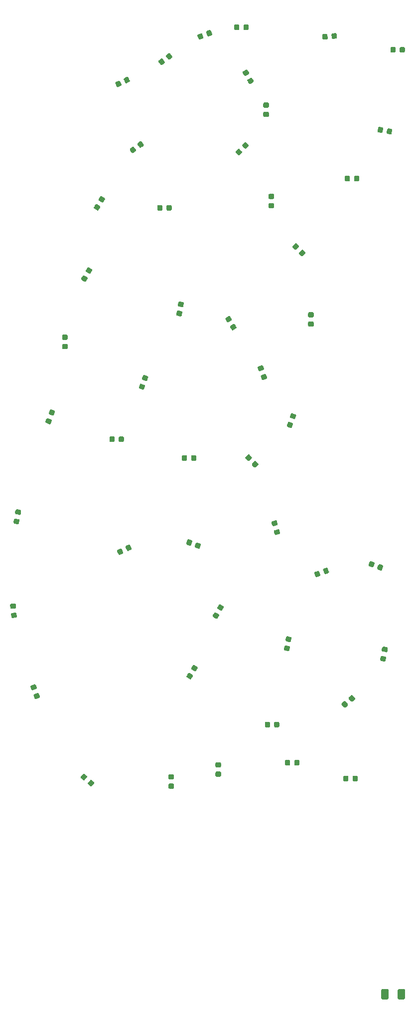
<source format=gtp>
G04 #@! TF.GenerationSoftware,KiCad,Pcbnew,(5.1.5)-3*
G04 #@! TF.CreationDate,2020-02-08T22:35:01-06:00*
G04 #@! TF.ProjectId,tymkrs_Cyphercon_2020_coyote,74796d6b-7273-45f4-9379-70686572636f,V0*
G04 #@! TF.SameCoordinates,Original*
G04 #@! TF.FileFunction,Paste,Top*
G04 #@! TF.FilePolarity,Positive*
%FSLAX46Y46*%
G04 Gerber Fmt 4.6, Leading zero omitted, Abs format (unit mm)*
G04 Created by KiCad (PCBNEW (5.1.5)-3) date 2020-02-08 22:35:01*
%MOMM*%
%LPD*%
G04 APERTURE LIST*
%ADD10C,0.100000*%
G04 APERTURE END LIST*
D10*
G36*
X142608902Y-30681575D02*
G01*
X142630101Y-30684957D01*
X142650867Y-30690400D01*
X142670999Y-30697852D01*
X142690304Y-30707241D01*
X142708595Y-30718478D01*
X142725697Y-30731453D01*
X142741445Y-30746042D01*
X142755687Y-30762104D01*
X142768286Y-30779486D01*
X142779121Y-30798018D01*
X142788087Y-30817523D01*
X142795098Y-30837813D01*
X142800087Y-30858692D01*
X142803005Y-30879960D01*
X142847672Y-31390510D01*
X142848491Y-31411961D01*
X142847204Y-31433390D01*
X142843822Y-31454589D01*
X142838380Y-31475355D01*
X142830927Y-31495487D01*
X142821538Y-31514791D01*
X142810301Y-31533083D01*
X142797326Y-31550185D01*
X142782737Y-31565933D01*
X142766675Y-31580175D01*
X142749294Y-31592774D01*
X142730761Y-31603609D01*
X142711256Y-31612575D01*
X142690966Y-31619586D01*
X142670087Y-31624575D01*
X142648819Y-31627493D01*
X142212984Y-31665623D01*
X142191533Y-31666442D01*
X142170104Y-31665155D01*
X142148905Y-31661773D01*
X142128139Y-31656330D01*
X142108007Y-31648878D01*
X142088702Y-31639489D01*
X142070411Y-31628252D01*
X142053309Y-31615277D01*
X142037561Y-31600688D01*
X142023319Y-31584626D01*
X142010720Y-31567244D01*
X141999885Y-31548712D01*
X141990919Y-31529207D01*
X141983908Y-31508917D01*
X141978919Y-31488038D01*
X141976001Y-31466770D01*
X141931334Y-30956220D01*
X141930515Y-30934769D01*
X141931802Y-30913340D01*
X141935184Y-30892141D01*
X141940626Y-30871375D01*
X141948079Y-30851243D01*
X141957468Y-30831939D01*
X141968705Y-30813647D01*
X141981680Y-30796545D01*
X141996269Y-30780797D01*
X142012331Y-30766555D01*
X142029712Y-30753956D01*
X142048245Y-30743121D01*
X142067750Y-30734155D01*
X142088040Y-30727144D01*
X142108919Y-30722155D01*
X142130187Y-30719237D01*
X142566022Y-30681107D01*
X142587473Y-30680288D01*
X142608902Y-30681575D01*
G37*
G36*
X141039896Y-30818845D02*
G01*
X141061095Y-30822227D01*
X141081861Y-30827670D01*
X141101993Y-30835122D01*
X141121298Y-30844511D01*
X141139589Y-30855748D01*
X141156691Y-30868723D01*
X141172439Y-30883312D01*
X141186681Y-30899374D01*
X141199280Y-30916756D01*
X141210115Y-30935288D01*
X141219081Y-30954793D01*
X141226092Y-30975083D01*
X141231081Y-30995962D01*
X141233999Y-31017230D01*
X141278666Y-31527780D01*
X141279485Y-31549231D01*
X141278198Y-31570660D01*
X141274816Y-31591859D01*
X141269374Y-31612625D01*
X141261921Y-31632757D01*
X141252532Y-31652061D01*
X141241295Y-31670353D01*
X141228320Y-31687455D01*
X141213731Y-31703203D01*
X141197669Y-31717445D01*
X141180288Y-31730044D01*
X141161755Y-31740879D01*
X141142250Y-31749845D01*
X141121960Y-31756856D01*
X141101081Y-31761845D01*
X141079813Y-31764763D01*
X140643978Y-31802893D01*
X140622527Y-31803712D01*
X140601098Y-31802425D01*
X140579899Y-31799043D01*
X140559133Y-31793600D01*
X140539001Y-31786148D01*
X140519696Y-31776759D01*
X140501405Y-31765522D01*
X140484303Y-31752547D01*
X140468555Y-31737958D01*
X140454313Y-31721896D01*
X140441714Y-31704514D01*
X140430879Y-31685982D01*
X140421913Y-31666477D01*
X140414902Y-31646187D01*
X140409913Y-31625308D01*
X140406995Y-31604040D01*
X140362328Y-31093490D01*
X140361509Y-31072039D01*
X140362796Y-31050610D01*
X140366178Y-31029411D01*
X140371620Y-31008645D01*
X140379073Y-30988513D01*
X140388462Y-30969209D01*
X140399699Y-30950917D01*
X140412674Y-30933815D01*
X140427263Y-30918067D01*
X140443325Y-30903825D01*
X140460706Y-30891226D01*
X140479239Y-30880391D01*
X140498744Y-30871425D01*
X140519034Y-30864414D01*
X140539913Y-30859425D01*
X140561181Y-30856507D01*
X140997016Y-30818377D01*
X141018467Y-30817558D01*
X141039896Y-30818845D01*
G37*
G36*
X118546760Y-137848557D02*
G01*
X118567880Y-137852400D01*
X118588522Y-137858295D01*
X118608487Y-137866185D01*
X118627582Y-137875993D01*
X119071420Y-138132243D01*
X119089462Y-138143876D01*
X119106277Y-138157221D01*
X119121703Y-138172150D01*
X119135591Y-138188519D01*
X119147808Y-138206171D01*
X119158236Y-138224935D01*
X119166774Y-138244631D01*
X119173341Y-138265069D01*
X119177873Y-138286053D01*
X119180327Y-138307379D01*
X119180678Y-138328843D01*
X119178924Y-138350239D01*
X119175081Y-138371359D01*
X119169186Y-138392001D01*
X119161296Y-138411966D01*
X119151488Y-138431061D01*
X118932738Y-138809947D01*
X118921105Y-138827989D01*
X118907760Y-138844804D01*
X118892831Y-138860230D01*
X118876462Y-138874118D01*
X118858810Y-138886335D01*
X118840046Y-138896763D01*
X118820350Y-138905301D01*
X118799912Y-138911868D01*
X118778928Y-138916400D01*
X118757602Y-138918854D01*
X118736138Y-138919205D01*
X118714742Y-138917451D01*
X118693622Y-138913608D01*
X118672980Y-138907713D01*
X118653015Y-138899823D01*
X118633920Y-138890015D01*
X118190082Y-138633765D01*
X118172040Y-138622132D01*
X118155225Y-138608787D01*
X118139799Y-138593858D01*
X118125911Y-138577489D01*
X118113694Y-138559837D01*
X118103266Y-138541073D01*
X118094728Y-138521377D01*
X118088161Y-138500939D01*
X118083629Y-138479955D01*
X118081175Y-138458629D01*
X118080824Y-138437165D01*
X118082578Y-138415769D01*
X118086421Y-138394649D01*
X118092316Y-138374007D01*
X118100206Y-138354042D01*
X118110014Y-138334947D01*
X118328764Y-137956061D01*
X118340397Y-137938019D01*
X118353742Y-137921204D01*
X118368671Y-137905778D01*
X118385040Y-137891890D01*
X118402692Y-137879673D01*
X118421456Y-137869245D01*
X118441152Y-137860707D01*
X118461590Y-137854140D01*
X118482574Y-137849608D01*
X118503900Y-137847154D01*
X118525364Y-137846803D01*
X118546760Y-137848557D01*
G37*
G36*
X117759258Y-139212549D02*
G01*
X117780378Y-139216392D01*
X117801020Y-139222287D01*
X117820985Y-139230177D01*
X117840080Y-139239985D01*
X118283918Y-139496235D01*
X118301960Y-139507868D01*
X118318775Y-139521213D01*
X118334201Y-139536142D01*
X118348089Y-139552511D01*
X118360306Y-139570163D01*
X118370734Y-139588927D01*
X118379272Y-139608623D01*
X118385839Y-139629061D01*
X118390371Y-139650045D01*
X118392825Y-139671371D01*
X118393176Y-139692835D01*
X118391422Y-139714231D01*
X118387579Y-139735351D01*
X118381684Y-139755993D01*
X118373794Y-139775958D01*
X118363986Y-139795053D01*
X118145236Y-140173939D01*
X118133603Y-140191981D01*
X118120258Y-140208796D01*
X118105329Y-140224222D01*
X118088960Y-140238110D01*
X118071308Y-140250327D01*
X118052544Y-140260755D01*
X118032848Y-140269293D01*
X118012410Y-140275860D01*
X117991426Y-140280392D01*
X117970100Y-140282846D01*
X117948636Y-140283197D01*
X117927240Y-140281443D01*
X117906120Y-140277600D01*
X117885478Y-140271705D01*
X117865513Y-140263815D01*
X117846418Y-140254007D01*
X117402580Y-139997757D01*
X117384538Y-139986124D01*
X117367723Y-139972779D01*
X117352297Y-139957850D01*
X117338409Y-139941481D01*
X117326192Y-139923829D01*
X117315764Y-139905065D01*
X117307226Y-139885369D01*
X117300659Y-139864931D01*
X117296127Y-139843947D01*
X117293673Y-139822621D01*
X117293322Y-139801157D01*
X117295076Y-139779761D01*
X117298919Y-139758641D01*
X117304814Y-139737999D01*
X117312704Y-139718034D01*
X117322512Y-139698939D01*
X117541262Y-139320053D01*
X117552895Y-139302011D01*
X117566240Y-139285196D01*
X117581169Y-139269770D01*
X117597538Y-139255882D01*
X117615190Y-139243665D01*
X117633954Y-139233237D01*
X117653650Y-139224699D01*
X117674088Y-139218132D01*
X117695072Y-139213600D01*
X117716398Y-139211146D01*
X117737862Y-139210795D01*
X117759258Y-139212549D01*
G37*
G36*
X122991760Y-127561557D02*
G01*
X123012880Y-127565400D01*
X123033522Y-127571295D01*
X123053487Y-127579185D01*
X123072582Y-127588993D01*
X123516420Y-127845243D01*
X123534462Y-127856876D01*
X123551277Y-127870221D01*
X123566703Y-127885150D01*
X123580591Y-127901519D01*
X123592808Y-127919171D01*
X123603236Y-127937935D01*
X123611774Y-127957631D01*
X123618341Y-127978069D01*
X123622873Y-127999053D01*
X123625327Y-128020379D01*
X123625678Y-128041843D01*
X123623924Y-128063239D01*
X123620081Y-128084359D01*
X123614186Y-128105001D01*
X123606296Y-128124966D01*
X123596488Y-128144061D01*
X123377738Y-128522947D01*
X123366105Y-128540989D01*
X123352760Y-128557804D01*
X123337831Y-128573230D01*
X123321462Y-128587118D01*
X123303810Y-128599335D01*
X123285046Y-128609763D01*
X123265350Y-128618301D01*
X123244912Y-128624868D01*
X123223928Y-128629400D01*
X123202602Y-128631854D01*
X123181138Y-128632205D01*
X123159742Y-128630451D01*
X123138622Y-128626608D01*
X123117980Y-128620713D01*
X123098015Y-128612823D01*
X123078920Y-128603015D01*
X122635082Y-128346765D01*
X122617040Y-128335132D01*
X122600225Y-128321787D01*
X122584799Y-128306858D01*
X122570911Y-128290489D01*
X122558694Y-128272837D01*
X122548266Y-128254073D01*
X122539728Y-128234377D01*
X122533161Y-128213939D01*
X122528629Y-128192955D01*
X122526175Y-128171629D01*
X122525824Y-128150165D01*
X122527578Y-128128769D01*
X122531421Y-128107649D01*
X122537316Y-128087007D01*
X122545206Y-128067042D01*
X122555014Y-128047947D01*
X122773764Y-127669061D01*
X122785397Y-127651019D01*
X122798742Y-127634204D01*
X122813671Y-127618778D01*
X122830040Y-127604890D01*
X122847692Y-127592673D01*
X122866456Y-127582245D01*
X122886152Y-127573707D01*
X122906590Y-127567140D01*
X122927574Y-127562608D01*
X122948900Y-127560154D01*
X122970364Y-127559803D01*
X122991760Y-127561557D01*
G37*
G36*
X122204258Y-128925549D02*
G01*
X122225378Y-128929392D01*
X122246020Y-128935287D01*
X122265985Y-128943177D01*
X122285080Y-128952985D01*
X122728918Y-129209235D01*
X122746960Y-129220868D01*
X122763775Y-129234213D01*
X122779201Y-129249142D01*
X122793089Y-129265511D01*
X122805306Y-129283163D01*
X122815734Y-129301927D01*
X122824272Y-129321623D01*
X122830839Y-129342061D01*
X122835371Y-129363045D01*
X122837825Y-129384371D01*
X122838176Y-129405835D01*
X122836422Y-129427231D01*
X122832579Y-129448351D01*
X122826684Y-129468993D01*
X122818794Y-129488958D01*
X122808986Y-129508053D01*
X122590236Y-129886939D01*
X122578603Y-129904981D01*
X122565258Y-129921796D01*
X122550329Y-129937222D01*
X122533960Y-129951110D01*
X122516308Y-129963327D01*
X122497544Y-129973755D01*
X122477848Y-129982293D01*
X122457410Y-129988860D01*
X122436426Y-129993392D01*
X122415100Y-129995846D01*
X122393636Y-129996197D01*
X122372240Y-129994443D01*
X122351120Y-129990600D01*
X122330478Y-129984705D01*
X122310513Y-129976815D01*
X122291418Y-129967007D01*
X121847580Y-129710757D01*
X121829538Y-129699124D01*
X121812723Y-129685779D01*
X121797297Y-129670850D01*
X121783409Y-129654481D01*
X121771192Y-129636829D01*
X121760764Y-129618065D01*
X121752226Y-129598369D01*
X121745659Y-129577931D01*
X121741127Y-129556947D01*
X121738673Y-129535621D01*
X121738322Y-129514157D01*
X121740076Y-129492761D01*
X121743919Y-129471641D01*
X121749814Y-129450999D01*
X121757704Y-129431034D01*
X121767512Y-129411939D01*
X121986262Y-129033053D01*
X121997895Y-129015011D01*
X122011240Y-128998196D01*
X122026169Y-128982770D01*
X122042538Y-128968882D01*
X122060190Y-128956665D01*
X122078954Y-128946237D01*
X122098650Y-128937699D01*
X122119088Y-128931132D01*
X122140072Y-128926600D01*
X122161398Y-128924146D01*
X122182862Y-128923795D01*
X122204258Y-128925549D01*
G37*
G36*
X88075390Y-127408795D02*
G01*
X88096589Y-127412177D01*
X88117355Y-127417619D01*
X88137487Y-127425072D01*
X88156791Y-127434461D01*
X88175083Y-127445698D01*
X88192185Y-127458673D01*
X88207933Y-127473262D01*
X88222175Y-127489324D01*
X88234774Y-127506705D01*
X88245609Y-127525238D01*
X88254575Y-127544743D01*
X88261586Y-127565033D01*
X88266575Y-127585912D01*
X88269493Y-127607180D01*
X88307623Y-128043015D01*
X88308442Y-128064466D01*
X88307155Y-128085895D01*
X88303773Y-128107094D01*
X88298330Y-128127860D01*
X88290878Y-128147992D01*
X88281489Y-128167297D01*
X88270252Y-128185588D01*
X88257277Y-128202690D01*
X88242688Y-128218438D01*
X88226626Y-128232680D01*
X88209244Y-128245279D01*
X88190712Y-128256114D01*
X88171207Y-128265080D01*
X88150917Y-128272091D01*
X88130038Y-128277080D01*
X88108770Y-128279998D01*
X87598220Y-128324665D01*
X87576769Y-128325484D01*
X87555340Y-128324197D01*
X87534141Y-128320815D01*
X87513375Y-128315373D01*
X87493243Y-128307920D01*
X87473939Y-128298531D01*
X87455647Y-128287294D01*
X87438545Y-128274319D01*
X87422797Y-128259730D01*
X87408555Y-128243668D01*
X87395956Y-128226287D01*
X87385121Y-128207754D01*
X87376155Y-128188249D01*
X87369144Y-128167959D01*
X87364155Y-128147080D01*
X87361237Y-128125812D01*
X87323107Y-127689977D01*
X87322288Y-127668526D01*
X87323575Y-127647097D01*
X87326957Y-127625898D01*
X87332400Y-127605132D01*
X87339852Y-127585000D01*
X87349241Y-127565695D01*
X87360478Y-127547404D01*
X87373453Y-127530302D01*
X87388042Y-127514554D01*
X87404104Y-127500312D01*
X87421486Y-127487713D01*
X87440018Y-127476878D01*
X87459523Y-127467912D01*
X87479813Y-127460901D01*
X87500692Y-127455912D01*
X87521960Y-127452994D01*
X88032510Y-127408327D01*
X88053961Y-127407508D01*
X88075390Y-127408795D01*
G37*
G36*
X88212660Y-128977803D02*
G01*
X88233859Y-128981185D01*
X88254625Y-128986627D01*
X88274757Y-128994080D01*
X88294061Y-129003469D01*
X88312353Y-129014706D01*
X88329455Y-129027681D01*
X88345203Y-129042270D01*
X88359445Y-129058332D01*
X88372044Y-129075713D01*
X88382879Y-129094246D01*
X88391845Y-129113751D01*
X88398856Y-129134041D01*
X88403845Y-129154920D01*
X88406763Y-129176188D01*
X88444893Y-129612023D01*
X88445712Y-129633474D01*
X88444425Y-129654903D01*
X88441043Y-129676102D01*
X88435600Y-129696868D01*
X88428148Y-129717000D01*
X88418759Y-129736305D01*
X88407522Y-129754596D01*
X88394547Y-129771698D01*
X88379958Y-129787446D01*
X88363896Y-129801688D01*
X88346514Y-129814287D01*
X88327982Y-129825122D01*
X88308477Y-129834088D01*
X88288187Y-129841099D01*
X88267308Y-129846088D01*
X88246040Y-129849006D01*
X87735490Y-129893673D01*
X87714039Y-129894492D01*
X87692610Y-129893205D01*
X87671411Y-129889823D01*
X87650645Y-129884381D01*
X87630513Y-129876928D01*
X87611209Y-129867539D01*
X87592917Y-129856302D01*
X87575815Y-129843327D01*
X87560067Y-129828738D01*
X87545825Y-129812676D01*
X87533226Y-129795295D01*
X87522391Y-129776762D01*
X87513425Y-129757257D01*
X87506414Y-129736967D01*
X87501425Y-129716088D01*
X87498507Y-129694820D01*
X87460377Y-129258985D01*
X87459558Y-129237534D01*
X87460845Y-129216105D01*
X87464227Y-129194906D01*
X87469670Y-129174140D01*
X87477122Y-129154008D01*
X87486511Y-129134703D01*
X87497748Y-129116412D01*
X87510723Y-129099310D01*
X87525312Y-129083562D01*
X87541374Y-129069320D01*
X87558756Y-129056721D01*
X87577288Y-129045886D01*
X87596793Y-129036920D01*
X87617083Y-129029909D01*
X87637962Y-129024920D01*
X87659230Y-129022002D01*
X88169780Y-128977335D01*
X88191231Y-128976516D01*
X88212660Y-128977803D01*
G37*
G36*
X91494555Y-141117237D02*
G01*
X91515632Y-141121310D01*
X91536208Y-141127429D01*
X91556086Y-141135536D01*
X91575073Y-141145552D01*
X91592987Y-141157381D01*
X91609655Y-141170909D01*
X91624917Y-141186006D01*
X91638626Y-141202525D01*
X91650650Y-141220309D01*
X91660873Y-141239186D01*
X91669196Y-141258974D01*
X91818830Y-141670089D01*
X91825173Y-141690597D01*
X91829476Y-141711629D01*
X91831697Y-141732981D01*
X91831814Y-141754448D01*
X91829826Y-141775822D01*
X91825753Y-141796900D01*
X91819634Y-141817476D01*
X91811527Y-141837354D01*
X91801511Y-141856341D01*
X91789682Y-141874255D01*
X91776154Y-141890923D01*
X91761057Y-141906185D01*
X91744538Y-141919894D01*
X91726754Y-141931918D01*
X91707877Y-141942141D01*
X91688089Y-141950464D01*
X91206497Y-142125749D01*
X91185988Y-142132092D01*
X91164957Y-142136395D01*
X91143605Y-142138616D01*
X91122138Y-142138733D01*
X91100763Y-142136745D01*
X91079686Y-142132672D01*
X91059110Y-142126553D01*
X91039232Y-142118446D01*
X91020245Y-142108430D01*
X91002331Y-142096601D01*
X90985663Y-142083073D01*
X90970401Y-142067976D01*
X90956692Y-142051457D01*
X90944668Y-142033673D01*
X90934445Y-142014796D01*
X90926122Y-141995008D01*
X90776488Y-141583893D01*
X90770145Y-141563385D01*
X90765842Y-141542353D01*
X90763621Y-141521001D01*
X90763504Y-141499534D01*
X90765492Y-141478160D01*
X90769565Y-141457082D01*
X90775684Y-141436506D01*
X90783791Y-141416628D01*
X90793807Y-141397641D01*
X90805636Y-141379727D01*
X90819164Y-141363059D01*
X90834261Y-141347797D01*
X90850780Y-141334088D01*
X90868564Y-141322064D01*
X90887441Y-141311841D01*
X90907229Y-141303518D01*
X91388821Y-141128233D01*
X91409330Y-141121890D01*
X91430361Y-141117587D01*
X91451713Y-141115366D01*
X91473180Y-141115249D01*
X91494555Y-141117237D01*
G37*
G36*
X92033237Y-142597255D02*
G01*
X92054314Y-142601328D01*
X92074890Y-142607447D01*
X92094768Y-142615554D01*
X92113755Y-142625570D01*
X92131669Y-142637399D01*
X92148337Y-142650927D01*
X92163599Y-142666024D01*
X92177308Y-142682543D01*
X92189332Y-142700327D01*
X92199555Y-142719204D01*
X92207878Y-142738992D01*
X92357512Y-143150107D01*
X92363855Y-143170615D01*
X92368158Y-143191647D01*
X92370379Y-143212999D01*
X92370496Y-143234466D01*
X92368508Y-143255840D01*
X92364435Y-143276918D01*
X92358316Y-143297494D01*
X92350209Y-143317372D01*
X92340193Y-143336359D01*
X92328364Y-143354273D01*
X92314836Y-143370941D01*
X92299739Y-143386203D01*
X92283220Y-143399912D01*
X92265436Y-143411936D01*
X92246559Y-143422159D01*
X92226771Y-143430482D01*
X91745179Y-143605767D01*
X91724670Y-143612110D01*
X91703639Y-143616413D01*
X91682287Y-143618634D01*
X91660820Y-143618751D01*
X91639445Y-143616763D01*
X91618368Y-143612690D01*
X91597792Y-143606571D01*
X91577914Y-143598464D01*
X91558927Y-143588448D01*
X91541013Y-143576619D01*
X91524345Y-143563091D01*
X91509083Y-143547994D01*
X91495374Y-143531475D01*
X91483350Y-143513691D01*
X91473127Y-143494814D01*
X91464804Y-143475026D01*
X91315170Y-143063911D01*
X91308827Y-143043403D01*
X91304524Y-143022371D01*
X91302303Y-143001019D01*
X91302186Y-142979552D01*
X91304174Y-142958178D01*
X91308247Y-142937100D01*
X91314366Y-142916524D01*
X91322473Y-142896646D01*
X91332489Y-142877659D01*
X91344318Y-142859745D01*
X91357846Y-142843077D01*
X91372943Y-142827815D01*
X91389462Y-142814106D01*
X91407246Y-142802082D01*
X91426123Y-142791859D01*
X91445911Y-142783536D01*
X91927503Y-142608251D01*
X91948012Y-142601908D01*
X91969043Y-142597605D01*
X91990395Y-142595384D01*
X92011862Y-142595267D01*
X92033237Y-142597255D01*
G37*
G36*
X101081218Y-157304837D02*
G01*
X101102417Y-157308219D01*
X101123182Y-157313661D01*
X101143315Y-157321114D01*
X101162619Y-157330503D01*
X101180911Y-157341740D01*
X101198013Y-157354715D01*
X101533158Y-157635935D01*
X101548906Y-157650524D01*
X101563148Y-157666586D01*
X101575747Y-157683967D01*
X101586582Y-157702499D01*
X101595548Y-157722004D01*
X101602559Y-157742294D01*
X101607548Y-157763174D01*
X101610466Y-157784442D01*
X101611285Y-157805893D01*
X101609998Y-157827322D01*
X101606617Y-157848521D01*
X101601174Y-157869286D01*
X101593721Y-157889419D01*
X101584332Y-157908723D01*
X101573095Y-157927015D01*
X101560120Y-157944117D01*
X101230691Y-158336715D01*
X101216102Y-158352463D01*
X101200040Y-158366705D01*
X101182659Y-158379304D01*
X101164126Y-158390139D01*
X101144621Y-158399105D01*
X101124332Y-158406116D01*
X101103452Y-158411105D01*
X101082184Y-158414023D01*
X101060733Y-158414842D01*
X101039304Y-158413555D01*
X101018105Y-158410173D01*
X100997340Y-158404731D01*
X100977207Y-158397278D01*
X100957903Y-158387889D01*
X100939611Y-158376652D01*
X100922509Y-158363677D01*
X100587364Y-158082457D01*
X100571616Y-158067868D01*
X100557374Y-158051806D01*
X100544775Y-158034425D01*
X100533940Y-158015893D01*
X100524974Y-157996388D01*
X100517963Y-157976098D01*
X100512974Y-157955218D01*
X100510056Y-157933950D01*
X100509237Y-157912499D01*
X100510524Y-157891070D01*
X100513905Y-157869871D01*
X100519348Y-157849106D01*
X100526801Y-157828973D01*
X100536190Y-157809669D01*
X100547427Y-157791377D01*
X100560402Y-157774275D01*
X100889831Y-157381677D01*
X100904420Y-157365929D01*
X100920482Y-157351687D01*
X100937863Y-157339088D01*
X100956396Y-157328253D01*
X100975901Y-157319287D01*
X100996190Y-157312276D01*
X101017070Y-157307287D01*
X101038338Y-157304369D01*
X101059789Y-157303550D01*
X101081218Y-157304837D01*
G37*
G36*
X99874696Y-156292445D02*
G01*
X99895895Y-156295827D01*
X99916660Y-156301269D01*
X99936793Y-156308722D01*
X99956097Y-156318111D01*
X99974389Y-156329348D01*
X99991491Y-156342323D01*
X100326636Y-156623543D01*
X100342384Y-156638132D01*
X100356626Y-156654194D01*
X100369225Y-156671575D01*
X100380060Y-156690107D01*
X100389026Y-156709612D01*
X100396037Y-156729902D01*
X100401026Y-156750782D01*
X100403944Y-156772050D01*
X100404763Y-156793501D01*
X100403476Y-156814930D01*
X100400095Y-156836129D01*
X100394652Y-156856894D01*
X100387199Y-156877027D01*
X100377810Y-156896331D01*
X100366573Y-156914623D01*
X100353598Y-156931725D01*
X100024169Y-157324323D01*
X100009580Y-157340071D01*
X99993518Y-157354313D01*
X99976137Y-157366912D01*
X99957604Y-157377747D01*
X99938099Y-157386713D01*
X99917810Y-157393724D01*
X99896930Y-157398713D01*
X99875662Y-157401631D01*
X99854211Y-157402450D01*
X99832782Y-157401163D01*
X99811583Y-157397781D01*
X99790818Y-157392339D01*
X99770685Y-157384886D01*
X99751381Y-157375497D01*
X99733089Y-157364260D01*
X99715987Y-157351285D01*
X99380842Y-157070065D01*
X99365094Y-157055476D01*
X99350852Y-157039414D01*
X99338253Y-157022033D01*
X99327418Y-157003501D01*
X99318452Y-156983996D01*
X99311441Y-156963706D01*
X99306452Y-156942826D01*
X99303534Y-156921558D01*
X99302715Y-156900107D01*
X99304002Y-156878678D01*
X99307383Y-156857479D01*
X99312826Y-156836714D01*
X99320279Y-156816581D01*
X99329668Y-156797277D01*
X99340905Y-156778985D01*
X99353880Y-156761883D01*
X99683309Y-156369285D01*
X99697898Y-156353537D01*
X99713960Y-156339295D01*
X99731341Y-156326696D01*
X99749874Y-156315861D01*
X99769379Y-156306895D01*
X99789668Y-156299884D01*
X99810548Y-156294895D01*
X99831816Y-156291977D01*
X99853267Y-156291158D01*
X99874696Y-156292445D01*
G37*
G36*
X114958691Y-156383052D02*
G01*
X114979926Y-156386202D01*
X115000750Y-156391418D01*
X115020962Y-156398650D01*
X115040368Y-156407829D01*
X115058781Y-156418865D01*
X115076024Y-156431653D01*
X115091930Y-156446069D01*
X115106346Y-156461975D01*
X115119134Y-156479218D01*
X115130170Y-156497631D01*
X115139349Y-156517037D01*
X115146581Y-156537249D01*
X115151797Y-156558073D01*
X115154947Y-156579308D01*
X115156000Y-156600749D01*
X115156000Y-157038249D01*
X115154947Y-157059690D01*
X115151797Y-157080925D01*
X115146581Y-157101749D01*
X115139349Y-157121961D01*
X115130170Y-157141367D01*
X115119134Y-157159780D01*
X115106346Y-157177023D01*
X115091930Y-157192929D01*
X115076024Y-157207345D01*
X115058781Y-157220133D01*
X115040368Y-157231169D01*
X115020962Y-157240348D01*
X115000750Y-157247580D01*
X114979926Y-157252796D01*
X114958691Y-157255946D01*
X114937250Y-157256999D01*
X114424750Y-157256999D01*
X114403309Y-157255946D01*
X114382074Y-157252796D01*
X114361250Y-157247580D01*
X114341038Y-157240348D01*
X114321632Y-157231169D01*
X114303219Y-157220133D01*
X114285976Y-157207345D01*
X114270070Y-157192929D01*
X114255654Y-157177023D01*
X114242866Y-157159780D01*
X114231830Y-157141367D01*
X114222651Y-157121961D01*
X114215419Y-157101749D01*
X114210203Y-157080925D01*
X114207053Y-157059690D01*
X114206000Y-157038249D01*
X114206000Y-156600749D01*
X114207053Y-156579308D01*
X114210203Y-156558073D01*
X114215419Y-156537249D01*
X114222651Y-156517037D01*
X114231830Y-156497631D01*
X114242866Y-156479218D01*
X114255654Y-156461975D01*
X114270070Y-156446069D01*
X114285976Y-156431653D01*
X114303219Y-156418865D01*
X114321632Y-156407829D01*
X114341038Y-156398650D01*
X114361250Y-156391418D01*
X114382074Y-156386202D01*
X114403309Y-156383052D01*
X114424750Y-156381999D01*
X114937250Y-156381999D01*
X114958691Y-156383052D01*
G37*
G36*
X114958691Y-157958054D02*
G01*
X114979926Y-157961204D01*
X115000750Y-157966420D01*
X115020962Y-157973652D01*
X115040368Y-157982831D01*
X115058781Y-157993867D01*
X115076024Y-158006655D01*
X115091930Y-158021071D01*
X115106346Y-158036977D01*
X115119134Y-158054220D01*
X115130170Y-158072633D01*
X115139349Y-158092039D01*
X115146581Y-158112251D01*
X115151797Y-158133075D01*
X115154947Y-158154310D01*
X115156000Y-158175751D01*
X115156000Y-158613251D01*
X115154947Y-158634692D01*
X115151797Y-158655927D01*
X115146581Y-158676751D01*
X115139349Y-158696963D01*
X115130170Y-158716369D01*
X115119134Y-158734782D01*
X115106346Y-158752025D01*
X115091930Y-158767931D01*
X115076024Y-158782347D01*
X115058781Y-158795135D01*
X115040368Y-158806171D01*
X115020962Y-158815350D01*
X115000750Y-158822582D01*
X114979926Y-158827798D01*
X114958691Y-158830948D01*
X114937250Y-158832001D01*
X114424750Y-158832001D01*
X114403309Y-158830948D01*
X114382074Y-158827798D01*
X114361250Y-158822582D01*
X114341038Y-158815350D01*
X114321632Y-158806171D01*
X114303219Y-158795135D01*
X114285976Y-158782347D01*
X114270070Y-158767931D01*
X114255654Y-158752025D01*
X114242866Y-158734782D01*
X114231830Y-158716369D01*
X114222651Y-158696963D01*
X114215419Y-158676751D01*
X114210203Y-158655927D01*
X114207053Y-158634692D01*
X114206000Y-158613251D01*
X114206000Y-158175751D01*
X114207053Y-158154310D01*
X114210203Y-158133075D01*
X114215419Y-158112251D01*
X114222651Y-158092039D01*
X114231830Y-158072633D01*
X114242866Y-158054220D01*
X114255654Y-158036977D01*
X114270070Y-158021071D01*
X114285976Y-158006655D01*
X114303219Y-157993867D01*
X114321632Y-157982831D01*
X114341038Y-157973652D01*
X114361250Y-157966420D01*
X114382074Y-157961204D01*
X114403309Y-157958054D01*
X114424750Y-157957001D01*
X114937250Y-157957001D01*
X114958691Y-157958054D01*
G37*
G36*
X145405184Y-142956977D02*
G01*
X145426452Y-142959895D01*
X145447332Y-142964884D01*
X145467622Y-142971895D01*
X145487127Y-142980861D01*
X145505659Y-142991696D01*
X145523040Y-143004295D01*
X145539102Y-143018537D01*
X145553691Y-143034285D01*
X145883120Y-143426883D01*
X145896095Y-143443985D01*
X145907332Y-143462277D01*
X145916721Y-143481581D01*
X145924174Y-143501714D01*
X145929616Y-143522479D01*
X145932998Y-143543678D01*
X145934285Y-143565107D01*
X145933466Y-143586558D01*
X145930548Y-143607826D01*
X145925559Y-143628706D01*
X145918548Y-143648995D01*
X145909582Y-143668500D01*
X145898747Y-143687033D01*
X145886148Y-143704414D01*
X145871906Y-143720476D01*
X145856158Y-143735065D01*
X145521013Y-144016285D01*
X145503911Y-144029260D01*
X145485619Y-144040497D01*
X145466315Y-144049886D01*
X145446182Y-144057339D01*
X145425417Y-144062782D01*
X145404218Y-144066163D01*
X145382789Y-144067450D01*
X145361338Y-144066631D01*
X145340070Y-144063713D01*
X145319190Y-144058724D01*
X145298900Y-144051713D01*
X145279395Y-144042747D01*
X145260863Y-144031912D01*
X145243482Y-144019313D01*
X145227420Y-144005071D01*
X145212831Y-143989323D01*
X144883402Y-143596725D01*
X144870427Y-143579623D01*
X144859190Y-143561331D01*
X144849801Y-143542027D01*
X144842348Y-143521894D01*
X144836906Y-143501129D01*
X144833524Y-143479930D01*
X144832237Y-143458501D01*
X144833056Y-143437050D01*
X144835974Y-143415782D01*
X144840963Y-143394902D01*
X144847974Y-143374613D01*
X144856940Y-143355108D01*
X144867775Y-143336575D01*
X144880374Y-143319194D01*
X144894616Y-143303132D01*
X144910364Y-143288543D01*
X145245509Y-143007323D01*
X145262611Y-142994348D01*
X145280903Y-142983111D01*
X145300207Y-142973722D01*
X145320340Y-142966269D01*
X145341105Y-142960826D01*
X145362304Y-142957445D01*
X145383733Y-142956158D01*
X145405184Y-142956977D01*
G37*
G36*
X144198662Y-143969369D02*
G01*
X144219930Y-143972287D01*
X144240810Y-143977276D01*
X144261100Y-143984287D01*
X144280605Y-143993253D01*
X144299137Y-144004088D01*
X144316518Y-144016687D01*
X144332580Y-144030929D01*
X144347169Y-144046677D01*
X144676598Y-144439275D01*
X144689573Y-144456377D01*
X144700810Y-144474669D01*
X144710199Y-144493973D01*
X144717652Y-144514106D01*
X144723094Y-144534871D01*
X144726476Y-144556070D01*
X144727763Y-144577499D01*
X144726944Y-144598950D01*
X144724026Y-144620218D01*
X144719037Y-144641098D01*
X144712026Y-144661387D01*
X144703060Y-144680892D01*
X144692225Y-144699425D01*
X144679626Y-144716806D01*
X144665384Y-144732868D01*
X144649636Y-144747457D01*
X144314491Y-145028677D01*
X144297389Y-145041652D01*
X144279097Y-145052889D01*
X144259793Y-145062278D01*
X144239660Y-145069731D01*
X144218895Y-145075174D01*
X144197696Y-145078555D01*
X144176267Y-145079842D01*
X144154816Y-145079023D01*
X144133548Y-145076105D01*
X144112668Y-145071116D01*
X144092378Y-145064105D01*
X144072873Y-145055139D01*
X144054341Y-145044304D01*
X144036960Y-145031705D01*
X144020898Y-145017463D01*
X144006309Y-145001715D01*
X143676880Y-144609117D01*
X143663905Y-144592015D01*
X143652668Y-144573723D01*
X143643279Y-144554419D01*
X143635826Y-144534286D01*
X143630384Y-144513521D01*
X143627002Y-144492322D01*
X143625715Y-144470893D01*
X143626534Y-144449442D01*
X143629452Y-144428174D01*
X143634441Y-144407294D01*
X143641452Y-144387005D01*
X143650418Y-144367500D01*
X143661253Y-144348967D01*
X143673852Y-144331586D01*
X143688094Y-144315524D01*
X143703842Y-144300935D01*
X144038987Y-144019715D01*
X144056089Y-144006740D01*
X144074381Y-143995503D01*
X144093685Y-143986114D01*
X144113818Y-143978661D01*
X144134583Y-143973218D01*
X144155782Y-143969837D01*
X144177211Y-143968550D01*
X144198662Y-143969369D01*
G37*
G36*
X134707690Y-153958053D02*
G01*
X134728925Y-153961203D01*
X134749749Y-153966419D01*
X134769961Y-153973651D01*
X134789367Y-153982830D01*
X134807780Y-153993866D01*
X134825023Y-154006654D01*
X134840929Y-154021070D01*
X134855345Y-154036976D01*
X134868133Y-154054219D01*
X134879169Y-154072632D01*
X134888348Y-154092038D01*
X134895580Y-154112250D01*
X134900796Y-154133074D01*
X134903946Y-154154309D01*
X134904999Y-154175750D01*
X134904999Y-154688250D01*
X134903946Y-154709691D01*
X134900796Y-154730926D01*
X134895580Y-154751750D01*
X134888348Y-154771962D01*
X134879169Y-154791368D01*
X134868133Y-154809781D01*
X134855345Y-154827024D01*
X134840929Y-154842930D01*
X134825023Y-154857346D01*
X134807780Y-154870134D01*
X134789367Y-154881170D01*
X134769961Y-154890349D01*
X134749749Y-154897581D01*
X134728925Y-154902797D01*
X134707690Y-154905947D01*
X134686249Y-154907000D01*
X134248749Y-154907000D01*
X134227308Y-154905947D01*
X134206073Y-154902797D01*
X134185249Y-154897581D01*
X134165037Y-154890349D01*
X134145631Y-154881170D01*
X134127218Y-154870134D01*
X134109975Y-154857346D01*
X134094069Y-154842930D01*
X134079653Y-154827024D01*
X134066865Y-154809781D01*
X134055829Y-154791368D01*
X134046650Y-154771962D01*
X134039418Y-154751750D01*
X134034202Y-154730926D01*
X134031052Y-154709691D01*
X134029999Y-154688250D01*
X134029999Y-154175750D01*
X134031052Y-154154309D01*
X134034202Y-154133074D01*
X134039418Y-154112250D01*
X134046650Y-154092038D01*
X134055829Y-154072632D01*
X134066865Y-154054219D01*
X134079653Y-154036976D01*
X134094069Y-154021070D01*
X134109975Y-154006654D01*
X134127218Y-153993866D01*
X134145631Y-153982830D01*
X134165037Y-153973651D01*
X134185249Y-153966419D01*
X134206073Y-153961203D01*
X134227308Y-153958053D01*
X134248749Y-153957000D01*
X134686249Y-153957000D01*
X134707690Y-153958053D01*
G37*
G36*
X136282692Y-153958053D02*
G01*
X136303927Y-153961203D01*
X136324751Y-153966419D01*
X136344963Y-153973651D01*
X136364369Y-153982830D01*
X136382782Y-153993866D01*
X136400025Y-154006654D01*
X136415931Y-154021070D01*
X136430347Y-154036976D01*
X136443135Y-154054219D01*
X136454171Y-154072632D01*
X136463350Y-154092038D01*
X136470582Y-154112250D01*
X136475798Y-154133074D01*
X136478948Y-154154309D01*
X136480001Y-154175750D01*
X136480001Y-154688250D01*
X136478948Y-154709691D01*
X136475798Y-154730926D01*
X136470582Y-154751750D01*
X136463350Y-154771962D01*
X136454171Y-154791368D01*
X136443135Y-154809781D01*
X136430347Y-154827024D01*
X136415931Y-154842930D01*
X136400025Y-154857346D01*
X136382782Y-154870134D01*
X136364369Y-154881170D01*
X136344963Y-154890349D01*
X136324751Y-154897581D01*
X136303927Y-154902797D01*
X136282692Y-154905947D01*
X136261251Y-154907000D01*
X135823751Y-154907000D01*
X135802310Y-154905947D01*
X135781075Y-154902797D01*
X135760251Y-154897581D01*
X135740039Y-154890349D01*
X135720633Y-154881170D01*
X135702220Y-154870134D01*
X135684977Y-154857346D01*
X135669071Y-154842930D01*
X135654655Y-154827024D01*
X135641867Y-154809781D01*
X135630831Y-154791368D01*
X135621652Y-154771962D01*
X135614420Y-154751750D01*
X135609204Y-154730926D01*
X135606054Y-154709691D01*
X135605001Y-154688250D01*
X135605001Y-154175750D01*
X135606054Y-154154309D01*
X135609204Y-154133074D01*
X135614420Y-154112250D01*
X135621652Y-154092038D01*
X135630831Y-154072632D01*
X135641867Y-154054219D01*
X135654655Y-154036976D01*
X135669071Y-154021070D01*
X135684977Y-154006654D01*
X135702220Y-153993866D01*
X135720633Y-153982830D01*
X135740039Y-153973651D01*
X135760251Y-153966419D01*
X135781075Y-153961203D01*
X135802310Y-153958053D01*
X135823751Y-153957000D01*
X136261251Y-153957000D01*
X136282692Y-153958053D01*
G37*
G36*
X150519578Y-136299159D02*
G01*
X150540876Y-136301845D01*
X151045590Y-136390840D01*
X151066522Y-136395601D01*
X151086887Y-136402390D01*
X151106489Y-136411143D01*
X151125138Y-136421775D01*
X151142656Y-136434184D01*
X151158873Y-136448250D01*
X151173633Y-136463838D01*
X151186794Y-136480797D01*
X151198229Y-136498965D01*
X151207828Y-136518166D01*
X151215500Y-136538216D01*
X151221169Y-136558921D01*
X151224781Y-136580082D01*
X151226302Y-136601495D01*
X151225717Y-136622954D01*
X151223031Y-136644253D01*
X151147059Y-137075106D01*
X151142298Y-137096039D01*
X151135509Y-137116404D01*
X151126756Y-137136005D01*
X151116124Y-137154655D01*
X151103715Y-137172172D01*
X151089649Y-137188389D01*
X151074061Y-137203149D01*
X151057101Y-137216310D01*
X151038934Y-137227745D01*
X151019732Y-137237345D01*
X150999683Y-137245016D01*
X150978978Y-137250685D01*
X150957817Y-137254297D01*
X150936404Y-137255818D01*
X150914944Y-137255233D01*
X150893646Y-137252547D01*
X150388932Y-137163552D01*
X150368000Y-137158791D01*
X150347635Y-137152002D01*
X150328033Y-137143249D01*
X150309384Y-137132617D01*
X150291866Y-137120208D01*
X150275649Y-137106142D01*
X150260889Y-137090554D01*
X150247728Y-137073595D01*
X150236293Y-137055427D01*
X150226694Y-137036226D01*
X150219022Y-137016176D01*
X150213353Y-136995471D01*
X150209741Y-136974310D01*
X150208220Y-136952897D01*
X150208805Y-136931438D01*
X150211491Y-136910139D01*
X150287463Y-136479286D01*
X150292224Y-136458353D01*
X150299013Y-136437988D01*
X150307766Y-136418387D01*
X150318398Y-136399737D01*
X150330807Y-136382220D01*
X150344873Y-136366003D01*
X150360461Y-136351243D01*
X150377421Y-136338082D01*
X150395588Y-136326647D01*
X150414790Y-136317047D01*
X150434839Y-136309376D01*
X150455544Y-136303707D01*
X150476705Y-136300095D01*
X150498118Y-136298574D01*
X150519578Y-136299159D01*
G37*
G36*
X150793074Y-134748085D02*
G01*
X150814372Y-134750771D01*
X151319086Y-134839766D01*
X151340018Y-134844527D01*
X151360383Y-134851316D01*
X151379985Y-134860069D01*
X151398634Y-134870701D01*
X151416152Y-134883110D01*
X151432369Y-134897176D01*
X151447129Y-134912764D01*
X151460290Y-134929723D01*
X151471725Y-134947891D01*
X151481324Y-134967092D01*
X151488996Y-134987142D01*
X151494665Y-135007847D01*
X151498277Y-135029008D01*
X151499798Y-135050421D01*
X151499213Y-135071880D01*
X151496527Y-135093179D01*
X151420555Y-135524032D01*
X151415794Y-135544965D01*
X151409005Y-135565330D01*
X151400252Y-135584931D01*
X151389620Y-135603581D01*
X151377211Y-135621098D01*
X151363145Y-135637315D01*
X151347557Y-135652075D01*
X151330597Y-135665236D01*
X151312430Y-135676671D01*
X151293228Y-135686271D01*
X151273179Y-135693942D01*
X151252474Y-135699611D01*
X151231313Y-135703223D01*
X151209900Y-135704744D01*
X151188440Y-135704159D01*
X151167142Y-135701473D01*
X150662428Y-135612478D01*
X150641496Y-135607717D01*
X150621131Y-135600928D01*
X150601529Y-135592175D01*
X150582880Y-135581543D01*
X150565362Y-135569134D01*
X150549145Y-135555068D01*
X150534385Y-135539480D01*
X150521224Y-135522521D01*
X150509789Y-135504353D01*
X150500190Y-135485152D01*
X150492518Y-135465102D01*
X150486849Y-135444397D01*
X150483237Y-135423236D01*
X150481716Y-135401823D01*
X150482301Y-135380364D01*
X150484987Y-135359065D01*
X150560959Y-134928212D01*
X150565720Y-134907279D01*
X150572509Y-134886914D01*
X150581262Y-134867313D01*
X150591894Y-134848663D01*
X150604303Y-134831146D01*
X150618369Y-134814929D01*
X150633957Y-134800169D01*
X150650917Y-134787008D01*
X150669084Y-134775573D01*
X150688286Y-134765973D01*
X150708335Y-134758302D01*
X150729040Y-134752633D01*
X150750201Y-134749021D01*
X150771614Y-134747500D01*
X150793074Y-134748085D01*
G37*
G36*
X150113019Y-120766303D02*
G01*
X150134371Y-120768524D01*
X150155402Y-120772827D01*
X150175911Y-120779170D01*
X150587026Y-120928804D01*
X150606814Y-120937127D01*
X150625691Y-120947350D01*
X150643475Y-120959374D01*
X150659994Y-120973083D01*
X150675091Y-120988345D01*
X150688619Y-121005013D01*
X150700448Y-121022927D01*
X150710464Y-121041914D01*
X150718571Y-121061792D01*
X150724690Y-121082368D01*
X150728763Y-121103446D01*
X150730751Y-121124820D01*
X150730634Y-121146287D01*
X150728413Y-121167639D01*
X150724110Y-121188671D01*
X150717767Y-121209179D01*
X150542482Y-121690771D01*
X150534159Y-121710559D01*
X150523936Y-121729436D01*
X150511912Y-121747220D01*
X150498203Y-121763739D01*
X150482941Y-121778836D01*
X150466273Y-121792364D01*
X150448359Y-121804193D01*
X150429372Y-121814209D01*
X150409494Y-121822316D01*
X150388918Y-121828435D01*
X150367841Y-121832508D01*
X150346466Y-121834496D01*
X150324999Y-121834379D01*
X150303647Y-121832158D01*
X150282616Y-121827855D01*
X150262107Y-121821512D01*
X149850992Y-121671878D01*
X149831204Y-121663555D01*
X149812327Y-121653332D01*
X149794543Y-121641308D01*
X149778024Y-121627599D01*
X149762927Y-121612337D01*
X149749399Y-121595669D01*
X149737570Y-121577755D01*
X149727554Y-121558768D01*
X149719447Y-121538890D01*
X149713328Y-121518314D01*
X149709255Y-121497236D01*
X149707267Y-121475862D01*
X149707384Y-121454395D01*
X149709605Y-121433043D01*
X149713908Y-121412011D01*
X149720251Y-121391503D01*
X149895536Y-120909911D01*
X149903859Y-120890123D01*
X149914082Y-120871246D01*
X149926106Y-120853462D01*
X149939815Y-120836943D01*
X149955077Y-120821846D01*
X149971745Y-120808318D01*
X149989659Y-120796489D01*
X150008646Y-120786473D01*
X150028524Y-120778366D01*
X150049100Y-120772247D01*
X150070177Y-120768174D01*
X150091552Y-120766186D01*
X150113019Y-120766303D01*
G37*
G36*
X148633001Y-120227621D02*
G01*
X148654353Y-120229842D01*
X148675384Y-120234145D01*
X148695893Y-120240488D01*
X149107008Y-120390122D01*
X149126796Y-120398445D01*
X149145673Y-120408668D01*
X149163457Y-120420692D01*
X149179976Y-120434401D01*
X149195073Y-120449663D01*
X149208601Y-120466331D01*
X149220430Y-120484245D01*
X149230446Y-120503232D01*
X149238553Y-120523110D01*
X149244672Y-120543686D01*
X149248745Y-120564764D01*
X149250733Y-120586138D01*
X149250616Y-120607605D01*
X149248395Y-120628957D01*
X149244092Y-120649989D01*
X149237749Y-120670497D01*
X149062464Y-121152089D01*
X149054141Y-121171877D01*
X149043918Y-121190754D01*
X149031894Y-121208538D01*
X149018185Y-121225057D01*
X149002923Y-121240154D01*
X148986255Y-121253682D01*
X148968341Y-121265511D01*
X148949354Y-121275527D01*
X148929476Y-121283634D01*
X148908900Y-121289753D01*
X148887823Y-121293826D01*
X148866448Y-121295814D01*
X148844981Y-121295697D01*
X148823629Y-121293476D01*
X148802598Y-121289173D01*
X148782089Y-121282830D01*
X148370974Y-121133196D01*
X148351186Y-121124873D01*
X148332309Y-121114650D01*
X148314525Y-121102626D01*
X148298006Y-121088917D01*
X148282909Y-121073655D01*
X148269381Y-121056987D01*
X148257552Y-121039073D01*
X148247536Y-121020086D01*
X148239429Y-121000208D01*
X148233310Y-120979632D01*
X148229237Y-120958554D01*
X148227249Y-120937180D01*
X148227366Y-120915713D01*
X148229587Y-120894361D01*
X148233890Y-120873329D01*
X148240233Y-120852821D01*
X148415518Y-120371229D01*
X148423841Y-120351441D01*
X148434064Y-120332564D01*
X148446088Y-120314780D01*
X148459797Y-120298261D01*
X148475059Y-120283164D01*
X148491727Y-120269636D01*
X148509641Y-120257807D01*
X148528628Y-120247791D01*
X148548506Y-120239684D01*
X148569082Y-120233565D01*
X148590159Y-120229492D01*
X148611534Y-120227504D01*
X148633001Y-120227621D01*
G37*
G36*
X132853692Y-147481053D02*
G01*
X132874927Y-147484203D01*
X132895751Y-147489419D01*
X132915963Y-147496651D01*
X132935369Y-147505830D01*
X132953782Y-147516866D01*
X132971025Y-147529654D01*
X132986931Y-147544070D01*
X133001347Y-147559976D01*
X133014135Y-147577219D01*
X133025171Y-147595632D01*
X133034350Y-147615038D01*
X133041582Y-147635250D01*
X133046798Y-147656074D01*
X133049948Y-147677309D01*
X133051001Y-147698750D01*
X133051001Y-148211250D01*
X133049948Y-148232691D01*
X133046798Y-148253926D01*
X133041582Y-148274750D01*
X133034350Y-148294962D01*
X133025171Y-148314368D01*
X133014135Y-148332781D01*
X133001347Y-148350024D01*
X132986931Y-148365930D01*
X132971025Y-148380346D01*
X132953782Y-148393134D01*
X132935369Y-148404170D01*
X132915963Y-148413349D01*
X132895751Y-148420581D01*
X132874927Y-148425797D01*
X132853692Y-148428947D01*
X132832251Y-148430000D01*
X132394751Y-148430000D01*
X132373310Y-148428947D01*
X132352075Y-148425797D01*
X132331251Y-148420581D01*
X132311039Y-148413349D01*
X132291633Y-148404170D01*
X132273220Y-148393134D01*
X132255977Y-148380346D01*
X132240071Y-148365930D01*
X132225655Y-148350024D01*
X132212867Y-148332781D01*
X132201831Y-148314368D01*
X132192652Y-148294962D01*
X132185420Y-148274750D01*
X132180204Y-148253926D01*
X132177054Y-148232691D01*
X132176001Y-148211250D01*
X132176001Y-147698750D01*
X132177054Y-147677309D01*
X132180204Y-147656074D01*
X132185420Y-147635250D01*
X132192652Y-147615038D01*
X132201831Y-147595632D01*
X132212867Y-147577219D01*
X132225655Y-147559976D01*
X132240071Y-147544070D01*
X132255977Y-147529654D01*
X132273220Y-147516866D01*
X132291633Y-147505830D01*
X132311039Y-147496651D01*
X132331251Y-147489419D01*
X132352075Y-147484203D01*
X132373310Y-147481053D01*
X132394751Y-147480000D01*
X132832251Y-147480000D01*
X132853692Y-147481053D01*
G37*
G36*
X131278690Y-147481053D02*
G01*
X131299925Y-147484203D01*
X131320749Y-147489419D01*
X131340961Y-147496651D01*
X131360367Y-147505830D01*
X131378780Y-147516866D01*
X131396023Y-147529654D01*
X131411929Y-147544070D01*
X131426345Y-147559976D01*
X131439133Y-147577219D01*
X131450169Y-147595632D01*
X131459348Y-147615038D01*
X131466580Y-147635250D01*
X131471796Y-147656074D01*
X131474946Y-147677309D01*
X131475999Y-147698750D01*
X131475999Y-148211250D01*
X131474946Y-148232691D01*
X131471796Y-148253926D01*
X131466580Y-148274750D01*
X131459348Y-148294962D01*
X131450169Y-148314368D01*
X131439133Y-148332781D01*
X131426345Y-148350024D01*
X131411929Y-148365930D01*
X131396023Y-148380346D01*
X131378780Y-148393134D01*
X131360367Y-148404170D01*
X131340961Y-148413349D01*
X131320749Y-148420581D01*
X131299925Y-148425797D01*
X131278690Y-148428947D01*
X131257249Y-148430000D01*
X130819749Y-148430000D01*
X130798308Y-148428947D01*
X130777073Y-148425797D01*
X130756249Y-148420581D01*
X130736037Y-148413349D01*
X130716631Y-148404170D01*
X130698218Y-148393134D01*
X130680975Y-148380346D01*
X130665069Y-148365930D01*
X130650653Y-148350024D01*
X130637865Y-148332781D01*
X130626829Y-148314368D01*
X130617650Y-148294962D01*
X130610418Y-148274750D01*
X130605202Y-148253926D01*
X130602052Y-148232691D01*
X130600999Y-148211250D01*
X130600999Y-147698750D01*
X130602052Y-147677309D01*
X130605202Y-147656074D01*
X130610418Y-147635250D01*
X130617650Y-147615038D01*
X130626829Y-147595632D01*
X130637865Y-147577219D01*
X130650653Y-147559976D01*
X130665069Y-147544070D01*
X130680975Y-147529654D01*
X130698218Y-147516866D01*
X130716631Y-147505830D01*
X130736037Y-147496651D01*
X130756249Y-147489419D01*
X130777073Y-147484203D01*
X130798308Y-147481053D01*
X130819749Y-147480000D01*
X131257249Y-147480000D01*
X131278690Y-147481053D01*
G37*
G36*
X141153148Y-121362410D02*
G01*
X141174226Y-121366483D01*
X141194802Y-121372602D01*
X141214680Y-121380709D01*
X141233667Y-121390725D01*
X141251581Y-121402554D01*
X141268249Y-121416082D01*
X141283511Y-121431179D01*
X141297220Y-121447698D01*
X141309244Y-121465482D01*
X141319467Y-121484359D01*
X141327790Y-121504147D01*
X141503075Y-121985739D01*
X141509418Y-122006248D01*
X141513721Y-122027279D01*
X141515942Y-122048631D01*
X141516059Y-122070098D01*
X141514071Y-122091473D01*
X141509998Y-122112550D01*
X141503879Y-122133126D01*
X141495772Y-122153004D01*
X141485756Y-122171991D01*
X141473927Y-122189905D01*
X141460399Y-122206573D01*
X141445302Y-122221835D01*
X141428783Y-122235544D01*
X141410999Y-122247568D01*
X141392122Y-122257791D01*
X141372334Y-122266114D01*
X140961219Y-122415748D01*
X140940711Y-122422091D01*
X140919679Y-122426394D01*
X140898327Y-122428615D01*
X140876860Y-122428732D01*
X140855486Y-122426744D01*
X140834408Y-122422671D01*
X140813832Y-122416552D01*
X140793954Y-122408445D01*
X140774967Y-122398429D01*
X140757053Y-122386600D01*
X140740385Y-122373072D01*
X140725123Y-122357975D01*
X140711414Y-122341456D01*
X140699390Y-122323672D01*
X140689167Y-122304795D01*
X140680844Y-122285007D01*
X140505559Y-121803415D01*
X140499216Y-121782906D01*
X140494913Y-121761875D01*
X140492692Y-121740523D01*
X140492575Y-121719056D01*
X140494563Y-121697681D01*
X140498636Y-121676604D01*
X140504755Y-121656028D01*
X140512862Y-121636150D01*
X140522878Y-121617163D01*
X140534707Y-121599249D01*
X140548235Y-121582581D01*
X140563332Y-121567319D01*
X140579851Y-121553610D01*
X140597635Y-121541586D01*
X140616512Y-121531363D01*
X140636300Y-121523040D01*
X141047415Y-121373406D01*
X141067923Y-121367063D01*
X141088955Y-121362760D01*
X141110307Y-121360539D01*
X141131774Y-121360422D01*
X141153148Y-121362410D01*
G37*
G36*
X139673132Y-121901092D02*
G01*
X139694210Y-121905165D01*
X139714786Y-121911284D01*
X139734664Y-121919391D01*
X139753651Y-121929407D01*
X139771565Y-121941236D01*
X139788233Y-121954764D01*
X139803495Y-121969861D01*
X139817204Y-121986380D01*
X139829228Y-122004164D01*
X139839451Y-122023041D01*
X139847774Y-122042829D01*
X140023059Y-122524421D01*
X140029402Y-122544930D01*
X140033705Y-122565961D01*
X140035926Y-122587313D01*
X140036043Y-122608780D01*
X140034055Y-122630155D01*
X140029982Y-122651232D01*
X140023863Y-122671808D01*
X140015756Y-122691686D01*
X140005740Y-122710673D01*
X139993911Y-122728587D01*
X139980383Y-122745255D01*
X139965286Y-122760517D01*
X139948767Y-122774226D01*
X139930983Y-122786250D01*
X139912106Y-122796473D01*
X139892318Y-122804796D01*
X139481203Y-122954430D01*
X139460695Y-122960773D01*
X139439663Y-122965076D01*
X139418311Y-122967297D01*
X139396844Y-122967414D01*
X139375470Y-122965426D01*
X139354392Y-122961353D01*
X139333816Y-122955234D01*
X139313938Y-122947127D01*
X139294951Y-122937111D01*
X139277037Y-122925282D01*
X139260369Y-122911754D01*
X139245107Y-122896657D01*
X139231398Y-122880138D01*
X139219374Y-122862354D01*
X139209151Y-122843477D01*
X139200828Y-122823689D01*
X139025543Y-122342097D01*
X139019200Y-122321588D01*
X139014897Y-122300557D01*
X139012676Y-122279205D01*
X139012559Y-122257738D01*
X139014547Y-122236363D01*
X139018620Y-122215286D01*
X139024739Y-122194710D01*
X139032846Y-122174832D01*
X139042862Y-122155845D01*
X139054691Y-122137931D01*
X139068219Y-122121263D01*
X139083316Y-122106001D01*
X139099835Y-122092292D01*
X139117619Y-122080268D01*
X139136496Y-122070045D01*
X139156284Y-122061722D01*
X139567399Y-121912088D01*
X139587907Y-121905745D01*
X139608939Y-121901442D01*
X139630291Y-121899221D01*
X139651758Y-121899104D01*
X139673132Y-121901092D01*
G37*
G36*
X134432065Y-132985426D02*
G01*
X134453363Y-132988112D01*
X134958077Y-133077107D01*
X134979009Y-133081868D01*
X134999374Y-133088657D01*
X135018976Y-133097410D01*
X135037625Y-133108042D01*
X135055143Y-133120451D01*
X135071360Y-133134517D01*
X135086120Y-133150105D01*
X135099281Y-133167064D01*
X135110716Y-133185232D01*
X135120315Y-133204433D01*
X135127987Y-133224483D01*
X135133656Y-133245188D01*
X135137268Y-133266349D01*
X135138789Y-133287762D01*
X135138204Y-133309221D01*
X135135518Y-133330520D01*
X135059546Y-133761373D01*
X135054785Y-133782306D01*
X135047996Y-133802671D01*
X135039243Y-133822272D01*
X135028611Y-133840922D01*
X135016202Y-133858439D01*
X135002136Y-133874656D01*
X134986548Y-133889416D01*
X134969588Y-133902577D01*
X134951421Y-133914012D01*
X134932219Y-133923612D01*
X134912170Y-133931283D01*
X134891465Y-133936952D01*
X134870304Y-133940564D01*
X134848891Y-133942085D01*
X134827431Y-133941500D01*
X134806133Y-133938814D01*
X134301419Y-133849819D01*
X134280487Y-133845058D01*
X134260122Y-133838269D01*
X134240520Y-133829516D01*
X134221871Y-133818884D01*
X134204353Y-133806475D01*
X134188136Y-133792409D01*
X134173376Y-133776821D01*
X134160215Y-133759862D01*
X134148780Y-133741694D01*
X134139181Y-133722493D01*
X134131509Y-133702443D01*
X134125840Y-133681738D01*
X134122228Y-133660577D01*
X134120707Y-133639164D01*
X134121292Y-133617705D01*
X134123978Y-133596406D01*
X134199950Y-133165553D01*
X134204711Y-133144620D01*
X134211500Y-133124255D01*
X134220253Y-133104654D01*
X134230885Y-133086004D01*
X134243294Y-133068487D01*
X134257360Y-133052270D01*
X134272948Y-133037510D01*
X134289908Y-133024349D01*
X134308075Y-133012914D01*
X134327277Y-133003314D01*
X134347326Y-132995643D01*
X134368031Y-132989974D01*
X134389192Y-132986362D01*
X134410605Y-132984841D01*
X134432065Y-132985426D01*
G37*
G36*
X134158569Y-134536500D02*
G01*
X134179867Y-134539186D01*
X134684581Y-134628181D01*
X134705513Y-134632942D01*
X134725878Y-134639731D01*
X134745480Y-134648484D01*
X134764129Y-134659116D01*
X134781647Y-134671525D01*
X134797864Y-134685591D01*
X134812624Y-134701179D01*
X134825785Y-134718138D01*
X134837220Y-134736306D01*
X134846819Y-134755507D01*
X134854491Y-134775557D01*
X134860160Y-134796262D01*
X134863772Y-134817423D01*
X134865293Y-134838836D01*
X134864708Y-134860295D01*
X134862022Y-134881594D01*
X134786050Y-135312447D01*
X134781289Y-135333380D01*
X134774500Y-135353745D01*
X134765747Y-135373346D01*
X134755115Y-135391996D01*
X134742706Y-135409513D01*
X134728640Y-135425730D01*
X134713052Y-135440490D01*
X134696092Y-135453651D01*
X134677925Y-135465086D01*
X134658723Y-135474686D01*
X134638674Y-135482357D01*
X134617969Y-135488026D01*
X134596808Y-135491638D01*
X134575395Y-135493159D01*
X134553935Y-135492574D01*
X134532637Y-135489888D01*
X134027923Y-135400893D01*
X134006991Y-135396132D01*
X133986626Y-135389343D01*
X133967024Y-135380590D01*
X133948375Y-135369958D01*
X133930857Y-135357549D01*
X133914640Y-135343483D01*
X133899880Y-135327895D01*
X133886719Y-135310936D01*
X133875284Y-135292768D01*
X133865685Y-135273567D01*
X133858013Y-135253517D01*
X133852344Y-135232812D01*
X133848732Y-135211651D01*
X133847211Y-135190238D01*
X133847796Y-135168779D01*
X133850482Y-135147480D01*
X133926454Y-134716627D01*
X133931215Y-134695694D01*
X133938004Y-134675329D01*
X133946757Y-134655728D01*
X133957389Y-134637078D01*
X133969798Y-134619561D01*
X133983864Y-134603344D01*
X133999452Y-134588584D01*
X134016412Y-134575423D01*
X134034579Y-134563988D01*
X134053781Y-134554388D01*
X134073830Y-134546717D01*
X134094535Y-134541048D01*
X134115696Y-134537436D01*
X134137109Y-134535915D01*
X134158569Y-134536500D01*
G37*
G36*
X132476635Y-113298835D02*
G01*
X132497755Y-113302678D01*
X132518397Y-113308573D01*
X132538362Y-113316462D01*
X132557457Y-113326271D01*
X132575499Y-113337904D01*
X132592314Y-113351249D01*
X132607740Y-113366178D01*
X132621628Y-113382547D01*
X132633845Y-113400199D01*
X132644273Y-113418963D01*
X132652811Y-113438659D01*
X132659378Y-113459098D01*
X132772611Y-113881691D01*
X132777143Y-113902674D01*
X132779597Y-113924000D01*
X132779948Y-113945465D01*
X132778194Y-113966860D01*
X132774351Y-113987980D01*
X132768456Y-114008622D01*
X132760566Y-114028587D01*
X132750758Y-114047682D01*
X132739125Y-114065724D01*
X132725780Y-114082539D01*
X132710851Y-114097965D01*
X132694481Y-114111853D01*
X132676830Y-114124070D01*
X132658065Y-114134498D01*
X132638369Y-114143036D01*
X132617932Y-114149603D01*
X132122895Y-114282248D01*
X132101911Y-114286780D01*
X132080585Y-114289234D01*
X132059121Y-114289585D01*
X132037725Y-114287831D01*
X132016605Y-114283988D01*
X131995963Y-114278093D01*
X131975998Y-114270204D01*
X131956903Y-114260395D01*
X131938861Y-114248762D01*
X131922046Y-114235417D01*
X131906620Y-114220488D01*
X131892732Y-114204119D01*
X131880515Y-114186467D01*
X131870087Y-114167703D01*
X131861549Y-114148007D01*
X131854982Y-114127568D01*
X131741749Y-113704975D01*
X131737217Y-113683992D01*
X131734763Y-113662666D01*
X131734412Y-113641201D01*
X131736166Y-113619806D01*
X131740009Y-113598686D01*
X131745904Y-113578044D01*
X131753794Y-113558079D01*
X131763602Y-113538984D01*
X131775235Y-113520942D01*
X131788580Y-113504127D01*
X131803509Y-113488701D01*
X131819879Y-113474813D01*
X131837530Y-113462596D01*
X131856295Y-113452168D01*
X131875991Y-113443630D01*
X131896428Y-113437063D01*
X132391465Y-113304418D01*
X132412449Y-113299886D01*
X132433775Y-113297432D01*
X132455239Y-113297081D01*
X132476635Y-113298835D01*
G37*
G36*
X132884275Y-114820169D02*
G01*
X132905395Y-114824012D01*
X132926037Y-114829907D01*
X132946002Y-114837796D01*
X132965097Y-114847605D01*
X132983139Y-114859238D01*
X132999954Y-114872583D01*
X133015380Y-114887512D01*
X133029268Y-114903881D01*
X133041485Y-114921533D01*
X133051913Y-114940297D01*
X133060451Y-114959993D01*
X133067018Y-114980432D01*
X133180251Y-115403025D01*
X133184783Y-115424008D01*
X133187237Y-115445334D01*
X133187588Y-115466799D01*
X133185834Y-115488194D01*
X133181991Y-115509314D01*
X133176096Y-115529956D01*
X133168206Y-115549921D01*
X133158398Y-115569016D01*
X133146765Y-115587058D01*
X133133420Y-115603873D01*
X133118491Y-115619299D01*
X133102121Y-115633187D01*
X133084470Y-115645404D01*
X133065705Y-115655832D01*
X133046009Y-115664370D01*
X133025572Y-115670937D01*
X132530535Y-115803582D01*
X132509551Y-115808114D01*
X132488225Y-115810568D01*
X132466761Y-115810919D01*
X132445365Y-115809165D01*
X132424245Y-115805322D01*
X132403603Y-115799427D01*
X132383638Y-115791538D01*
X132364543Y-115781729D01*
X132346501Y-115770096D01*
X132329686Y-115756751D01*
X132314260Y-115741822D01*
X132300372Y-115725453D01*
X132288155Y-115707801D01*
X132277727Y-115689037D01*
X132269189Y-115669341D01*
X132262622Y-115648902D01*
X132149389Y-115226309D01*
X132144857Y-115205326D01*
X132142403Y-115184000D01*
X132142052Y-115162535D01*
X132143806Y-115141140D01*
X132147649Y-115120020D01*
X132153544Y-115099378D01*
X132161434Y-115079413D01*
X132171242Y-115060318D01*
X132182875Y-115042276D01*
X132196220Y-115025461D01*
X132211149Y-115010035D01*
X132227519Y-114996147D01*
X132245170Y-114983930D01*
X132263935Y-114973502D01*
X132283631Y-114964964D01*
X132304068Y-114958397D01*
X132799105Y-114825752D01*
X132820089Y-114821220D01*
X132841415Y-114818766D01*
X132862879Y-114818415D01*
X132884275Y-114820169D01*
G37*
G36*
X122959691Y-154351052D02*
G01*
X122980926Y-154354202D01*
X123001750Y-154359418D01*
X123021962Y-154366650D01*
X123041368Y-154375829D01*
X123059781Y-154386865D01*
X123077024Y-154399653D01*
X123092930Y-154414069D01*
X123107346Y-154429975D01*
X123120134Y-154447218D01*
X123131170Y-154465631D01*
X123140349Y-154485037D01*
X123147581Y-154505249D01*
X123152797Y-154526073D01*
X123155947Y-154547308D01*
X123157000Y-154568749D01*
X123157000Y-155006249D01*
X123155947Y-155027690D01*
X123152797Y-155048925D01*
X123147581Y-155069749D01*
X123140349Y-155089961D01*
X123131170Y-155109367D01*
X123120134Y-155127780D01*
X123107346Y-155145023D01*
X123092930Y-155160929D01*
X123077024Y-155175345D01*
X123059781Y-155188133D01*
X123041368Y-155199169D01*
X123021962Y-155208348D01*
X123001750Y-155215580D01*
X122980926Y-155220796D01*
X122959691Y-155223946D01*
X122938250Y-155224999D01*
X122425750Y-155224999D01*
X122404309Y-155223946D01*
X122383074Y-155220796D01*
X122362250Y-155215580D01*
X122342038Y-155208348D01*
X122322632Y-155199169D01*
X122304219Y-155188133D01*
X122286976Y-155175345D01*
X122271070Y-155160929D01*
X122256654Y-155145023D01*
X122243866Y-155127780D01*
X122232830Y-155109367D01*
X122223651Y-155089961D01*
X122216419Y-155069749D01*
X122211203Y-155048925D01*
X122208053Y-155027690D01*
X122207000Y-155006249D01*
X122207000Y-154568749D01*
X122208053Y-154547308D01*
X122211203Y-154526073D01*
X122216419Y-154505249D01*
X122223651Y-154485037D01*
X122232830Y-154465631D01*
X122243866Y-154447218D01*
X122256654Y-154429975D01*
X122271070Y-154414069D01*
X122286976Y-154399653D01*
X122304219Y-154386865D01*
X122322632Y-154375829D01*
X122342038Y-154366650D01*
X122362250Y-154359418D01*
X122383074Y-154354202D01*
X122404309Y-154351052D01*
X122425750Y-154349999D01*
X122938250Y-154349999D01*
X122959691Y-154351052D01*
G37*
G36*
X122959691Y-155926054D02*
G01*
X122980926Y-155929204D01*
X123001750Y-155934420D01*
X123021962Y-155941652D01*
X123041368Y-155950831D01*
X123059781Y-155961867D01*
X123077024Y-155974655D01*
X123092930Y-155989071D01*
X123107346Y-156004977D01*
X123120134Y-156022220D01*
X123131170Y-156040633D01*
X123140349Y-156060039D01*
X123147581Y-156080251D01*
X123152797Y-156101075D01*
X123155947Y-156122310D01*
X123157000Y-156143751D01*
X123157000Y-156581251D01*
X123155947Y-156602692D01*
X123152797Y-156623927D01*
X123147581Y-156644751D01*
X123140349Y-156664963D01*
X123131170Y-156684369D01*
X123120134Y-156702782D01*
X123107346Y-156720025D01*
X123092930Y-156735931D01*
X123077024Y-156750347D01*
X123059781Y-156763135D01*
X123041368Y-156774171D01*
X123021962Y-156783350D01*
X123001750Y-156790582D01*
X122980926Y-156795798D01*
X122959691Y-156798948D01*
X122938250Y-156800001D01*
X122425750Y-156800001D01*
X122404309Y-156798948D01*
X122383074Y-156795798D01*
X122362250Y-156790582D01*
X122342038Y-156783350D01*
X122322632Y-156774171D01*
X122304219Y-156763135D01*
X122286976Y-156750347D01*
X122271070Y-156735931D01*
X122256654Y-156720025D01*
X122243866Y-156702782D01*
X122232830Y-156684369D01*
X122223651Y-156664963D01*
X122216419Y-156644751D01*
X122211203Y-156623927D01*
X122208053Y-156602692D01*
X122207000Y-156581251D01*
X122207000Y-156143751D01*
X122208053Y-156122310D01*
X122211203Y-156101075D01*
X122216419Y-156080251D01*
X122223651Y-156060039D01*
X122232830Y-156040633D01*
X122243866Y-156022220D01*
X122256654Y-156004977D01*
X122271070Y-155989071D01*
X122286976Y-155974655D01*
X122304219Y-155961867D01*
X122322632Y-155950831D01*
X122342038Y-155941652D01*
X122362250Y-155934420D01*
X122383074Y-155929204D01*
X122404309Y-155926054D01*
X122425750Y-155925001D01*
X122938250Y-155925001D01*
X122959691Y-155926054D01*
G37*
G36*
X130102555Y-87015238D02*
G01*
X130123632Y-87019311D01*
X130144208Y-87025430D01*
X130164086Y-87033537D01*
X130183073Y-87043553D01*
X130200987Y-87055382D01*
X130217655Y-87068910D01*
X130232917Y-87084007D01*
X130246626Y-87100526D01*
X130258650Y-87118310D01*
X130268873Y-87137187D01*
X130277196Y-87156975D01*
X130426830Y-87568090D01*
X130433173Y-87588598D01*
X130437476Y-87609630D01*
X130439697Y-87630982D01*
X130439814Y-87652449D01*
X130437826Y-87673823D01*
X130433753Y-87694901D01*
X130427634Y-87715477D01*
X130419527Y-87735355D01*
X130409511Y-87754342D01*
X130397682Y-87772256D01*
X130384154Y-87788924D01*
X130369057Y-87804186D01*
X130352538Y-87817895D01*
X130334754Y-87829919D01*
X130315877Y-87840142D01*
X130296089Y-87848465D01*
X129814497Y-88023750D01*
X129793988Y-88030093D01*
X129772957Y-88034396D01*
X129751605Y-88036617D01*
X129730138Y-88036734D01*
X129708763Y-88034746D01*
X129687686Y-88030673D01*
X129667110Y-88024554D01*
X129647232Y-88016447D01*
X129628245Y-88006431D01*
X129610331Y-87994602D01*
X129593663Y-87981074D01*
X129578401Y-87965977D01*
X129564692Y-87949458D01*
X129552668Y-87931674D01*
X129542445Y-87912797D01*
X129534122Y-87893009D01*
X129384488Y-87481894D01*
X129378145Y-87461386D01*
X129373842Y-87440354D01*
X129371621Y-87419002D01*
X129371504Y-87397535D01*
X129373492Y-87376161D01*
X129377565Y-87355083D01*
X129383684Y-87334507D01*
X129391791Y-87314629D01*
X129401807Y-87295642D01*
X129413636Y-87277728D01*
X129427164Y-87261060D01*
X129442261Y-87245798D01*
X129458780Y-87232089D01*
X129476564Y-87220065D01*
X129495441Y-87209842D01*
X129515229Y-87201519D01*
X129996821Y-87026234D01*
X130017330Y-87019891D01*
X130038361Y-87015588D01*
X130059713Y-87013367D01*
X130081180Y-87013250D01*
X130102555Y-87015238D01*
G37*
G36*
X130641237Y-88495254D02*
G01*
X130662314Y-88499327D01*
X130682890Y-88505446D01*
X130702768Y-88513553D01*
X130721755Y-88523569D01*
X130739669Y-88535398D01*
X130756337Y-88548926D01*
X130771599Y-88564023D01*
X130785308Y-88580542D01*
X130797332Y-88598326D01*
X130807555Y-88617203D01*
X130815878Y-88636991D01*
X130965512Y-89048106D01*
X130971855Y-89068614D01*
X130976158Y-89089646D01*
X130978379Y-89110998D01*
X130978496Y-89132465D01*
X130976508Y-89153839D01*
X130972435Y-89174917D01*
X130966316Y-89195493D01*
X130958209Y-89215371D01*
X130948193Y-89234358D01*
X130936364Y-89252272D01*
X130922836Y-89268940D01*
X130907739Y-89284202D01*
X130891220Y-89297911D01*
X130873436Y-89309935D01*
X130854559Y-89320158D01*
X130834771Y-89328481D01*
X130353179Y-89503766D01*
X130332670Y-89510109D01*
X130311639Y-89514412D01*
X130290287Y-89516633D01*
X130268820Y-89516750D01*
X130247445Y-89514762D01*
X130226368Y-89510689D01*
X130205792Y-89504570D01*
X130185914Y-89496463D01*
X130166927Y-89486447D01*
X130149013Y-89474618D01*
X130132345Y-89461090D01*
X130117083Y-89445993D01*
X130103374Y-89429474D01*
X130091350Y-89411690D01*
X130081127Y-89392813D01*
X130072804Y-89373025D01*
X129923170Y-88961910D01*
X129916827Y-88941402D01*
X129912524Y-88920370D01*
X129910303Y-88899018D01*
X129910186Y-88877551D01*
X129912174Y-88856177D01*
X129916247Y-88835099D01*
X129922366Y-88814523D01*
X129930473Y-88794645D01*
X129940489Y-88775658D01*
X129952318Y-88757744D01*
X129965846Y-88741076D01*
X129980943Y-88725814D01*
X129997462Y-88712105D01*
X130015246Y-88700081D01*
X130034123Y-88689858D01*
X130053911Y-88681535D01*
X130535503Y-88506250D01*
X130556012Y-88499907D01*
X130577043Y-88495604D01*
X130598395Y-88493383D01*
X130619862Y-88493266D01*
X130641237Y-88495254D01*
G37*
G36*
X138707691Y-78024053D02*
G01*
X138728926Y-78027203D01*
X138749750Y-78032419D01*
X138769962Y-78039651D01*
X138789368Y-78048830D01*
X138807781Y-78059866D01*
X138825024Y-78072654D01*
X138840930Y-78087070D01*
X138855346Y-78102976D01*
X138868134Y-78120219D01*
X138879170Y-78138632D01*
X138888349Y-78158038D01*
X138895581Y-78178250D01*
X138900797Y-78199074D01*
X138903947Y-78220309D01*
X138905000Y-78241750D01*
X138905000Y-78679250D01*
X138903947Y-78700691D01*
X138900797Y-78721926D01*
X138895581Y-78742750D01*
X138888349Y-78762962D01*
X138879170Y-78782368D01*
X138868134Y-78800781D01*
X138855346Y-78818024D01*
X138840930Y-78833930D01*
X138825024Y-78848346D01*
X138807781Y-78861134D01*
X138789368Y-78872170D01*
X138769962Y-78881349D01*
X138749750Y-78888581D01*
X138728926Y-78893797D01*
X138707691Y-78896947D01*
X138686250Y-78898000D01*
X138173750Y-78898000D01*
X138152309Y-78896947D01*
X138131074Y-78893797D01*
X138110250Y-78888581D01*
X138090038Y-78881349D01*
X138070632Y-78872170D01*
X138052219Y-78861134D01*
X138034976Y-78848346D01*
X138019070Y-78833930D01*
X138004654Y-78818024D01*
X137991866Y-78800781D01*
X137980830Y-78782368D01*
X137971651Y-78762962D01*
X137964419Y-78742750D01*
X137959203Y-78721926D01*
X137956053Y-78700691D01*
X137955000Y-78679250D01*
X137955000Y-78241750D01*
X137956053Y-78220309D01*
X137959203Y-78199074D01*
X137964419Y-78178250D01*
X137971651Y-78158038D01*
X137980830Y-78138632D01*
X137991866Y-78120219D01*
X138004654Y-78102976D01*
X138019070Y-78087070D01*
X138034976Y-78072654D01*
X138052219Y-78059866D01*
X138070632Y-78048830D01*
X138090038Y-78039651D01*
X138110250Y-78032419D01*
X138131074Y-78027203D01*
X138152309Y-78024053D01*
X138173750Y-78023000D01*
X138686250Y-78023000D01*
X138707691Y-78024053D01*
G37*
G36*
X138707691Y-79599053D02*
G01*
X138728926Y-79602203D01*
X138749750Y-79607419D01*
X138769962Y-79614651D01*
X138789368Y-79623830D01*
X138807781Y-79634866D01*
X138825024Y-79647654D01*
X138840930Y-79662070D01*
X138855346Y-79677976D01*
X138868134Y-79695219D01*
X138879170Y-79713632D01*
X138888349Y-79733038D01*
X138895581Y-79753250D01*
X138900797Y-79774074D01*
X138903947Y-79795309D01*
X138905000Y-79816750D01*
X138905000Y-80254250D01*
X138903947Y-80275691D01*
X138900797Y-80296926D01*
X138895581Y-80317750D01*
X138888349Y-80337962D01*
X138879170Y-80357368D01*
X138868134Y-80375781D01*
X138855346Y-80393024D01*
X138840930Y-80408930D01*
X138825024Y-80423346D01*
X138807781Y-80436134D01*
X138789368Y-80447170D01*
X138769962Y-80456349D01*
X138749750Y-80463581D01*
X138728926Y-80468797D01*
X138707691Y-80471947D01*
X138686250Y-80473000D01*
X138173750Y-80473000D01*
X138152309Y-80471947D01*
X138131074Y-80468797D01*
X138110250Y-80463581D01*
X138090038Y-80456349D01*
X138070632Y-80447170D01*
X138052219Y-80436134D01*
X138034976Y-80423346D01*
X138019070Y-80408930D01*
X138004654Y-80393024D01*
X137991866Y-80375781D01*
X137980830Y-80357368D01*
X137971651Y-80337962D01*
X137964419Y-80317750D01*
X137959203Y-80296926D01*
X137956053Y-80275691D01*
X137955000Y-80254250D01*
X137955000Y-79816750D01*
X137956053Y-79795309D01*
X137959203Y-79774074D01*
X137964419Y-79753250D01*
X137971651Y-79733038D01*
X137980830Y-79713632D01*
X137991866Y-79695219D01*
X138004654Y-79677976D01*
X138019070Y-79662070D01*
X138034976Y-79647654D01*
X138052219Y-79634866D01*
X138070632Y-79623830D01*
X138090038Y-79614651D01*
X138110250Y-79607419D01*
X138131074Y-79602203D01*
X138152309Y-79599053D01*
X138173750Y-79598000D01*
X138686250Y-79598000D01*
X138707691Y-79599053D01*
G37*
G36*
X135889111Y-66326580D02*
G01*
X135910346Y-66329730D01*
X135931170Y-66334946D01*
X135951382Y-66342178D01*
X135970788Y-66351357D01*
X135989201Y-66362393D01*
X136006444Y-66375181D01*
X136022350Y-66389597D01*
X136331709Y-66698956D01*
X136346125Y-66714862D01*
X136358913Y-66732105D01*
X136369949Y-66750518D01*
X136379128Y-66769924D01*
X136386360Y-66790136D01*
X136391576Y-66810960D01*
X136394726Y-66832195D01*
X136395779Y-66853636D01*
X136394726Y-66875077D01*
X136391576Y-66896312D01*
X136386360Y-66917136D01*
X136379128Y-66937348D01*
X136369949Y-66956754D01*
X136358913Y-66975167D01*
X136346125Y-66992410D01*
X136331709Y-67008316D01*
X135969316Y-67370709D01*
X135953410Y-67385125D01*
X135936167Y-67397913D01*
X135917754Y-67408949D01*
X135898348Y-67418128D01*
X135878136Y-67425360D01*
X135857312Y-67430576D01*
X135836077Y-67433726D01*
X135814636Y-67434779D01*
X135793195Y-67433726D01*
X135771960Y-67430576D01*
X135751136Y-67425360D01*
X135730924Y-67418128D01*
X135711518Y-67408949D01*
X135693105Y-67397913D01*
X135675862Y-67385125D01*
X135659956Y-67370709D01*
X135350597Y-67061350D01*
X135336181Y-67045444D01*
X135323393Y-67028201D01*
X135312357Y-67009788D01*
X135303178Y-66990382D01*
X135295946Y-66970170D01*
X135290730Y-66949346D01*
X135287580Y-66928111D01*
X135286527Y-66906670D01*
X135287580Y-66885229D01*
X135290730Y-66863994D01*
X135295946Y-66843170D01*
X135303178Y-66822958D01*
X135312357Y-66803552D01*
X135323393Y-66785139D01*
X135336181Y-66767896D01*
X135350597Y-66751990D01*
X135712990Y-66389597D01*
X135728896Y-66375181D01*
X135746139Y-66362393D01*
X135764552Y-66351357D01*
X135783958Y-66342178D01*
X135804170Y-66334946D01*
X135824994Y-66329730D01*
X135846229Y-66326580D01*
X135867670Y-66325527D01*
X135889111Y-66326580D01*
G37*
G36*
X137002805Y-67440274D02*
G01*
X137024040Y-67443424D01*
X137044864Y-67448640D01*
X137065076Y-67455872D01*
X137084482Y-67465051D01*
X137102895Y-67476087D01*
X137120138Y-67488875D01*
X137136044Y-67503291D01*
X137445403Y-67812650D01*
X137459819Y-67828556D01*
X137472607Y-67845799D01*
X137483643Y-67864212D01*
X137492822Y-67883618D01*
X137500054Y-67903830D01*
X137505270Y-67924654D01*
X137508420Y-67945889D01*
X137509473Y-67967330D01*
X137508420Y-67988771D01*
X137505270Y-68010006D01*
X137500054Y-68030830D01*
X137492822Y-68051042D01*
X137483643Y-68070448D01*
X137472607Y-68088861D01*
X137459819Y-68106104D01*
X137445403Y-68122010D01*
X137083010Y-68484403D01*
X137067104Y-68498819D01*
X137049861Y-68511607D01*
X137031448Y-68522643D01*
X137012042Y-68531822D01*
X136991830Y-68539054D01*
X136971006Y-68544270D01*
X136949771Y-68547420D01*
X136928330Y-68548473D01*
X136906889Y-68547420D01*
X136885654Y-68544270D01*
X136864830Y-68539054D01*
X136844618Y-68531822D01*
X136825212Y-68522643D01*
X136806799Y-68511607D01*
X136789556Y-68498819D01*
X136773650Y-68484403D01*
X136464291Y-68175044D01*
X136449875Y-68159138D01*
X136437087Y-68141895D01*
X136426051Y-68123482D01*
X136416872Y-68104076D01*
X136409640Y-68083864D01*
X136404424Y-68063040D01*
X136401274Y-68041805D01*
X136400221Y-68020364D01*
X136401274Y-67998923D01*
X136404424Y-67977688D01*
X136409640Y-67956864D01*
X136416872Y-67936652D01*
X136426051Y-67917246D01*
X136437087Y-67898833D01*
X136449875Y-67881590D01*
X136464291Y-67865684D01*
X136826684Y-67503291D01*
X136842590Y-67488875D01*
X136859833Y-67476087D01*
X136878246Y-67465051D01*
X136897652Y-67455872D01*
X136917864Y-67448640D01*
X136938688Y-67443424D01*
X136959923Y-67440274D01*
X136981364Y-67439221D01*
X137002805Y-67440274D01*
G37*
G36*
X146442691Y-54898053D02*
G01*
X146463926Y-54901203D01*
X146484750Y-54906419D01*
X146504962Y-54913651D01*
X146524368Y-54922830D01*
X146542781Y-54933866D01*
X146560024Y-54946654D01*
X146575930Y-54961070D01*
X146590346Y-54976976D01*
X146603134Y-54994219D01*
X146614170Y-55012632D01*
X146623349Y-55032038D01*
X146630581Y-55052250D01*
X146635797Y-55073074D01*
X146638947Y-55094309D01*
X146640000Y-55115750D01*
X146640000Y-55628250D01*
X146638947Y-55649691D01*
X146635797Y-55670926D01*
X146630581Y-55691750D01*
X146623349Y-55711962D01*
X146614170Y-55731368D01*
X146603134Y-55749781D01*
X146590346Y-55767024D01*
X146575930Y-55782930D01*
X146560024Y-55797346D01*
X146542781Y-55810134D01*
X146524368Y-55821170D01*
X146504962Y-55830349D01*
X146484750Y-55837581D01*
X146463926Y-55842797D01*
X146442691Y-55845947D01*
X146421250Y-55847000D01*
X145983750Y-55847000D01*
X145962309Y-55845947D01*
X145941074Y-55842797D01*
X145920250Y-55837581D01*
X145900038Y-55830349D01*
X145880632Y-55821170D01*
X145862219Y-55810134D01*
X145844976Y-55797346D01*
X145829070Y-55782930D01*
X145814654Y-55767024D01*
X145801866Y-55749781D01*
X145790830Y-55731368D01*
X145781651Y-55711962D01*
X145774419Y-55691750D01*
X145769203Y-55670926D01*
X145766053Y-55649691D01*
X145765000Y-55628250D01*
X145765000Y-55115750D01*
X145766053Y-55094309D01*
X145769203Y-55073074D01*
X145774419Y-55052250D01*
X145781651Y-55032038D01*
X145790830Y-55012632D01*
X145801866Y-54994219D01*
X145814654Y-54976976D01*
X145829070Y-54961070D01*
X145844976Y-54946654D01*
X145862219Y-54933866D01*
X145880632Y-54922830D01*
X145900038Y-54913651D01*
X145920250Y-54906419D01*
X145941074Y-54901203D01*
X145962309Y-54898053D01*
X145983750Y-54897000D01*
X146421250Y-54897000D01*
X146442691Y-54898053D01*
G37*
G36*
X144867691Y-54898053D02*
G01*
X144888926Y-54901203D01*
X144909750Y-54906419D01*
X144929962Y-54913651D01*
X144949368Y-54922830D01*
X144967781Y-54933866D01*
X144985024Y-54946654D01*
X145000930Y-54961070D01*
X145015346Y-54976976D01*
X145028134Y-54994219D01*
X145039170Y-55012632D01*
X145048349Y-55032038D01*
X145055581Y-55052250D01*
X145060797Y-55073074D01*
X145063947Y-55094309D01*
X145065000Y-55115750D01*
X145065000Y-55628250D01*
X145063947Y-55649691D01*
X145060797Y-55670926D01*
X145055581Y-55691750D01*
X145048349Y-55711962D01*
X145039170Y-55731368D01*
X145028134Y-55749781D01*
X145015346Y-55767024D01*
X145000930Y-55782930D01*
X144985024Y-55797346D01*
X144967781Y-55810134D01*
X144949368Y-55821170D01*
X144929962Y-55830349D01*
X144909750Y-55837581D01*
X144888926Y-55842797D01*
X144867691Y-55845947D01*
X144846250Y-55847000D01*
X144408750Y-55847000D01*
X144387309Y-55845947D01*
X144366074Y-55842797D01*
X144345250Y-55837581D01*
X144325038Y-55830349D01*
X144305632Y-55821170D01*
X144287219Y-55810134D01*
X144269976Y-55797346D01*
X144254070Y-55782930D01*
X144239654Y-55767024D01*
X144226866Y-55749781D01*
X144215830Y-55731368D01*
X144206651Y-55711962D01*
X144199419Y-55691750D01*
X144194203Y-55670926D01*
X144191053Y-55649691D01*
X144190000Y-55628250D01*
X144190000Y-55115750D01*
X144191053Y-55094309D01*
X144194203Y-55073074D01*
X144199419Y-55052250D01*
X144206651Y-55032038D01*
X144215830Y-55012632D01*
X144226866Y-54994219D01*
X144239654Y-54976976D01*
X144254070Y-54961070D01*
X144269976Y-54946654D01*
X144287219Y-54933866D01*
X144305632Y-54922830D01*
X144325038Y-54913651D01*
X144345250Y-54906419D01*
X144366074Y-54901203D01*
X144387309Y-54898053D01*
X144408750Y-54897000D01*
X144846250Y-54897000D01*
X144867691Y-54898053D01*
G37*
G36*
X151624294Y-46872292D02*
G01*
X151645593Y-46874978D01*
X152076446Y-46950950D01*
X152097379Y-46955711D01*
X152117744Y-46962500D01*
X152137345Y-46971253D01*
X152155995Y-46981885D01*
X152173512Y-46994294D01*
X152189729Y-47008360D01*
X152204489Y-47023948D01*
X152217650Y-47040908D01*
X152229085Y-47059075D01*
X152238685Y-47078277D01*
X152246356Y-47098326D01*
X152252025Y-47119031D01*
X152255637Y-47140192D01*
X152257158Y-47161605D01*
X152256573Y-47183065D01*
X152253887Y-47204363D01*
X152164892Y-47709077D01*
X152160131Y-47730009D01*
X152153342Y-47750374D01*
X152144589Y-47769976D01*
X152133957Y-47788625D01*
X152121548Y-47806143D01*
X152107482Y-47822360D01*
X152091894Y-47837120D01*
X152074935Y-47850281D01*
X152056767Y-47861716D01*
X152037566Y-47871315D01*
X152017516Y-47878987D01*
X151996811Y-47884656D01*
X151975650Y-47888268D01*
X151954237Y-47889789D01*
X151932778Y-47889204D01*
X151911479Y-47886518D01*
X151480626Y-47810546D01*
X151459693Y-47805785D01*
X151439328Y-47798996D01*
X151419727Y-47790243D01*
X151401077Y-47779611D01*
X151383560Y-47767202D01*
X151367343Y-47753136D01*
X151352583Y-47737548D01*
X151339422Y-47720588D01*
X151327987Y-47702421D01*
X151318387Y-47683219D01*
X151310716Y-47663170D01*
X151305047Y-47642465D01*
X151301435Y-47621304D01*
X151299914Y-47599891D01*
X151300499Y-47578431D01*
X151303185Y-47557133D01*
X151392180Y-47052419D01*
X151396941Y-47031487D01*
X151403730Y-47011122D01*
X151412483Y-46991520D01*
X151423115Y-46972871D01*
X151435524Y-46955353D01*
X151449590Y-46939136D01*
X151465178Y-46924376D01*
X151482137Y-46911215D01*
X151500305Y-46899780D01*
X151519506Y-46890181D01*
X151539556Y-46882509D01*
X151560261Y-46876840D01*
X151581422Y-46873228D01*
X151602835Y-46871707D01*
X151624294Y-46872292D01*
G37*
G36*
X150073222Y-46598796D02*
G01*
X150094521Y-46601482D01*
X150525374Y-46677454D01*
X150546307Y-46682215D01*
X150566672Y-46689004D01*
X150586273Y-46697757D01*
X150604923Y-46708389D01*
X150622440Y-46720798D01*
X150638657Y-46734864D01*
X150653417Y-46750452D01*
X150666578Y-46767412D01*
X150678013Y-46785579D01*
X150687613Y-46804781D01*
X150695284Y-46824830D01*
X150700953Y-46845535D01*
X150704565Y-46866696D01*
X150706086Y-46888109D01*
X150705501Y-46909569D01*
X150702815Y-46930867D01*
X150613820Y-47435581D01*
X150609059Y-47456513D01*
X150602270Y-47476878D01*
X150593517Y-47496480D01*
X150582885Y-47515129D01*
X150570476Y-47532647D01*
X150556410Y-47548864D01*
X150540822Y-47563624D01*
X150523863Y-47576785D01*
X150505695Y-47588220D01*
X150486494Y-47597819D01*
X150466444Y-47605491D01*
X150445739Y-47611160D01*
X150424578Y-47614772D01*
X150403165Y-47616293D01*
X150381706Y-47615708D01*
X150360407Y-47613022D01*
X149929554Y-47537050D01*
X149908621Y-47532289D01*
X149888256Y-47525500D01*
X149868655Y-47516747D01*
X149850005Y-47506115D01*
X149832488Y-47493706D01*
X149816271Y-47479640D01*
X149801511Y-47464052D01*
X149788350Y-47447092D01*
X149776915Y-47428925D01*
X149767315Y-47409723D01*
X149759644Y-47389674D01*
X149753975Y-47368969D01*
X149750363Y-47347808D01*
X149748842Y-47326395D01*
X149749427Y-47304935D01*
X149752113Y-47283637D01*
X149841108Y-46778923D01*
X149845869Y-46757991D01*
X149852658Y-46737626D01*
X149861411Y-46718024D01*
X149872043Y-46699375D01*
X149884452Y-46681857D01*
X149898518Y-46665640D01*
X149914106Y-46650880D01*
X149931065Y-46637719D01*
X149949233Y-46626284D01*
X149968434Y-46616685D01*
X149988484Y-46609013D01*
X150009189Y-46603344D01*
X150030350Y-46599732D01*
X150051763Y-46598211D01*
X150073222Y-46598796D01*
G37*
G36*
X154189691Y-33054053D02*
G01*
X154210926Y-33057203D01*
X154231750Y-33062419D01*
X154251962Y-33069651D01*
X154271368Y-33078830D01*
X154289781Y-33089866D01*
X154307024Y-33102654D01*
X154322930Y-33117070D01*
X154337346Y-33132976D01*
X154350134Y-33150219D01*
X154361170Y-33168632D01*
X154370349Y-33188038D01*
X154377581Y-33208250D01*
X154382797Y-33229074D01*
X154385947Y-33250309D01*
X154387000Y-33271750D01*
X154387000Y-33784250D01*
X154385947Y-33805691D01*
X154382797Y-33826926D01*
X154377581Y-33847750D01*
X154370349Y-33867962D01*
X154361170Y-33887368D01*
X154350134Y-33905781D01*
X154337346Y-33923024D01*
X154322930Y-33938930D01*
X154307024Y-33953346D01*
X154289781Y-33966134D01*
X154271368Y-33977170D01*
X154251962Y-33986349D01*
X154231750Y-33993581D01*
X154210926Y-33998797D01*
X154189691Y-34001947D01*
X154168250Y-34003000D01*
X153730750Y-34003000D01*
X153709309Y-34001947D01*
X153688074Y-33998797D01*
X153667250Y-33993581D01*
X153647038Y-33986349D01*
X153627632Y-33977170D01*
X153609219Y-33966134D01*
X153591976Y-33953346D01*
X153576070Y-33938930D01*
X153561654Y-33923024D01*
X153548866Y-33905781D01*
X153537830Y-33887368D01*
X153528651Y-33867962D01*
X153521419Y-33847750D01*
X153516203Y-33826926D01*
X153513053Y-33805691D01*
X153512000Y-33784250D01*
X153512000Y-33271750D01*
X153513053Y-33250309D01*
X153516203Y-33229074D01*
X153521419Y-33208250D01*
X153528651Y-33188038D01*
X153537830Y-33168632D01*
X153548866Y-33150219D01*
X153561654Y-33132976D01*
X153576070Y-33117070D01*
X153591976Y-33102654D01*
X153609219Y-33089866D01*
X153627632Y-33078830D01*
X153647038Y-33069651D01*
X153667250Y-33062419D01*
X153688074Y-33057203D01*
X153709309Y-33054053D01*
X153730750Y-33053000D01*
X154168250Y-33053000D01*
X154189691Y-33054053D01*
G37*
G36*
X152614691Y-33054053D02*
G01*
X152635926Y-33057203D01*
X152656750Y-33062419D01*
X152676962Y-33069651D01*
X152696368Y-33078830D01*
X152714781Y-33089866D01*
X152732024Y-33102654D01*
X152747930Y-33117070D01*
X152762346Y-33132976D01*
X152775134Y-33150219D01*
X152786170Y-33168632D01*
X152795349Y-33188038D01*
X152802581Y-33208250D01*
X152807797Y-33229074D01*
X152810947Y-33250309D01*
X152812000Y-33271750D01*
X152812000Y-33784250D01*
X152810947Y-33805691D01*
X152807797Y-33826926D01*
X152802581Y-33847750D01*
X152795349Y-33867962D01*
X152786170Y-33887368D01*
X152775134Y-33905781D01*
X152762346Y-33923024D01*
X152747930Y-33938930D01*
X152732024Y-33953346D01*
X152714781Y-33966134D01*
X152696368Y-33977170D01*
X152676962Y-33986349D01*
X152656750Y-33993581D01*
X152635926Y-33998797D01*
X152614691Y-34001947D01*
X152593250Y-34003000D01*
X152155750Y-34003000D01*
X152134309Y-34001947D01*
X152113074Y-33998797D01*
X152092250Y-33993581D01*
X152072038Y-33986349D01*
X152052632Y-33977170D01*
X152034219Y-33966134D01*
X152016976Y-33953346D01*
X152001070Y-33938930D01*
X151986654Y-33923024D01*
X151973866Y-33905781D01*
X151962830Y-33887368D01*
X151953651Y-33867962D01*
X151946419Y-33847750D01*
X151941203Y-33826926D01*
X151938053Y-33805691D01*
X151937000Y-33784250D01*
X151937000Y-33271750D01*
X151938053Y-33250309D01*
X151941203Y-33229074D01*
X151946419Y-33208250D01*
X151953651Y-33188038D01*
X151962830Y-33168632D01*
X151973866Y-33150219D01*
X151986654Y-33132976D01*
X152001070Y-33117070D01*
X152016976Y-33102654D01*
X152034219Y-33089866D01*
X152052632Y-33078830D01*
X152072038Y-33069651D01*
X152092250Y-33062419D01*
X152113074Y-33057203D01*
X152134309Y-33054053D01*
X152155750Y-33053000D01*
X152593250Y-33053000D01*
X152614691Y-33054053D01*
G37*
G36*
X129001805Y-103254274D02*
G01*
X129023040Y-103257424D01*
X129043864Y-103262640D01*
X129064076Y-103269872D01*
X129083482Y-103279051D01*
X129101895Y-103290087D01*
X129119138Y-103302875D01*
X129135044Y-103317291D01*
X129444403Y-103626650D01*
X129458819Y-103642556D01*
X129471607Y-103659799D01*
X129482643Y-103678212D01*
X129491822Y-103697618D01*
X129499054Y-103717830D01*
X129504270Y-103738654D01*
X129507420Y-103759889D01*
X129508473Y-103781330D01*
X129507420Y-103802771D01*
X129504270Y-103824006D01*
X129499054Y-103844830D01*
X129491822Y-103865042D01*
X129482643Y-103884448D01*
X129471607Y-103902861D01*
X129458819Y-103920104D01*
X129444403Y-103936010D01*
X129082010Y-104298403D01*
X129066104Y-104312819D01*
X129048861Y-104325607D01*
X129030448Y-104336643D01*
X129011042Y-104345822D01*
X128990830Y-104353054D01*
X128970006Y-104358270D01*
X128948771Y-104361420D01*
X128927330Y-104362473D01*
X128905889Y-104361420D01*
X128884654Y-104358270D01*
X128863830Y-104353054D01*
X128843618Y-104345822D01*
X128824212Y-104336643D01*
X128805799Y-104325607D01*
X128788556Y-104312819D01*
X128772650Y-104298403D01*
X128463291Y-103989044D01*
X128448875Y-103973138D01*
X128436087Y-103955895D01*
X128425051Y-103937482D01*
X128415872Y-103918076D01*
X128408640Y-103897864D01*
X128403424Y-103877040D01*
X128400274Y-103855805D01*
X128399221Y-103834364D01*
X128400274Y-103812923D01*
X128403424Y-103791688D01*
X128408640Y-103770864D01*
X128415872Y-103750652D01*
X128425051Y-103731246D01*
X128436087Y-103712833D01*
X128448875Y-103695590D01*
X128463291Y-103679684D01*
X128825684Y-103317291D01*
X128841590Y-103302875D01*
X128858833Y-103290087D01*
X128877246Y-103279051D01*
X128896652Y-103269872D01*
X128916864Y-103262640D01*
X128937688Y-103257424D01*
X128958923Y-103254274D01*
X128980364Y-103253221D01*
X129001805Y-103254274D01*
G37*
G36*
X127888111Y-102140580D02*
G01*
X127909346Y-102143730D01*
X127930170Y-102148946D01*
X127950382Y-102156178D01*
X127969788Y-102165357D01*
X127988201Y-102176393D01*
X128005444Y-102189181D01*
X128021350Y-102203597D01*
X128330709Y-102512956D01*
X128345125Y-102528862D01*
X128357913Y-102546105D01*
X128368949Y-102564518D01*
X128378128Y-102583924D01*
X128385360Y-102604136D01*
X128390576Y-102624960D01*
X128393726Y-102646195D01*
X128394779Y-102667636D01*
X128393726Y-102689077D01*
X128390576Y-102710312D01*
X128385360Y-102731136D01*
X128378128Y-102751348D01*
X128368949Y-102770754D01*
X128357913Y-102789167D01*
X128345125Y-102806410D01*
X128330709Y-102822316D01*
X127968316Y-103184709D01*
X127952410Y-103199125D01*
X127935167Y-103211913D01*
X127916754Y-103222949D01*
X127897348Y-103232128D01*
X127877136Y-103239360D01*
X127856312Y-103244576D01*
X127835077Y-103247726D01*
X127813636Y-103248779D01*
X127792195Y-103247726D01*
X127770960Y-103244576D01*
X127750136Y-103239360D01*
X127729924Y-103232128D01*
X127710518Y-103222949D01*
X127692105Y-103211913D01*
X127674862Y-103199125D01*
X127658956Y-103184709D01*
X127349597Y-102875350D01*
X127335181Y-102859444D01*
X127322393Y-102842201D01*
X127311357Y-102823788D01*
X127302178Y-102804382D01*
X127294946Y-102784170D01*
X127289730Y-102763346D01*
X127286580Y-102742111D01*
X127285527Y-102720670D01*
X127286580Y-102699229D01*
X127289730Y-102677994D01*
X127294946Y-102657170D01*
X127302178Y-102636958D01*
X127311357Y-102617552D01*
X127322393Y-102599139D01*
X127335181Y-102581896D01*
X127349597Y-102565990D01*
X127711990Y-102203597D01*
X127727896Y-102189181D01*
X127745139Y-102176393D01*
X127763552Y-102165357D01*
X127782958Y-102156178D01*
X127803170Y-102148946D01*
X127823994Y-102143730D01*
X127845229Y-102140580D01*
X127866670Y-102139527D01*
X127888111Y-102140580D01*
G37*
G36*
X131976691Y-57958053D02*
G01*
X131997926Y-57961203D01*
X132018750Y-57966419D01*
X132038962Y-57973651D01*
X132058368Y-57982830D01*
X132076781Y-57993866D01*
X132094024Y-58006654D01*
X132109930Y-58021070D01*
X132124346Y-58036976D01*
X132137134Y-58054219D01*
X132148170Y-58072632D01*
X132157349Y-58092038D01*
X132164581Y-58112250D01*
X132169797Y-58133074D01*
X132172947Y-58154309D01*
X132174000Y-58175750D01*
X132174000Y-58613250D01*
X132172947Y-58634691D01*
X132169797Y-58655926D01*
X132164581Y-58676750D01*
X132157349Y-58696962D01*
X132148170Y-58716368D01*
X132137134Y-58734781D01*
X132124346Y-58752024D01*
X132109930Y-58767930D01*
X132094024Y-58782346D01*
X132076781Y-58795134D01*
X132058368Y-58806170D01*
X132038962Y-58815349D01*
X132018750Y-58822581D01*
X131997926Y-58827797D01*
X131976691Y-58830947D01*
X131955250Y-58832000D01*
X131442750Y-58832000D01*
X131421309Y-58830947D01*
X131400074Y-58827797D01*
X131379250Y-58822581D01*
X131359038Y-58815349D01*
X131339632Y-58806170D01*
X131321219Y-58795134D01*
X131303976Y-58782346D01*
X131288070Y-58767930D01*
X131273654Y-58752024D01*
X131260866Y-58734781D01*
X131249830Y-58716368D01*
X131240651Y-58696962D01*
X131233419Y-58676750D01*
X131228203Y-58655926D01*
X131225053Y-58634691D01*
X131224000Y-58613250D01*
X131224000Y-58175750D01*
X131225053Y-58154309D01*
X131228203Y-58133074D01*
X131233419Y-58112250D01*
X131240651Y-58092038D01*
X131249830Y-58072632D01*
X131260866Y-58054219D01*
X131273654Y-58036976D01*
X131288070Y-58021070D01*
X131303976Y-58006654D01*
X131321219Y-57993866D01*
X131339632Y-57982830D01*
X131359038Y-57973651D01*
X131379250Y-57966419D01*
X131400074Y-57961203D01*
X131421309Y-57958053D01*
X131442750Y-57957000D01*
X131955250Y-57957000D01*
X131976691Y-57958053D01*
G37*
G36*
X131976691Y-59533053D02*
G01*
X131997926Y-59536203D01*
X132018750Y-59541419D01*
X132038962Y-59548651D01*
X132058368Y-59557830D01*
X132076781Y-59568866D01*
X132094024Y-59581654D01*
X132109930Y-59596070D01*
X132124346Y-59611976D01*
X132137134Y-59629219D01*
X132148170Y-59647632D01*
X132157349Y-59667038D01*
X132164581Y-59687250D01*
X132169797Y-59708074D01*
X132172947Y-59729309D01*
X132174000Y-59750750D01*
X132174000Y-60188250D01*
X132172947Y-60209691D01*
X132169797Y-60230926D01*
X132164581Y-60251750D01*
X132157349Y-60271962D01*
X132148170Y-60291368D01*
X132137134Y-60309781D01*
X132124346Y-60327024D01*
X132109930Y-60342930D01*
X132094024Y-60357346D01*
X132076781Y-60370134D01*
X132058368Y-60381170D01*
X132038962Y-60390349D01*
X132018750Y-60397581D01*
X131997926Y-60402797D01*
X131976691Y-60405947D01*
X131955250Y-60407000D01*
X131442750Y-60407000D01*
X131421309Y-60405947D01*
X131400074Y-60402797D01*
X131379250Y-60397581D01*
X131359038Y-60390349D01*
X131339632Y-60381170D01*
X131321219Y-60370134D01*
X131303976Y-60357346D01*
X131288070Y-60342930D01*
X131273654Y-60327024D01*
X131260866Y-60309781D01*
X131249830Y-60291368D01*
X131240651Y-60271962D01*
X131233419Y-60251750D01*
X131228203Y-60230926D01*
X131225053Y-60209691D01*
X131224000Y-60188250D01*
X131224000Y-59750750D01*
X131225053Y-59729309D01*
X131228203Y-59708074D01*
X131233419Y-59687250D01*
X131240651Y-59667038D01*
X131249830Y-59647632D01*
X131260866Y-59629219D01*
X131273654Y-59611976D01*
X131288070Y-59596070D01*
X131303976Y-59581654D01*
X131321219Y-59568866D01*
X131339632Y-59557830D01*
X131359038Y-59548651D01*
X131379250Y-59541419D01*
X131400074Y-59536203D01*
X131421309Y-59533053D01*
X131442750Y-59532000D01*
X131955250Y-59532000D01*
X131976691Y-59533053D01*
G37*
G36*
X135243287Y-95141367D02*
G01*
X135264639Y-95143588D01*
X135285671Y-95147891D01*
X135306179Y-95154234D01*
X135787771Y-95329519D01*
X135807559Y-95337842D01*
X135826436Y-95348065D01*
X135844220Y-95360089D01*
X135860739Y-95373798D01*
X135875836Y-95389060D01*
X135889364Y-95405728D01*
X135901193Y-95423642D01*
X135911209Y-95442629D01*
X135919316Y-95462507D01*
X135925435Y-95483083D01*
X135929508Y-95504160D01*
X135931496Y-95525535D01*
X135931379Y-95547002D01*
X135929158Y-95568354D01*
X135924855Y-95589385D01*
X135918512Y-95609894D01*
X135768878Y-96021009D01*
X135760555Y-96040797D01*
X135750332Y-96059674D01*
X135738308Y-96077458D01*
X135724599Y-96093977D01*
X135709337Y-96109074D01*
X135692669Y-96122602D01*
X135674755Y-96134431D01*
X135655768Y-96144447D01*
X135635890Y-96152554D01*
X135615314Y-96158673D01*
X135594236Y-96162746D01*
X135572862Y-96164734D01*
X135551395Y-96164617D01*
X135530043Y-96162396D01*
X135509011Y-96158093D01*
X135488503Y-96151750D01*
X135006911Y-95976465D01*
X134987123Y-95968142D01*
X134968246Y-95957919D01*
X134950462Y-95945895D01*
X134933943Y-95932186D01*
X134918846Y-95916924D01*
X134905318Y-95900256D01*
X134893489Y-95882342D01*
X134883473Y-95863355D01*
X134875366Y-95843477D01*
X134869247Y-95822901D01*
X134865174Y-95801824D01*
X134863186Y-95780449D01*
X134863303Y-95758982D01*
X134865524Y-95737630D01*
X134869827Y-95716599D01*
X134876170Y-95696090D01*
X135025804Y-95284975D01*
X135034127Y-95265187D01*
X135044350Y-95246310D01*
X135056374Y-95228526D01*
X135070083Y-95212007D01*
X135085345Y-95196910D01*
X135102013Y-95183382D01*
X135119927Y-95171553D01*
X135138914Y-95161537D01*
X135158792Y-95153430D01*
X135179368Y-95147311D01*
X135200446Y-95143238D01*
X135221820Y-95141250D01*
X135243287Y-95141367D01*
G37*
G36*
X134704605Y-96621383D02*
G01*
X134725957Y-96623604D01*
X134746989Y-96627907D01*
X134767497Y-96634250D01*
X135249089Y-96809535D01*
X135268877Y-96817858D01*
X135287754Y-96828081D01*
X135305538Y-96840105D01*
X135322057Y-96853814D01*
X135337154Y-96869076D01*
X135350682Y-96885744D01*
X135362511Y-96903658D01*
X135372527Y-96922645D01*
X135380634Y-96942523D01*
X135386753Y-96963099D01*
X135390826Y-96984176D01*
X135392814Y-97005551D01*
X135392697Y-97027018D01*
X135390476Y-97048370D01*
X135386173Y-97069401D01*
X135379830Y-97089910D01*
X135230196Y-97501025D01*
X135221873Y-97520813D01*
X135211650Y-97539690D01*
X135199626Y-97557474D01*
X135185917Y-97573993D01*
X135170655Y-97589090D01*
X135153987Y-97602618D01*
X135136073Y-97614447D01*
X135117086Y-97624463D01*
X135097208Y-97632570D01*
X135076632Y-97638689D01*
X135055554Y-97642762D01*
X135034180Y-97644750D01*
X135012713Y-97644633D01*
X134991361Y-97642412D01*
X134970329Y-97638109D01*
X134949821Y-97631766D01*
X134468229Y-97456481D01*
X134448441Y-97448158D01*
X134429564Y-97437935D01*
X134411780Y-97425911D01*
X134395261Y-97412202D01*
X134380164Y-97396940D01*
X134366636Y-97380272D01*
X134354807Y-97362358D01*
X134344791Y-97343371D01*
X134336684Y-97323493D01*
X134330565Y-97302917D01*
X134326492Y-97281840D01*
X134324504Y-97260465D01*
X134324621Y-97238998D01*
X134326842Y-97217646D01*
X134331145Y-97196615D01*
X134337488Y-97176106D01*
X134487122Y-96764991D01*
X134495445Y-96745203D01*
X134505668Y-96726326D01*
X134517692Y-96708542D01*
X134531401Y-96692023D01*
X134546663Y-96676926D01*
X134563331Y-96663398D01*
X134581245Y-96651569D01*
X134600232Y-96641553D01*
X134620110Y-96633446D01*
X134640686Y-96627327D01*
X134661764Y-96623254D01*
X134683138Y-96621266D01*
X134704605Y-96621383D01*
G37*
G36*
X124574101Y-78665155D02*
G01*
X124595427Y-78667609D01*
X124616411Y-78672141D01*
X124636849Y-78678708D01*
X124656545Y-78687246D01*
X124675309Y-78697674D01*
X124692961Y-78709891D01*
X124709330Y-78723779D01*
X124724259Y-78739205D01*
X124737604Y-78756020D01*
X124749237Y-78774062D01*
X124967987Y-79152948D01*
X124977795Y-79172043D01*
X124985685Y-79192008D01*
X124991580Y-79212650D01*
X124995423Y-79233770D01*
X124997177Y-79255166D01*
X124996826Y-79276630D01*
X124994372Y-79297956D01*
X124989840Y-79318940D01*
X124983273Y-79339378D01*
X124974735Y-79359074D01*
X124964307Y-79377838D01*
X124952090Y-79395490D01*
X124938202Y-79411859D01*
X124922776Y-79426788D01*
X124905961Y-79440133D01*
X124887919Y-79451766D01*
X124444081Y-79708016D01*
X124424986Y-79717824D01*
X124405021Y-79725714D01*
X124384379Y-79731609D01*
X124363259Y-79735452D01*
X124341863Y-79737206D01*
X124320399Y-79736855D01*
X124299073Y-79734401D01*
X124278089Y-79729869D01*
X124257651Y-79723302D01*
X124237955Y-79714764D01*
X124219191Y-79704336D01*
X124201539Y-79692119D01*
X124185170Y-79678231D01*
X124170241Y-79662805D01*
X124156896Y-79645990D01*
X124145263Y-79627948D01*
X123926513Y-79249062D01*
X123916705Y-79229967D01*
X123908815Y-79210002D01*
X123902920Y-79189360D01*
X123899077Y-79168240D01*
X123897323Y-79146844D01*
X123897674Y-79125380D01*
X123900128Y-79104054D01*
X123904660Y-79083070D01*
X123911227Y-79062632D01*
X123919765Y-79042936D01*
X123930193Y-79024172D01*
X123942410Y-79006520D01*
X123956298Y-78990151D01*
X123971724Y-78975222D01*
X123988539Y-78961877D01*
X124006581Y-78950244D01*
X124450419Y-78693994D01*
X124469514Y-78684186D01*
X124489479Y-78676296D01*
X124510121Y-78670401D01*
X124531241Y-78666558D01*
X124552637Y-78664804D01*
X124574101Y-78665155D01*
G37*
G36*
X125361601Y-80029145D02*
G01*
X125382927Y-80031599D01*
X125403911Y-80036131D01*
X125424349Y-80042698D01*
X125444045Y-80051236D01*
X125462809Y-80061664D01*
X125480461Y-80073881D01*
X125496830Y-80087769D01*
X125511759Y-80103195D01*
X125525104Y-80120010D01*
X125536737Y-80138052D01*
X125755487Y-80516938D01*
X125765295Y-80536033D01*
X125773185Y-80555998D01*
X125779080Y-80576640D01*
X125782923Y-80597760D01*
X125784677Y-80619156D01*
X125784326Y-80640620D01*
X125781872Y-80661946D01*
X125777340Y-80682930D01*
X125770773Y-80703368D01*
X125762235Y-80723064D01*
X125751807Y-80741828D01*
X125739590Y-80759480D01*
X125725702Y-80775849D01*
X125710276Y-80790778D01*
X125693461Y-80804123D01*
X125675419Y-80815756D01*
X125231581Y-81072006D01*
X125212486Y-81081814D01*
X125192521Y-81089704D01*
X125171879Y-81095599D01*
X125150759Y-81099442D01*
X125129363Y-81101196D01*
X125107899Y-81100845D01*
X125086573Y-81098391D01*
X125065589Y-81093859D01*
X125045151Y-81087292D01*
X125025455Y-81078754D01*
X125006691Y-81068326D01*
X124989039Y-81056109D01*
X124972670Y-81042221D01*
X124957741Y-81026795D01*
X124944396Y-81009980D01*
X124932763Y-80991938D01*
X124714013Y-80613052D01*
X124704205Y-80593957D01*
X124696315Y-80573992D01*
X124690420Y-80553350D01*
X124686577Y-80532230D01*
X124684823Y-80510834D01*
X124685174Y-80489370D01*
X124687628Y-80468044D01*
X124692160Y-80447060D01*
X124698727Y-80426622D01*
X124707265Y-80406926D01*
X124717693Y-80388162D01*
X124729910Y-80370510D01*
X124743798Y-80354141D01*
X124759224Y-80339212D01*
X124776039Y-80325867D01*
X124794081Y-80314234D01*
X125237919Y-80057984D01*
X125257014Y-80048176D01*
X125276979Y-80040286D01*
X125297621Y-80034391D01*
X125318741Y-80030548D01*
X125340137Y-80028794D01*
X125361601Y-80029145D01*
G37*
G36*
X127297771Y-49181580D02*
G01*
X127319006Y-49184730D01*
X127339830Y-49189946D01*
X127360042Y-49197178D01*
X127379448Y-49206357D01*
X127397861Y-49217393D01*
X127415104Y-49230181D01*
X127431010Y-49244597D01*
X127793403Y-49606990D01*
X127807819Y-49622896D01*
X127820607Y-49640139D01*
X127831643Y-49658552D01*
X127840822Y-49677958D01*
X127848054Y-49698170D01*
X127853270Y-49718994D01*
X127856420Y-49740229D01*
X127857473Y-49761670D01*
X127856420Y-49783111D01*
X127853270Y-49804346D01*
X127848054Y-49825170D01*
X127840822Y-49845382D01*
X127831643Y-49864788D01*
X127820607Y-49883201D01*
X127807819Y-49900444D01*
X127793403Y-49916350D01*
X127484044Y-50225709D01*
X127468138Y-50240125D01*
X127450895Y-50252913D01*
X127432482Y-50263949D01*
X127413076Y-50273128D01*
X127392864Y-50280360D01*
X127372040Y-50285576D01*
X127350805Y-50288726D01*
X127329364Y-50289779D01*
X127307923Y-50288726D01*
X127286688Y-50285576D01*
X127265864Y-50280360D01*
X127245652Y-50273128D01*
X127226246Y-50263949D01*
X127207833Y-50252913D01*
X127190590Y-50240125D01*
X127174684Y-50225709D01*
X126812291Y-49863316D01*
X126797875Y-49847410D01*
X126785087Y-49830167D01*
X126774051Y-49811754D01*
X126764872Y-49792348D01*
X126757640Y-49772136D01*
X126752424Y-49751312D01*
X126749274Y-49730077D01*
X126748221Y-49708636D01*
X126749274Y-49687195D01*
X126752424Y-49665960D01*
X126757640Y-49645136D01*
X126764872Y-49624924D01*
X126774051Y-49605518D01*
X126785087Y-49587105D01*
X126797875Y-49569862D01*
X126812291Y-49553956D01*
X127121650Y-49244597D01*
X127137556Y-49230181D01*
X127154799Y-49217393D01*
X127173212Y-49206357D01*
X127192618Y-49197178D01*
X127212830Y-49189946D01*
X127233654Y-49184730D01*
X127254889Y-49181580D01*
X127276330Y-49180527D01*
X127297771Y-49181580D01*
G37*
G36*
X126184077Y-50295274D02*
G01*
X126205312Y-50298424D01*
X126226136Y-50303640D01*
X126246348Y-50310872D01*
X126265754Y-50320051D01*
X126284167Y-50331087D01*
X126301410Y-50343875D01*
X126317316Y-50358291D01*
X126679709Y-50720684D01*
X126694125Y-50736590D01*
X126706913Y-50753833D01*
X126717949Y-50772246D01*
X126727128Y-50791652D01*
X126734360Y-50811864D01*
X126739576Y-50832688D01*
X126742726Y-50853923D01*
X126743779Y-50875364D01*
X126742726Y-50896805D01*
X126739576Y-50918040D01*
X126734360Y-50938864D01*
X126727128Y-50959076D01*
X126717949Y-50978482D01*
X126706913Y-50996895D01*
X126694125Y-51014138D01*
X126679709Y-51030044D01*
X126370350Y-51339403D01*
X126354444Y-51353819D01*
X126337201Y-51366607D01*
X126318788Y-51377643D01*
X126299382Y-51386822D01*
X126279170Y-51394054D01*
X126258346Y-51399270D01*
X126237111Y-51402420D01*
X126215670Y-51403473D01*
X126194229Y-51402420D01*
X126172994Y-51399270D01*
X126152170Y-51394054D01*
X126131958Y-51386822D01*
X126112552Y-51377643D01*
X126094139Y-51366607D01*
X126076896Y-51353819D01*
X126060990Y-51339403D01*
X125698597Y-50977010D01*
X125684181Y-50961104D01*
X125671393Y-50943861D01*
X125660357Y-50925448D01*
X125651178Y-50906042D01*
X125643946Y-50885830D01*
X125638730Y-50865006D01*
X125635580Y-50843771D01*
X125634527Y-50822330D01*
X125635580Y-50800889D01*
X125638730Y-50779654D01*
X125643946Y-50758830D01*
X125651178Y-50738618D01*
X125660357Y-50719212D01*
X125671393Y-50700799D01*
X125684181Y-50683556D01*
X125698597Y-50667650D01*
X126007956Y-50358291D01*
X126023862Y-50343875D01*
X126041105Y-50331087D01*
X126059518Y-50320051D01*
X126078924Y-50310872D01*
X126099136Y-50303640D01*
X126119960Y-50298424D01*
X126141195Y-50295274D01*
X126162636Y-50294221D01*
X126184077Y-50295274D01*
G37*
G36*
X131087691Y-42464053D02*
G01*
X131108926Y-42467203D01*
X131129750Y-42472419D01*
X131149962Y-42479651D01*
X131169368Y-42488830D01*
X131187781Y-42499866D01*
X131205024Y-42512654D01*
X131220930Y-42527070D01*
X131235346Y-42542976D01*
X131248134Y-42560219D01*
X131259170Y-42578632D01*
X131268349Y-42598038D01*
X131275581Y-42618250D01*
X131280797Y-42639074D01*
X131283947Y-42660309D01*
X131285000Y-42681750D01*
X131285000Y-43119250D01*
X131283947Y-43140691D01*
X131280797Y-43161926D01*
X131275581Y-43182750D01*
X131268349Y-43202962D01*
X131259170Y-43222368D01*
X131248134Y-43240781D01*
X131235346Y-43258024D01*
X131220930Y-43273930D01*
X131205024Y-43288346D01*
X131187781Y-43301134D01*
X131169368Y-43312170D01*
X131149962Y-43321349D01*
X131129750Y-43328581D01*
X131108926Y-43333797D01*
X131087691Y-43336947D01*
X131066250Y-43338000D01*
X130553750Y-43338000D01*
X130532309Y-43336947D01*
X130511074Y-43333797D01*
X130490250Y-43328581D01*
X130470038Y-43321349D01*
X130450632Y-43312170D01*
X130432219Y-43301134D01*
X130414976Y-43288346D01*
X130399070Y-43273930D01*
X130384654Y-43258024D01*
X130371866Y-43240781D01*
X130360830Y-43222368D01*
X130351651Y-43202962D01*
X130344419Y-43182750D01*
X130339203Y-43161926D01*
X130336053Y-43140691D01*
X130335000Y-43119250D01*
X130335000Y-42681750D01*
X130336053Y-42660309D01*
X130339203Y-42639074D01*
X130344419Y-42618250D01*
X130351651Y-42598038D01*
X130360830Y-42578632D01*
X130371866Y-42560219D01*
X130384654Y-42542976D01*
X130399070Y-42527070D01*
X130414976Y-42512654D01*
X130432219Y-42499866D01*
X130450632Y-42488830D01*
X130470038Y-42479651D01*
X130490250Y-42472419D01*
X130511074Y-42467203D01*
X130532309Y-42464053D01*
X130553750Y-42463000D01*
X131066250Y-42463000D01*
X131087691Y-42464053D01*
G37*
G36*
X131087691Y-44039053D02*
G01*
X131108926Y-44042203D01*
X131129750Y-44047419D01*
X131149962Y-44054651D01*
X131169368Y-44063830D01*
X131187781Y-44074866D01*
X131205024Y-44087654D01*
X131220930Y-44102070D01*
X131235346Y-44117976D01*
X131248134Y-44135219D01*
X131259170Y-44153632D01*
X131268349Y-44173038D01*
X131275581Y-44193250D01*
X131280797Y-44214074D01*
X131283947Y-44235309D01*
X131285000Y-44256750D01*
X131285000Y-44694250D01*
X131283947Y-44715691D01*
X131280797Y-44736926D01*
X131275581Y-44757750D01*
X131268349Y-44777962D01*
X131259170Y-44797368D01*
X131248134Y-44815781D01*
X131235346Y-44833024D01*
X131220930Y-44848930D01*
X131205024Y-44863346D01*
X131187781Y-44876134D01*
X131169368Y-44887170D01*
X131149962Y-44896349D01*
X131129750Y-44903581D01*
X131108926Y-44908797D01*
X131087691Y-44911947D01*
X131066250Y-44913000D01*
X130553750Y-44913000D01*
X130532309Y-44911947D01*
X130511074Y-44908797D01*
X130490250Y-44903581D01*
X130470038Y-44896349D01*
X130450632Y-44887170D01*
X130432219Y-44876134D01*
X130414976Y-44863346D01*
X130399070Y-44848930D01*
X130384654Y-44833024D01*
X130371866Y-44815781D01*
X130360830Y-44797368D01*
X130351651Y-44777962D01*
X130344419Y-44757750D01*
X130339203Y-44736926D01*
X130336053Y-44715691D01*
X130335000Y-44694250D01*
X130335000Y-44256750D01*
X130336053Y-44235309D01*
X130339203Y-44214074D01*
X130344419Y-44193250D01*
X130351651Y-44173038D01*
X130360830Y-44153632D01*
X130371866Y-44135219D01*
X130384654Y-44117976D01*
X130399070Y-44102070D01*
X130414976Y-44087654D01*
X130432219Y-44074866D01*
X130450632Y-44063830D01*
X130470038Y-44054651D01*
X130490250Y-44047419D01*
X130511074Y-44042203D01*
X130532309Y-44039053D01*
X130553750Y-44038000D01*
X131066250Y-44038000D01*
X131087691Y-44039053D01*
G37*
G36*
X127495101Y-36882155D02*
G01*
X127516427Y-36884609D01*
X127537411Y-36889141D01*
X127557849Y-36895708D01*
X127577545Y-36904246D01*
X127596309Y-36914674D01*
X127613961Y-36926891D01*
X127630330Y-36940779D01*
X127645259Y-36956205D01*
X127658604Y-36973020D01*
X127670237Y-36991062D01*
X127888987Y-37369948D01*
X127898795Y-37389043D01*
X127906685Y-37409008D01*
X127912580Y-37429650D01*
X127916423Y-37450770D01*
X127918177Y-37472166D01*
X127917826Y-37493630D01*
X127915372Y-37514956D01*
X127910840Y-37535940D01*
X127904273Y-37556378D01*
X127895735Y-37576074D01*
X127885307Y-37594838D01*
X127873090Y-37612490D01*
X127859202Y-37628859D01*
X127843776Y-37643788D01*
X127826961Y-37657133D01*
X127808919Y-37668766D01*
X127365081Y-37925016D01*
X127345986Y-37934824D01*
X127326021Y-37942714D01*
X127305379Y-37948609D01*
X127284259Y-37952452D01*
X127262863Y-37954206D01*
X127241399Y-37953855D01*
X127220073Y-37951401D01*
X127199089Y-37946869D01*
X127178651Y-37940302D01*
X127158955Y-37931764D01*
X127140191Y-37921336D01*
X127122539Y-37909119D01*
X127106170Y-37895231D01*
X127091241Y-37879805D01*
X127077896Y-37862990D01*
X127066263Y-37844948D01*
X126847513Y-37466062D01*
X126837705Y-37446967D01*
X126829815Y-37427002D01*
X126823920Y-37406360D01*
X126820077Y-37385240D01*
X126818323Y-37363844D01*
X126818674Y-37342380D01*
X126821128Y-37321054D01*
X126825660Y-37300070D01*
X126832227Y-37279632D01*
X126840765Y-37259936D01*
X126851193Y-37241172D01*
X126863410Y-37223520D01*
X126877298Y-37207151D01*
X126892724Y-37192222D01*
X126909539Y-37178877D01*
X126927581Y-37167244D01*
X127371419Y-36910994D01*
X127390514Y-36901186D01*
X127410479Y-36893296D01*
X127431121Y-36887401D01*
X127452241Y-36883558D01*
X127473637Y-36881804D01*
X127495101Y-36882155D01*
G37*
G36*
X128282601Y-38246145D02*
G01*
X128303927Y-38248599D01*
X128324911Y-38253131D01*
X128345349Y-38259698D01*
X128365045Y-38268236D01*
X128383809Y-38278664D01*
X128401461Y-38290881D01*
X128417830Y-38304769D01*
X128432759Y-38320195D01*
X128446104Y-38337010D01*
X128457737Y-38355052D01*
X128676487Y-38733938D01*
X128686295Y-38753033D01*
X128694185Y-38772998D01*
X128700080Y-38793640D01*
X128703923Y-38814760D01*
X128705677Y-38836156D01*
X128705326Y-38857620D01*
X128702872Y-38878946D01*
X128698340Y-38899930D01*
X128691773Y-38920368D01*
X128683235Y-38940064D01*
X128672807Y-38958828D01*
X128660590Y-38976480D01*
X128646702Y-38992849D01*
X128631276Y-39007778D01*
X128614461Y-39021123D01*
X128596419Y-39032756D01*
X128152581Y-39289006D01*
X128133486Y-39298814D01*
X128113521Y-39306704D01*
X128092879Y-39312599D01*
X128071759Y-39316442D01*
X128050363Y-39318196D01*
X128028899Y-39317845D01*
X128007573Y-39315391D01*
X127986589Y-39310859D01*
X127966151Y-39304292D01*
X127946455Y-39295754D01*
X127927691Y-39285326D01*
X127910039Y-39273109D01*
X127893670Y-39259221D01*
X127878741Y-39243795D01*
X127865396Y-39226980D01*
X127853763Y-39208938D01*
X127635013Y-38830052D01*
X127625205Y-38810957D01*
X127617315Y-38790992D01*
X127611420Y-38770350D01*
X127607577Y-38749230D01*
X127605823Y-38727834D01*
X127606174Y-38706370D01*
X127608628Y-38685044D01*
X127613160Y-38664060D01*
X127619727Y-38643622D01*
X127628265Y-38623926D01*
X127638693Y-38605162D01*
X127650910Y-38587510D01*
X127664798Y-38571141D01*
X127680224Y-38556212D01*
X127697039Y-38542867D01*
X127715081Y-38531234D01*
X128158919Y-38274984D01*
X128178014Y-38265176D01*
X128197979Y-38257286D01*
X128218621Y-38251391D01*
X128239741Y-38247548D01*
X128261137Y-38245794D01*
X128282601Y-38246145D01*
G37*
G36*
X127646691Y-29244053D02*
G01*
X127667926Y-29247203D01*
X127688750Y-29252419D01*
X127708962Y-29259651D01*
X127728368Y-29268830D01*
X127746781Y-29279866D01*
X127764024Y-29292654D01*
X127779930Y-29307070D01*
X127794346Y-29322976D01*
X127807134Y-29340219D01*
X127818170Y-29358632D01*
X127827349Y-29378038D01*
X127834581Y-29398250D01*
X127839797Y-29419074D01*
X127842947Y-29440309D01*
X127844000Y-29461750D01*
X127844000Y-29974250D01*
X127842947Y-29995691D01*
X127839797Y-30016926D01*
X127834581Y-30037750D01*
X127827349Y-30057962D01*
X127818170Y-30077368D01*
X127807134Y-30095781D01*
X127794346Y-30113024D01*
X127779930Y-30128930D01*
X127764024Y-30143346D01*
X127746781Y-30156134D01*
X127728368Y-30167170D01*
X127708962Y-30176349D01*
X127688750Y-30183581D01*
X127667926Y-30188797D01*
X127646691Y-30191947D01*
X127625250Y-30193000D01*
X127187750Y-30193000D01*
X127166309Y-30191947D01*
X127145074Y-30188797D01*
X127124250Y-30183581D01*
X127104038Y-30176349D01*
X127084632Y-30167170D01*
X127066219Y-30156134D01*
X127048976Y-30143346D01*
X127033070Y-30128930D01*
X127018654Y-30113024D01*
X127005866Y-30095781D01*
X126994830Y-30077368D01*
X126985651Y-30057962D01*
X126978419Y-30037750D01*
X126973203Y-30016926D01*
X126970053Y-29995691D01*
X126969000Y-29974250D01*
X126969000Y-29461750D01*
X126970053Y-29440309D01*
X126973203Y-29419074D01*
X126978419Y-29398250D01*
X126985651Y-29378038D01*
X126994830Y-29358632D01*
X127005866Y-29340219D01*
X127018654Y-29322976D01*
X127033070Y-29307070D01*
X127048976Y-29292654D01*
X127066219Y-29279866D01*
X127084632Y-29268830D01*
X127104038Y-29259651D01*
X127124250Y-29252419D01*
X127145074Y-29247203D01*
X127166309Y-29244053D01*
X127187750Y-29243000D01*
X127625250Y-29243000D01*
X127646691Y-29244053D01*
G37*
G36*
X126071691Y-29244053D02*
G01*
X126092926Y-29247203D01*
X126113750Y-29252419D01*
X126133962Y-29259651D01*
X126153368Y-29268830D01*
X126171781Y-29279866D01*
X126189024Y-29292654D01*
X126204930Y-29307070D01*
X126219346Y-29322976D01*
X126232134Y-29340219D01*
X126243170Y-29358632D01*
X126252349Y-29378038D01*
X126259581Y-29398250D01*
X126264797Y-29419074D01*
X126267947Y-29440309D01*
X126269000Y-29461750D01*
X126269000Y-29974250D01*
X126267947Y-29995691D01*
X126264797Y-30016926D01*
X126259581Y-30037750D01*
X126252349Y-30057962D01*
X126243170Y-30077368D01*
X126232134Y-30095781D01*
X126219346Y-30113024D01*
X126204930Y-30128930D01*
X126189024Y-30143346D01*
X126171781Y-30156134D01*
X126153368Y-30167170D01*
X126133962Y-30176349D01*
X126113750Y-30183581D01*
X126092926Y-30188797D01*
X126071691Y-30191947D01*
X126050250Y-30193000D01*
X125612750Y-30193000D01*
X125591309Y-30191947D01*
X125570074Y-30188797D01*
X125549250Y-30183581D01*
X125529038Y-30176349D01*
X125509632Y-30167170D01*
X125491219Y-30156134D01*
X125473976Y-30143346D01*
X125458070Y-30128930D01*
X125443654Y-30113024D01*
X125430866Y-30095781D01*
X125419830Y-30077368D01*
X125410651Y-30057962D01*
X125403419Y-30037750D01*
X125398203Y-30016926D01*
X125395053Y-29995691D01*
X125394000Y-29974250D01*
X125394000Y-29461750D01*
X125395053Y-29440309D01*
X125398203Y-29419074D01*
X125403419Y-29398250D01*
X125410651Y-29378038D01*
X125419830Y-29358632D01*
X125430866Y-29340219D01*
X125443654Y-29322976D01*
X125458070Y-29307070D01*
X125473976Y-29292654D01*
X125491219Y-29279866D01*
X125509632Y-29268830D01*
X125529038Y-29259651D01*
X125549250Y-29252419D01*
X125570074Y-29247203D01*
X125591309Y-29244053D01*
X125612750Y-29243000D01*
X126050250Y-29243000D01*
X126071691Y-29244053D01*
G37*
G36*
X121284839Y-30186492D02*
G01*
X121305917Y-30190565D01*
X121326493Y-30196684D01*
X121346371Y-30204791D01*
X121365358Y-30214807D01*
X121383272Y-30226636D01*
X121399940Y-30240164D01*
X121415202Y-30255261D01*
X121428911Y-30271780D01*
X121440935Y-30289564D01*
X121451158Y-30308441D01*
X121459481Y-30328229D01*
X121634766Y-30809821D01*
X121641109Y-30830330D01*
X121645412Y-30851361D01*
X121647633Y-30872713D01*
X121647750Y-30894180D01*
X121645762Y-30915555D01*
X121641689Y-30936632D01*
X121635570Y-30957208D01*
X121627463Y-30977086D01*
X121617447Y-30996073D01*
X121605618Y-31013987D01*
X121592090Y-31030655D01*
X121576993Y-31045917D01*
X121560474Y-31059626D01*
X121542690Y-31071650D01*
X121523813Y-31081873D01*
X121504025Y-31090196D01*
X121092910Y-31239830D01*
X121072402Y-31246173D01*
X121051370Y-31250476D01*
X121030018Y-31252697D01*
X121008551Y-31252814D01*
X120987177Y-31250826D01*
X120966099Y-31246753D01*
X120945523Y-31240634D01*
X120925645Y-31232527D01*
X120906658Y-31222511D01*
X120888744Y-31210682D01*
X120872076Y-31197154D01*
X120856814Y-31182057D01*
X120843105Y-31165538D01*
X120831081Y-31147754D01*
X120820858Y-31128877D01*
X120812535Y-31109089D01*
X120637250Y-30627497D01*
X120630907Y-30606988D01*
X120626604Y-30585957D01*
X120624383Y-30564605D01*
X120624266Y-30543138D01*
X120626254Y-30521763D01*
X120630327Y-30500686D01*
X120636446Y-30480110D01*
X120644553Y-30460232D01*
X120654569Y-30441245D01*
X120666398Y-30423331D01*
X120679926Y-30406663D01*
X120695023Y-30391401D01*
X120711542Y-30377692D01*
X120729326Y-30365668D01*
X120748203Y-30355445D01*
X120767991Y-30347122D01*
X121179106Y-30197488D01*
X121199614Y-30191145D01*
X121220646Y-30186842D01*
X121241998Y-30184621D01*
X121263465Y-30184504D01*
X121284839Y-30186492D01*
G37*
G36*
X119804823Y-30725174D02*
G01*
X119825901Y-30729247D01*
X119846477Y-30735366D01*
X119866355Y-30743473D01*
X119885342Y-30753489D01*
X119903256Y-30765318D01*
X119919924Y-30778846D01*
X119935186Y-30793943D01*
X119948895Y-30810462D01*
X119960919Y-30828246D01*
X119971142Y-30847123D01*
X119979465Y-30866911D01*
X120154750Y-31348503D01*
X120161093Y-31369012D01*
X120165396Y-31390043D01*
X120167617Y-31411395D01*
X120167734Y-31432862D01*
X120165746Y-31454237D01*
X120161673Y-31475314D01*
X120155554Y-31495890D01*
X120147447Y-31515768D01*
X120137431Y-31534755D01*
X120125602Y-31552669D01*
X120112074Y-31569337D01*
X120096977Y-31584599D01*
X120080458Y-31598308D01*
X120062674Y-31610332D01*
X120043797Y-31620555D01*
X120024009Y-31628878D01*
X119612894Y-31778512D01*
X119592386Y-31784855D01*
X119571354Y-31789158D01*
X119550002Y-31791379D01*
X119528535Y-31791496D01*
X119507161Y-31789508D01*
X119486083Y-31785435D01*
X119465507Y-31779316D01*
X119445629Y-31771209D01*
X119426642Y-31761193D01*
X119408728Y-31749364D01*
X119392060Y-31735836D01*
X119376798Y-31720739D01*
X119363089Y-31704220D01*
X119351065Y-31686436D01*
X119340842Y-31667559D01*
X119332519Y-31647771D01*
X119157234Y-31166179D01*
X119150891Y-31145670D01*
X119146588Y-31124639D01*
X119144367Y-31103287D01*
X119144250Y-31081820D01*
X119146238Y-31060445D01*
X119150311Y-31039368D01*
X119156430Y-31018792D01*
X119164537Y-30998914D01*
X119174553Y-30979927D01*
X119186382Y-30962013D01*
X119199910Y-30945345D01*
X119215007Y-30930083D01*
X119231526Y-30916374D01*
X119249310Y-30904350D01*
X119268187Y-30894127D01*
X119287975Y-30885804D01*
X119699090Y-30736170D01*
X119719598Y-30729827D01*
X119740630Y-30725524D01*
X119761982Y-30723303D01*
X119783449Y-30723186D01*
X119804823Y-30725174D01*
G37*
G36*
X114381840Y-34095078D02*
G01*
X114403138Y-34097764D01*
X114424071Y-34102525D01*
X114444436Y-34109314D01*
X114464038Y-34118067D01*
X114482687Y-34128699D01*
X114500205Y-34141108D01*
X114516421Y-34155174D01*
X114531181Y-34170762D01*
X114544343Y-34187722D01*
X114838300Y-34607538D01*
X114849735Y-34625705D01*
X114859335Y-34644907D01*
X114867006Y-34664956D01*
X114872675Y-34685661D01*
X114876287Y-34706822D01*
X114877808Y-34728235D01*
X114877223Y-34749695D01*
X114874537Y-34770993D01*
X114869776Y-34791926D01*
X114862987Y-34812291D01*
X114854234Y-34831892D01*
X114843602Y-34850542D01*
X114831193Y-34868059D01*
X114817127Y-34884276D01*
X114801539Y-34899036D01*
X114784580Y-34912196D01*
X114426201Y-35163136D01*
X114408033Y-35174572D01*
X114388832Y-35184171D01*
X114368782Y-35191843D01*
X114348077Y-35197512D01*
X114326916Y-35201124D01*
X114305503Y-35202645D01*
X114284044Y-35202060D01*
X114262746Y-35199374D01*
X114241813Y-35194613D01*
X114221448Y-35187824D01*
X114201846Y-35179071D01*
X114183197Y-35168439D01*
X114165679Y-35156030D01*
X114149463Y-35141964D01*
X114134703Y-35126376D01*
X114121541Y-35109416D01*
X113827584Y-34689600D01*
X113816149Y-34671433D01*
X113806549Y-34652231D01*
X113798878Y-34632182D01*
X113793209Y-34611477D01*
X113789597Y-34590316D01*
X113788076Y-34568903D01*
X113788661Y-34547443D01*
X113791347Y-34526145D01*
X113796108Y-34505212D01*
X113802897Y-34484847D01*
X113811650Y-34465246D01*
X113822282Y-34446596D01*
X113834691Y-34429079D01*
X113848757Y-34412862D01*
X113864345Y-34398102D01*
X113881304Y-34384942D01*
X114239683Y-34134002D01*
X114257851Y-34122566D01*
X114277052Y-34112967D01*
X114297102Y-34105295D01*
X114317807Y-34099626D01*
X114338968Y-34096014D01*
X114360381Y-34094493D01*
X114381840Y-34095078D01*
G37*
G36*
X113091676Y-34998460D02*
G01*
X113112974Y-35001146D01*
X113133907Y-35005907D01*
X113154272Y-35012696D01*
X113173874Y-35021449D01*
X113192523Y-35032081D01*
X113210041Y-35044490D01*
X113226257Y-35058556D01*
X113241017Y-35074144D01*
X113254179Y-35091104D01*
X113548136Y-35510920D01*
X113559571Y-35529087D01*
X113569171Y-35548289D01*
X113576842Y-35568338D01*
X113582511Y-35589043D01*
X113586123Y-35610204D01*
X113587644Y-35631617D01*
X113587059Y-35653077D01*
X113584373Y-35674375D01*
X113579612Y-35695308D01*
X113572823Y-35715673D01*
X113564070Y-35735274D01*
X113553438Y-35753924D01*
X113541029Y-35771441D01*
X113526963Y-35787658D01*
X113511375Y-35802418D01*
X113494416Y-35815578D01*
X113136037Y-36066518D01*
X113117869Y-36077954D01*
X113098668Y-36087553D01*
X113078618Y-36095225D01*
X113057913Y-36100894D01*
X113036752Y-36104506D01*
X113015339Y-36106027D01*
X112993880Y-36105442D01*
X112972582Y-36102756D01*
X112951649Y-36097995D01*
X112931284Y-36091206D01*
X112911682Y-36082453D01*
X112893033Y-36071821D01*
X112875515Y-36059412D01*
X112859299Y-36045346D01*
X112844539Y-36029758D01*
X112831377Y-36012798D01*
X112537420Y-35592982D01*
X112525985Y-35574815D01*
X112516385Y-35555613D01*
X112508714Y-35535564D01*
X112503045Y-35514859D01*
X112499433Y-35493698D01*
X112497912Y-35472285D01*
X112498497Y-35450825D01*
X112501183Y-35429527D01*
X112505944Y-35408594D01*
X112512733Y-35388229D01*
X112521486Y-35368628D01*
X112532118Y-35349978D01*
X112544527Y-35332461D01*
X112558593Y-35316244D01*
X112574181Y-35301484D01*
X112591140Y-35288324D01*
X112949519Y-35037384D01*
X112967687Y-35025948D01*
X112986888Y-35016349D01*
X113006938Y-35008677D01*
X113027643Y-35003008D01*
X113048804Y-34999396D01*
X113070217Y-34997875D01*
X113091676Y-34998460D01*
G37*
G36*
X107241601Y-38113074D02*
G01*
X107262953Y-38115295D01*
X107283985Y-38119598D01*
X107304493Y-38125941D01*
X107324281Y-38134265D01*
X107343158Y-38144487D01*
X107360942Y-38156511D01*
X107377462Y-38170220D01*
X107392558Y-38185482D01*
X107406086Y-38202150D01*
X107417915Y-38220064D01*
X107427931Y-38239051D01*
X107644523Y-38703534D01*
X107652630Y-38723412D01*
X107658749Y-38743988D01*
X107662822Y-38765065D01*
X107664810Y-38786440D01*
X107664693Y-38807907D01*
X107662472Y-38829259D01*
X107658169Y-38850290D01*
X107651826Y-38870799D01*
X107643503Y-38890587D01*
X107633280Y-38909464D01*
X107621256Y-38927248D01*
X107607547Y-38943767D01*
X107592285Y-38958864D01*
X107575617Y-38972392D01*
X107557703Y-38984221D01*
X107538715Y-38994237D01*
X107142205Y-39179132D01*
X107122328Y-39187239D01*
X107101752Y-39193358D01*
X107080674Y-39197431D01*
X107059299Y-39199419D01*
X107037833Y-39199302D01*
X107016481Y-39197081D01*
X106995449Y-39192778D01*
X106974941Y-39186435D01*
X106955153Y-39178111D01*
X106936276Y-39167889D01*
X106918492Y-39155865D01*
X106901972Y-39142156D01*
X106886876Y-39126894D01*
X106873348Y-39110226D01*
X106861519Y-39092312D01*
X106851503Y-39073325D01*
X106634911Y-38608842D01*
X106626804Y-38588964D01*
X106620685Y-38568388D01*
X106616612Y-38547311D01*
X106614624Y-38525936D01*
X106614741Y-38504469D01*
X106616962Y-38483117D01*
X106621265Y-38462086D01*
X106627608Y-38441577D01*
X106635931Y-38421789D01*
X106646154Y-38402912D01*
X106658178Y-38385128D01*
X106671887Y-38368609D01*
X106687149Y-38353512D01*
X106703817Y-38339984D01*
X106721731Y-38328155D01*
X106740719Y-38318139D01*
X107137229Y-38133244D01*
X107157106Y-38125137D01*
X107177682Y-38119018D01*
X107198760Y-38114945D01*
X107220135Y-38112957D01*
X107241601Y-38113074D01*
G37*
G36*
X105814167Y-38778698D02*
G01*
X105835519Y-38780919D01*
X105856551Y-38785222D01*
X105877059Y-38791565D01*
X105896847Y-38799889D01*
X105915724Y-38810111D01*
X105933508Y-38822135D01*
X105950028Y-38835844D01*
X105965124Y-38851106D01*
X105978652Y-38867774D01*
X105990481Y-38885688D01*
X106000497Y-38904675D01*
X106217089Y-39369158D01*
X106225196Y-39389036D01*
X106231315Y-39409612D01*
X106235388Y-39430689D01*
X106237376Y-39452064D01*
X106237259Y-39473531D01*
X106235038Y-39494883D01*
X106230735Y-39515914D01*
X106224392Y-39536423D01*
X106216069Y-39556211D01*
X106205846Y-39575088D01*
X106193822Y-39592872D01*
X106180113Y-39609391D01*
X106164851Y-39624488D01*
X106148183Y-39638016D01*
X106130269Y-39649845D01*
X106111281Y-39659861D01*
X105714771Y-39844756D01*
X105694894Y-39852863D01*
X105674318Y-39858982D01*
X105653240Y-39863055D01*
X105631865Y-39865043D01*
X105610399Y-39864926D01*
X105589047Y-39862705D01*
X105568015Y-39858402D01*
X105547507Y-39852059D01*
X105527719Y-39843735D01*
X105508842Y-39833513D01*
X105491058Y-39821489D01*
X105474538Y-39807780D01*
X105459442Y-39792518D01*
X105445914Y-39775850D01*
X105434085Y-39757936D01*
X105424069Y-39738949D01*
X105207477Y-39274466D01*
X105199370Y-39254588D01*
X105193251Y-39234012D01*
X105189178Y-39212935D01*
X105187190Y-39191560D01*
X105187307Y-39170093D01*
X105189528Y-39148741D01*
X105193831Y-39127710D01*
X105200174Y-39107201D01*
X105208497Y-39087413D01*
X105218720Y-39068536D01*
X105230744Y-39050752D01*
X105244453Y-39034233D01*
X105259715Y-39019136D01*
X105276383Y-39005608D01*
X105294297Y-38993779D01*
X105313285Y-38983763D01*
X105709795Y-38798868D01*
X105729672Y-38790761D01*
X105750248Y-38784642D01*
X105771326Y-38780569D01*
X105792701Y-38778581D01*
X105814167Y-38778698D01*
G37*
G36*
X116144065Y-76216427D02*
G01*
X116165363Y-76219113D01*
X116670077Y-76308108D01*
X116691009Y-76312869D01*
X116711374Y-76319658D01*
X116730976Y-76328411D01*
X116749625Y-76339043D01*
X116767143Y-76351452D01*
X116783360Y-76365518D01*
X116798120Y-76381106D01*
X116811281Y-76398065D01*
X116822716Y-76416233D01*
X116832315Y-76435434D01*
X116839987Y-76455484D01*
X116845656Y-76476189D01*
X116849268Y-76497350D01*
X116850789Y-76518763D01*
X116850204Y-76540222D01*
X116847518Y-76561521D01*
X116771546Y-76992374D01*
X116766785Y-77013307D01*
X116759996Y-77033672D01*
X116751243Y-77053273D01*
X116740611Y-77071923D01*
X116728202Y-77089440D01*
X116714136Y-77105657D01*
X116698548Y-77120417D01*
X116681588Y-77133578D01*
X116663421Y-77145013D01*
X116644219Y-77154613D01*
X116624170Y-77162284D01*
X116603465Y-77167953D01*
X116582304Y-77171565D01*
X116560891Y-77173086D01*
X116539431Y-77172501D01*
X116518133Y-77169815D01*
X116013419Y-77080820D01*
X115992487Y-77076059D01*
X115972122Y-77069270D01*
X115952520Y-77060517D01*
X115933871Y-77049885D01*
X115916353Y-77037476D01*
X115900136Y-77023410D01*
X115885376Y-77007822D01*
X115872215Y-76990863D01*
X115860780Y-76972695D01*
X115851181Y-76953494D01*
X115843509Y-76933444D01*
X115837840Y-76912739D01*
X115834228Y-76891578D01*
X115832707Y-76870165D01*
X115833292Y-76848706D01*
X115835978Y-76827407D01*
X115911950Y-76396554D01*
X115916711Y-76375621D01*
X115923500Y-76355256D01*
X115932253Y-76335655D01*
X115942885Y-76317005D01*
X115955294Y-76299488D01*
X115969360Y-76283271D01*
X115984948Y-76268511D01*
X116001908Y-76255350D01*
X116020075Y-76243915D01*
X116039277Y-76234315D01*
X116059326Y-76226644D01*
X116080031Y-76220975D01*
X116101192Y-76217363D01*
X116122605Y-76215842D01*
X116144065Y-76216427D01*
G37*
G36*
X115870569Y-77767499D02*
G01*
X115891867Y-77770185D01*
X116396581Y-77859180D01*
X116417513Y-77863941D01*
X116437878Y-77870730D01*
X116457480Y-77879483D01*
X116476129Y-77890115D01*
X116493647Y-77902524D01*
X116509864Y-77916590D01*
X116524624Y-77932178D01*
X116537785Y-77949137D01*
X116549220Y-77967305D01*
X116558819Y-77986506D01*
X116566491Y-78006556D01*
X116572160Y-78027261D01*
X116575772Y-78048422D01*
X116577293Y-78069835D01*
X116576708Y-78091294D01*
X116574022Y-78112593D01*
X116498050Y-78543446D01*
X116493289Y-78564379D01*
X116486500Y-78584744D01*
X116477747Y-78604345D01*
X116467115Y-78622995D01*
X116454706Y-78640512D01*
X116440640Y-78656729D01*
X116425052Y-78671489D01*
X116408092Y-78684650D01*
X116389925Y-78696085D01*
X116370723Y-78705685D01*
X116350674Y-78713356D01*
X116329969Y-78719025D01*
X116308808Y-78722637D01*
X116287395Y-78724158D01*
X116265935Y-78723573D01*
X116244637Y-78720887D01*
X115739923Y-78631892D01*
X115718991Y-78627131D01*
X115698626Y-78620342D01*
X115679024Y-78611589D01*
X115660375Y-78600957D01*
X115642857Y-78588548D01*
X115626640Y-78574482D01*
X115611880Y-78558894D01*
X115598719Y-78541935D01*
X115587284Y-78523767D01*
X115577685Y-78504566D01*
X115570013Y-78484516D01*
X115564344Y-78463811D01*
X115560732Y-78442650D01*
X115559211Y-78421237D01*
X115559796Y-78399778D01*
X115562482Y-78378479D01*
X115638454Y-77947626D01*
X115643215Y-77926693D01*
X115650004Y-77906328D01*
X115658757Y-77886727D01*
X115669389Y-77868077D01*
X115681798Y-77850560D01*
X115695864Y-77834343D01*
X115711452Y-77819583D01*
X115728412Y-77806422D01*
X115746579Y-77794987D01*
X115765781Y-77785387D01*
X115785830Y-77777716D01*
X115806535Y-77772047D01*
X115827696Y-77768435D01*
X115849109Y-77766914D01*
X115870569Y-77767499D01*
G37*
G36*
X114565691Y-59851053D02*
G01*
X114586926Y-59854203D01*
X114607750Y-59859419D01*
X114627962Y-59866651D01*
X114647368Y-59875830D01*
X114665781Y-59886866D01*
X114683024Y-59899654D01*
X114698930Y-59914070D01*
X114713346Y-59929976D01*
X114726134Y-59947219D01*
X114737170Y-59965632D01*
X114746349Y-59985038D01*
X114753581Y-60005250D01*
X114758797Y-60026074D01*
X114761947Y-60047309D01*
X114763000Y-60068750D01*
X114763000Y-60581250D01*
X114761947Y-60602691D01*
X114758797Y-60623926D01*
X114753581Y-60644750D01*
X114746349Y-60664962D01*
X114737170Y-60684368D01*
X114726134Y-60702781D01*
X114713346Y-60720024D01*
X114698930Y-60735930D01*
X114683024Y-60750346D01*
X114665781Y-60763134D01*
X114647368Y-60774170D01*
X114627962Y-60783349D01*
X114607750Y-60790581D01*
X114586926Y-60795797D01*
X114565691Y-60798947D01*
X114544250Y-60800000D01*
X114106750Y-60800000D01*
X114085309Y-60798947D01*
X114064074Y-60795797D01*
X114043250Y-60790581D01*
X114023038Y-60783349D01*
X114003632Y-60774170D01*
X113985219Y-60763134D01*
X113967976Y-60750346D01*
X113952070Y-60735930D01*
X113937654Y-60720024D01*
X113924866Y-60702781D01*
X113913830Y-60684368D01*
X113904651Y-60664962D01*
X113897419Y-60644750D01*
X113892203Y-60623926D01*
X113889053Y-60602691D01*
X113888000Y-60581250D01*
X113888000Y-60068750D01*
X113889053Y-60047309D01*
X113892203Y-60026074D01*
X113897419Y-60005250D01*
X113904651Y-59985038D01*
X113913830Y-59965632D01*
X113924866Y-59947219D01*
X113937654Y-59929976D01*
X113952070Y-59914070D01*
X113967976Y-59899654D01*
X113985219Y-59886866D01*
X114003632Y-59875830D01*
X114023038Y-59866651D01*
X114043250Y-59859419D01*
X114064074Y-59854203D01*
X114085309Y-59851053D01*
X114106750Y-59850000D01*
X114544250Y-59850000D01*
X114565691Y-59851053D01*
G37*
G36*
X112990691Y-59851053D02*
G01*
X113011926Y-59854203D01*
X113032750Y-59859419D01*
X113052962Y-59866651D01*
X113072368Y-59875830D01*
X113090781Y-59886866D01*
X113108024Y-59899654D01*
X113123930Y-59914070D01*
X113138346Y-59929976D01*
X113151134Y-59947219D01*
X113162170Y-59965632D01*
X113171349Y-59985038D01*
X113178581Y-60005250D01*
X113183797Y-60026074D01*
X113186947Y-60047309D01*
X113188000Y-60068750D01*
X113188000Y-60581250D01*
X113186947Y-60602691D01*
X113183797Y-60623926D01*
X113178581Y-60644750D01*
X113171349Y-60664962D01*
X113162170Y-60684368D01*
X113151134Y-60702781D01*
X113138346Y-60720024D01*
X113123930Y-60735930D01*
X113108024Y-60750346D01*
X113090781Y-60763134D01*
X113072368Y-60774170D01*
X113052962Y-60783349D01*
X113032750Y-60790581D01*
X113011926Y-60795797D01*
X112990691Y-60798947D01*
X112969250Y-60800000D01*
X112531750Y-60800000D01*
X112510309Y-60798947D01*
X112489074Y-60795797D01*
X112468250Y-60790581D01*
X112448038Y-60783349D01*
X112428632Y-60774170D01*
X112410219Y-60763134D01*
X112392976Y-60750346D01*
X112377070Y-60735930D01*
X112362654Y-60720024D01*
X112349866Y-60702781D01*
X112338830Y-60684368D01*
X112329651Y-60664962D01*
X112322419Y-60644750D01*
X112317203Y-60623926D01*
X112314053Y-60602691D01*
X112313000Y-60581250D01*
X112313000Y-60068750D01*
X112314053Y-60047309D01*
X112317203Y-60026074D01*
X112322419Y-60005250D01*
X112329651Y-59985038D01*
X112338830Y-59965632D01*
X112349866Y-59947219D01*
X112362654Y-59929976D01*
X112377070Y-59914070D01*
X112392976Y-59899654D01*
X112410219Y-59886866D01*
X112428632Y-59875830D01*
X112448038Y-59866651D01*
X112468250Y-59859419D01*
X112489074Y-59854203D01*
X112510309Y-59851053D01*
X112531750Y-59850000D01*
X112969250Y-59850000D01*
X112990691Y-59851053D01*
G37*
G36*
X109532980Y-49032818D02*
G01*
X109554278Y-49035504D01*
X109575211Y-49040265D01*
X109595576Y-49047054D01*
X109615178Y-49055807D01*
X109633827Y-49066439D01*
X109651345Y-49078848D01*
X109667561Y-49092914D01*
X109682321Y-49108502D01*
X109695483Y-49125462D01*
X109989440Y-49545278D01*
X110000875Y-49563445D01*
X110010475Y-49582647D01*
X110018146Y-49602696D01*
X110023815Y-49623401D01*
X110027427Y-49644562D01*
X110028948Y-49665975D01*
X110028363Y-49687435D01*
X110025677Y-49708733D01*
X110020916Y-49729666D01*
X110014127Y-49750031D01*
X110005374Y-49769632D01*
X109994742Y-49788282D01*
X109982333Y-49805799D01*
X109968267Y-49822016D01*
X109952679Y-49836776D01*
X109935720Y-49849936D01*
X109577341Y-50100876D01*
X109559173Y-50112312D01*
X109539972Y-50121911D01*
X109519922Y-50129583D01*
X109499217Y-50135252D01*
X109478056Y-50138864D01*
X109456643Y-50140385D01*
X109435184Y-50139800D01*
X109413886Y-50137114D01*
X109392953Y-50132353D01*
X109372588Y-50125564D01*
X109352986Y-50116811D01*
X109334337Y-50106179D01*
X109316819Y-50093770D01*
X109300603Y-50079704D01*
X109285843Y-50064116D01*
X109272681Y-50047156D01*
X108978724Y-49627340D01*
X108967289Y-49609173D01*
X108957689Y-49589971D01*
X108950018Y-49569922D01*
X108944349Y-49549217D01*
X108940737Y-49528056D01*
X108939216Y-49506643D01*
X108939801Y-49485183D01*
X108942487Y-49463885D01*
X108947248Y-49442952D01*
X108954037Y-49422587D01*
X108962790Y-49402986D01*
X108973422Y-49384336D01*
X108985831Y-49366819D01*
X108999897Y-49350602D01*
X109015485Y-49335842D01*
X109032444Y-49322682D01*
X109390823Y-49071742D01*
X109408991Y-49060306D01*
X109428192Y-49050707D01*
X109448242Y-49043035D01*
X109468947Y-49037366D01*
X109490108Y-49033754D01*
X109511521Y-49032233D01*
X109532980Y-49032818D01*
G37*
G36*
X108242816Y-49936200D02*
G01*
X108264114Y-49938886D01*
X108285047Y-49943647D01*
X108305412Y-49950436D01*
X108325014Y-49959189D01*
X108343663Y-49969821D01*
X108361181Y-49982230D01*
X108377397Y-49996296D01*
X108392157Y-50011884D01*
X108405319Y-50028844D01*
X108699276Y-50448660D01*
X108710711Y-50466827D01*
X108720311Y-50486029D01*
X108727982Y-50506078D01*
X108733651Y-50526783D01*
X108737263Y-50547944D01*
X108738784Y-50569357D01*
X108738199Y-50590817D01*
X108735513Y-50612115D01*
X108730752Y-50633048D01*
X108723963Y-50653413D01*
X108715210Y-50673014D01*
X108704578Y-50691664D01*
X108692169Y-50709181D01*
X108678103Y-50725398D01*
X108662515Y-50740158D01*
X108645556Y-50753318D01*
X108287177Y-51004258D01*
X108269009Y-51015694D01*
X108249808Y-51025293D01*
X108229758Y-51032965D01*
X108209053Y-51038634D01*
X108187892Y-51042246D01*
X108166479Y-51043767D01*
X108145020Y-51043182D01*
X108123722Y-51040496D01*
X108102789Y-51035735D01*
X108082424Y-51028946D01*
X108062822Y-51020193D01*
X108044173Y-51009561D01*
X108026655Y-50997152D01*
X108010439Y-50983086D01*
X107995679Y-50967498D01*
X107982517Y-50950538D01*
X107688560Y-50530722D01*
X107677125Y-50512555D01*
X107667525Y-50493353D01*
X107659854Y-50473304D01*
X107654185Y-50452599D01*
X107650573Y-50431438D01*
X107649052Y-50410025D01*
X107649637Y-50388565D01*
X107652323Y-50367267D01*
X107657084Y-50346334D01*
X107663873Y-50325969D01*
X107672626Y-50306368D01*
X107683258Y-50287718D01*
X107695667Y-50270201D01*
X107709733Y-50253984D01*
X107725321Y-50239224D01*
X107742280Y-50226064D01*
X108100659Y-49975124D01*
X108118827Y-49963688D01*
X108138028Y-49954089D01*
X108158078Y-49946417D01*
X108178783Y-49940748D01*
X108199944Y-49937136D01*
X108221357Y-49935615D01*
X108242816Y-49936200D01*
G37*
G36*
X102798759Y-58346558D02*
G01*
X102819879Y-58350401D01*
X102840521Y-58356296D01*
X102860486Y-58364186D01*
X102879581Y-58373994D01*
X103323419Y-58630244D01*
X103341461Y-58641877D01*
X103358276Y-58655222D01*
X103373702Y-58670151D01*
X103387590Y-58686520D01*
X103399807Y-58704172D01*
X103410235Y-58722936D01*
X103418773Y-58742632D01*
X103425340Y-58763070D01*
X103429872Y-58784054D01*
X103432326Y-58805380D01*
X103432677Y-58826844D01*
X103430923Y-58848240D01*
X103427080Y-58869360D01*
X103421185Y-58890002D01*
X103413295Y-58909967D01*
X103403487Y-58929062D01*
X103184737Y-59307948D01*
X103173104Y-59325990D01*
X103159759Y-59342805D01*
X103144830Y-59358231D01*
X103128461Y-59372119D01*
X103110809Y-59384336D01*
X103092045Y-59394764D01*
X103072349Y-59403302D01*
X103051911Y-59409869D01*
X103030927Y-59414401D01*
X103009601Y-59416855D01*
X102988137Y-59417206D01*
X102966741Y-59415452D01*
X102945621Y-59411609D01*
X102924979Y-59405714D01*
X102905014Y-59397824D01*
X102885919Y-59388016D01*
X102442081Y-59131766D01*
X102424039Y-59120133D01*
X102407224Y-59106788D01*
X102391798Y-59091859D01*
X102377910Y-59075490D01*
X102365693Y-59057838D01*
X102355265Y-59039074D01*
X102346727Y-59019378D01*
X102340160Y-58998940D01*
X102335628Y-58977956D01*
X102333174Y-58956630D01*
X102332823Y-58935166D01*
X102334577Y-58913770D01*
X102338420Y-58892650D01*
X102344315Y-58872008D01*
X102352205Y-58852043D01*
X102362013Y-58832948D01*
X102580763Y-58454062D01*
X102592396Y-58436020D01*
X102605741Y-58419205D01*
X102620670Y-58403779D01*
X102637039Y-58389891D01*
X102654691Y-58377674D01*
X102673455Y-58367246D01*
X102693151Y-58358708D01*
X102713589Y-58352141D01*
X102734573Y-58347609D01*
X102755899Y-58345155D01*
X102777363Y-58344804D01*
X102798759Y-58346558D01*
G37*
G36*
X102011259Y-59710548D02*
G01*
X102032379Y-59714391D01*
X102053021Y-59720286D01*
X102072986Y-59728176D01*
X102092081Y-59737984D01*
X102535919Y-59994234D01*
X102553961Y-60005867D01*
X102570776Y-60019212D01*
X102586202Y-60034141D01*
X102600090Y-60050510D01*
X102612307Y-60068162D01*
X102622735Y-60086926D01*
X102631273Y-60106622D01*
X102637840Y-60127060D01*
X102642372Y-60148044D01*
X102644826Y-60169370D01*
X102645177Y-60190834D01*
X102643423Y-60212230D01*
X102639580Y-60233350D01*
X102633685Y-60253992D01*
X102625795Y-60273957D01*
X102615987Y-60293052D01*
X102397237Y-60671938D01*
X102385604Y-60689980D01*
X102372259Y-60706795D01*
X102357330Y-60722221D01*
X102340961Y-60736109D01*
X102323309Y-60748326D01*
X102304545Y-60758754D01*
X102284849Y-60767292D01*
X102264411Y-60773859D01*
X102243427Y-60778391D01*
X102222101Y-60780845D01*
X102200637Y-60781196D01*
X102179241Y-60779442D01*
X102158121Y-60775599D01*
X102137479Y-60769704D01*
X102117514Y-60761814D01*
X102098419Y-60752006D01*
X101654581Y-60495756D01*
X101636539Y-60484123D01*
X101619724Y-60470778D01*
X101604298Y-60455849D01*
X101590410Y-60439480D01*
X101578193Y-60421828D01*
X101567765Y-60403064D01*
X101559227Y-60383368D01*
X101552660Y-60362930D01*
X101548128Y-60341946D01*
X101545674Y-60320620D01*
X101545323Y-60299156D01*
X101547077Y-60277760D01*
X101550920Y-60256640D01*
X101556815Y-60235998D01*
X101564705Y-60216033D01*
X101574513Y-60196938D01*
X101793263Y-59818052D01*
X101804896Y-59800010D01*
X101818241Y-59783195D01*
X101833170Y-59767769D01*
X101849539Y-59753881D01*
X101867191Y-59741664D01*
X101885955Y-59731236D01*
X101905651Y-59722698D01*
X101926089Y-59716131D01*
X101947073Y-59711599D01*
X101968399Y-59709145D01*
X101989863Y-59708794D01*
X102011259Y-59710548D01*
G37*
G36*
X100639759Y-70411558D02*
G01*
X100660879Y-70415401D01*
X100681521Y-70421296D01*
X100701486Y-70429186D01*
X100720581Y-70438994D01*
X101164419Y-70695244D01*
X101182461Y-70706877D01*
X101199276Y-70720222D01*
X101214702Y-70735151D01*
X101228590Y-70751520D01*
X101240807Y-70769172D01*
X101251235Y-70787936D01*
X101259773Y-70807632D01*
X101266340Y-70828070D01*
X101270872Y-70849054D01*
X101273326Y-70870380D01*
X101273677Y-70891844D01*
X101271923Y-70913240D01*
X101268080Y-70934360D01*
X101262185Y-70955002D01*
X101254295Y-70974967D01*
X101244487Y-70994062D01*
X101025737Y-71372948D01*
X101014104Y-71390990D01*
X101000759Y-71407805D01*
X100985830Y-71423231D01*
X100969461Y-71437119D01*
X100951809Y-71449336D01*
X100933045Y-71459764D01*
X100913349Y-71468302D01*
X100892911Y-71474869D01*
X100871927Y-71479401D01*
X100850601Y-71481855D01*
X100829137Y-71482206D01*
X100807741Y-71480452D01*
X100786621Y-71476609D01*
X100765979Y-71470714D01*
X100746014Y-71462824D01*
X100726919Y-71453016D01*
X100283081Y-71196766D01*
X100265039Y-71185133D01*
X100248224Y-71171788D01*
X100232798Y-71156859D01*
X100218910Y-71140490D01*
X100206693Y-71122838D01*
X100196265Y-71104074D01*
X100187727Y-71084378D01*
X100181160Y-71063940D01*
X100176628Y-71042956D01*
X100174174Y-71021630D01*
X100173823Y-71000166D01*
X100175577Y-70978770D01*
X100179420Y-70957650D01*
X100185315Y-70937008D01*
X100193205Y-70917043D01*
X100203013Y-70897948D01*
X100421763Y-70519062D01*
X100433396Y-70501020D01*
X100446741Y-70484205D01*
X100461670Y-70468779D01*
X100478039Y-70454891D01*
X100495691Y-70442674D01*
X100514455Y-70432246D01*
X100534151Y-70423708D01*
X100554589Y-70417141D01*
X100575573Y-70412609D01*
X100596899Y-70410155D01*
X100618363Y-70409804D01*
X100639759Y-70411558D01*
G37*
G36*
X99852259Y-71775548D02*
G01*
X99873379Y-71779391D01*
X99894021Y-71785286D01*
X99913986Y-71793176D01*
X99933081Y-71802984D01*
X100376919Y-72059234D01*
X100394961Y-72070867D01*
X100411776Y-72084212D01*
X100427202Y-72099141D01*
X100441090Y-72115510D01*
X100453307Y-72133162D01*
X100463735Y-72151926D01*
X100472273Y-72171622D01*
X100478840Y-72192060D01*
X100483372Y-72213044D01*
X100485826Y-72234370D01*
X100486177Y-72255834D01*
X100484423Y-72277230D01*
X100480580Y-72298350D01*
X100474685Y-72318992D01*
X100466795Y-72338957D01*
X100456987Y-72358052D01*
X100238237Y-72736938D01*
X100226604Y-72754980D01*
X100213259Y-72771795D01*
X100198330Y-72787221D01*
X100181961Y-72801109D01*
X100164309Y-72813326D01*
X100145545Y-72823754D01*
X100125849Y-72832292D01*
X100105411Y-72838859D01*
X100084427Y-72843391D01*
X100063101Y-72845845D01*
X100041637Y-72846196D01*
X100020241Y-72844442D01*
X99999121Y-72840599D01*
X99978479Y-72834704D01*
X99958514Y-72826814D01*
X99939419Y-72817006D01*
X99495581Y-72560756D01*
X99477539Y-72549123D01*
X99460724Y-72535778D01*
X99445298Y-72520849D01*
X99431410Y-72504480D01*
X99419193Y-72486828D01*
X99408765Y-72468064D01*
X99400227Y-72448368D01*
X99393660Y-72427930D01*
X99389128Y-72406946D01*
X99386674Y-72385620D01*
X99386323Y-72364156D01*
X99388077Y-72342760D01*
X99391920Y-72321640D01*
X99397815Y-72300998D01*
X99405705Y-72281033D01*
X99415513Y-72261938D01*
X99634263Y-71883052D01*
X99645896Y-71865010D01*
X99659241Y-71848195D01*
X99674170Y-71832769D01*
X99690539Y-71818881D01*
X99708191Y-71806664D01*
X99726955Y-71796236D01*
X99746651Y-71787698D01*
X99767089Y-71781131D01*
X99788073Y-71776599D01*
X99809399Y-71774145D01*
X99830863Y-71773794D01*
X99852259Y-71775548D01*
G37*
G36*
X96899291Y-81834053D02*
G01*
X96920526Y-81837203D01*
X96941350Y-81842419D01*
X96961562Y-81849651D01*
X96980968Y-81858830D01*
X96999381Y-81869866D01*
X97016624Y-81882654D01*
X97032530Y-81897070D01*
X97046946Y-81912976D01*
X97059734Y-81930219D01*
X97070770Y-81948632D01*
X97079949Y-81968038D01*
X97087181Y-81988250D01*
X97092397Y-82009074D01*
X97095547Y-82030309D01*
X97096600Y-82051750D01*
X97096600Y-82489250D01*
X97095547Y-82510691D01*
X97092397Y-82531926D01*
X97087181Y-82552750D01*
X97079949Y-82572962D01*
X97070770Y-82592368D01*
X97059734Y-82610781D01*
X97046946Y-82628024D01*
X97032530Y-82643930D01*
X97016624Y-82658346D01*
X96999381Y-82671134D01*
X96980968Y-82682170D01*
X96961562Y-82691349D01*
X96941350Y-82698581D01*
X96920526Y-82703797D01*
X96899291Y-82706947D01*
X96877850Y-82708000D01*
X96365350Y-82708000D01*
X96343909Y-82706947D01*
X96322674Y-82703797D01*
X96301850Y-82698581D01*
X96281638Y-82691349D01*
X96262232Y-82682170D01*
X96243819Y-82671134D01*
X96226576Y-82658346D01*
X96210670Y-82643930D01*
X96196254Y-82628024D01*
X96183466Y-82610781D01*
X96172430Y-82592368D01*
X96163251Y-82572962D01*
X96156019Y-82552750D01*
X96150803Y-82531926D01*
X96147653Y-82510691D01*
X96146600Y-82489250D01*
X96146600Y-82051750D01*
X96147653Y-82030309D01*
X96150803Y-82009074D01*
X96156019Y-81988250D01*
X96163251Y-81968038D01*
X96172430Y-81948632D01*
X96183466Y-81930219D01*
X96196254Y-81912976D01*
X96210670Y-81897070D01*
X96226576Y-81882654D01*
X96243819Y-81869866D01*
X96262232Y-81858830D01*
X96281638Y-81849651D01*
X96301850Y-81842419D01*
X96322674Y-81837203D01*
X96343909Y-81834053D01*
X96365350Y-81833000D01*
X96877850Y-81833000D01*
X96899291Y-81834053D01*
G37*
G36*
X96899291Y-83409053D02*
G01*
X96920526Y-83412203D01*
X96941350Y-83417419D01*
X96961562Y-83424651D01*
X96980968Y-83433830D01*
X96999381Y-83444866D01*
X97016624Y-83457654D01*
X97032530Y-83472070D01*
X97046946Y-83487976D01*
X97059734Y-83505219D01*
X97070770Y-83523632D01*
X97079949Y-83543038D01*
X97087181Y-83563250D01*
X97092397Y-83584074D01*
X97095547Y-83605309D01*
X97096600Y-83626750D01*
X97096600Y-84064250D01*
X97095547Y-84085691D01*
X97092397Y-84106926D01*
X97087181Y-84127750D01*
X97079949Y-84147962D01*
X97070770Y-84167368D01*
X97059734Y-84185781D01*
X97046946Y-84203024D01*
X97032530Y-84218930D01*
X97016624Y-84233346D01*
X96999381Y-84246134D01*
X96980968Y-84257170D01*
X96961562Y-84266349D01*
X96941350Y-84273581D01*
X96920526Y-84278797D01*
X96899291Y-84281947D01*
X96877850Y-84283000D01*
X96365350Y-84283000D01*
X96343909Y-84281947D01*
X96322674Y-84278797D01*
X96301850Y-84273581D01*
X96281638Y-84266349D01*
X96262232Y-84257170D01*
X96243819Y-84246134D01*
X96226576Y-84233346D01*
X96210670Y-84218930D01*
X96196254Y-84203024D01*
X96183466Y-84185781D01*
X96172430Y-84167368D01*
X96163251Y-84147962D01*
X96156019Y-84127750D01*
X96150803Y-84106926D01*
X96147653Y-84085691D01*
X96146600Y-84064250D01*
X96146600Y-83626750D01*
X96147653Y-83605309D01*
X96150803Y-83584074D01*
X96156019Y-83563250D01*
X96163251Y-83543038D01*
X96172430Y-83523632D01*
X96183466Y-83505219D01*
X96196254Y-83487976D01*
X96210670Y-83472070D01*
X96226576Y-83457654D01*
X96243819Y-83444866D01*
X96262232Y-83433830D01*
X96281638Y-83424651D01*
X96301850Y-83417419D01*
X96322674Y-83412203D01*
X96343909Y-83409053D01*
X96365350Y-83408000D01*
X96877850Y-83408000D01*
X96899291Y-83409053D01*
G37*
G36*
X110097287Y-88664367D02*
G01*
X110118639Y-88666588D01*
X110139671Y-88670891D01*
X110160179Y-88677234D01*
X110641771Y-88852519D01*
X110661559Y-88860842D01*
X110680436Y-88871065D01*
X110698220Y-88883089D01*
X110714739Y-88896798D01*
X110729836Y-88912060D01*
X110743364Y-88928728D01*
X110755193Y-88946642D01*
X110765209Y-88965629D01*
X110773316Y-88985507D01*
X110779435Y-89006083D01*
X110783508Y-89027160D01*
X110785496Y-89048535D01*
X110785379Y-89070002D01*
X110783158Y-89091354D01*
X110778855Y-89112385D01*
X110772512Y-89132894D01*
X110622878Y-89544009D01*
X110614555Y-89563797D01*
X110604332Y-89582674D01*
X110592308Y-89600458D01*
X110578599Y-89616977D01*
X110563337Y-89632074D01*
X110546669Y-89645602D01*
X110528755Y-89657431D01*
X110509768Y-89667447D01*
X110489890Y-89675554D01*
X110469314Y-89681673D01*
X110448236Y-89685746D01*
X110426862Y-89687734D01*
X110405395Y-89687617D01*
X110384043Y-89685396D01*
X110363011Y-89681093D01*
X110342503Y-89674750D01*
X109860911Y-89499465D01*
X109841123Y-89491142D01*
X109822246Y-89480919D01*
X109804462Y-89468895D01*
X109787943Y-89455186D01*
X109772846Y-89439924D01*
X109759318Y-89423256D01*
X109747489Y-89405342D01*
X109737473Y-89386355D01*
X109729366Y-89366477D01*
X109723247Y-89345901D01*
X109719174Y-89324824D01*
X109717186Y-89303449D01*
X109717303Y-89281982D01*
X109719524Y-89260630D01*
X109723827Y-89239599D01*
X109730170Y-89219090D01*
X109879804Y-88807975D01*
X109888127Y-88788187D01*
X109898350Y-88769310D01*
X109910374Y-88751526D01*
X109924083Y-88735007D01*
X109939345Y-88719910D01*
X109956013Y-88706382D01*
X109973927Y-88694553D01*
X109992914Y-88684537D01*
X110012792Y-88676430D01*
X110033368Y-88670311D01*
X110054446Y-88666238D01*
X110075820Y-88664250D01*
X110097287Y-88664367D01*
G37*
G36*
X109558605Y-90144383D02*
G01*
X109579957Y-90146604D01*
X109600989Y-90150907D01*
X109621497Y-90157250D01*
X110103089Y-90332535D01*
X110122877Y-90340858D01*
X110141754Y-90351081D01*
X110159538Y-90363105D01*
X110176057Y-90376814D01*
X110191154Y-90392076D01*
X110204682Y-90408744D01*
X110216511Y-90426658D01*
X110226527Y-90445645D01*
X110234634Y-90465523D01*
X110240753Y-90486099D01*
X110244826Y-90507176D01*
X110246814Y-90528551D01*
X110246697Y-90550018D01*
X110244476Y-90571370D01*
X110240173Y-90592401D01*
X110233830Y-90612910D01*
X110084196Y-91024025D01*
X110075873Y-91043813D01*
X110065650Y-91062690D01*
X110053626Y-91080474D01*
X110039917Y-91096993D01*
X110024655Y-91112090D01*
X110007987Y-91125618D01*
X109990073Y-91137447D01*
X109971086Y-91147463D01*
X109951208Y-91155570D01*
X109930632Y-91161689D01*
X109909554Y-91165762D01*
X109888180Y-91167750D01*
X109866713Y-91167633D01*
X109845361Y-91165412D01*
X109824329Y-91161109D01*
X109803821Y-91154766D01*
X109322229Y-90979481D01*
X109302441Y-90971158D01*
X109283564Y-90960935D01*
X109265780Y-90948911D01*
X109249261Y-90935202D01*
X109234164Y-90919940D01*
X109220636Y-90903272D01*
X109208807Y-90885358D01*
X109198791Y-90866371D01*
X109190684Y-90846493D01*
X109184565Y-90825917D01*
X109180492Y-90804840D01*
X109178504Y-90783465D01*
X109178621Y-90761998D01*
X109180842Y-90740646D01*
X109185145Y-90719615D01*
X109191488Y-90699106D01*
X109341122Y-90287991D01*
X109349445Y-90268203D01*
X109359668Y-90249326D01*
X109371692Y-90231542D01*
X109385401Y-90215023D01*
X109400663Y-90199926D01*
X109417331Y-90186398D01*
X109435245Y-90174569D01*
X109454232Y-90164553D01*
X109474110Y-90156446D01*
X109494686Y-90150327D01*
X109515764Y-90146254D01*
X109537138Y-90144266D01*
X109558605Y-90144383D01*
G37*
G36*
X94244279Y-94521708D02*
G01*
X94265631Y-94523929D01*
X94286663Y-94528232D01*
X94307171Y-94534575D01*
X94788763Y-94709860D01*
X94808551Y-94718183D01*
X94827428Y-94728406D01*
X94845212Y-94740430D01*
X94861731Y-94754139D01*
X94876828Y-94769401D01*
X94890356Y-94786069D01*
X94902185Y-94803983D01*
X94912201Y-94822970D01*
X94920308Y-94842848D01*
X94926427Y-94863424D01*
X94930500Y-94884501D01*
X94932488Y-94905876D01*
X94932371Y-94927343D01*
X94930150Y-94948695D01*
X94925847Y-94969726D01*
X94919504Y-94990235D01*
X94769870Y-95401350D01*
X94761547Y-95421138D01*
X94751324Y-95440015D01*
X94739300Y-95457799D01*
X94725591Y-95474318D01*
X94710329Y-95489415D01*
X94693661Y-95502943D01*
X94675747Y-95514772D01*
X94656760Y-95524788D01*
X94636882Y-95532895D01*
X94616306Y-95539014D01*
X94595228Y-95543087D01*
X94573854Y-95545075D01*
X94552387Y-95544958D01*
X94531035Y-95542737D01*
X94510003Y-95538434D01*
X94489495Y-95532091D01*
X94007903Y-95356806D01*
X93988115Y-95348483D01*
X93969238Y-95338260D01*
X93951454Y-95326236D01*
X93934935Y-95312527D01*
X93919838Y-95297265D01*
X93906310Y-95280597D01*
X93894481Y-95262683D01*
X93884465Y-95243696D01*
X93876358Y-95223818D01*
X93870239Y-95203242D01*
X93866166Y-95182165D01*
X93864178Y-95160790D01*
X93864295Y-95139323D01*
X93866516Y-95117971D01*
X93870819Y-95096940D01*
X93877162Y-95076431D01*
X94026796Y-94665316D01*
X94035119Y-94645528D01*
X94045342Y-94626651D01*
X94057366Y-94608867D01*
X94071075Y-94592348D01*
X94086337Y-94577251D01*
X94103005Y-94563723D01*
X94120919Y-94551894D01*
X94139906Y-94541878D01*
X94159784Y-94533771D01*
X94180360Y-94527652D01*
X94201438Y-94523579D01*
X94222812Y-94521591D01*
X94244279Y-94521708D01*
G37*
G36*
X93705597Y-96001724D02*
G01*
X93726949Y-96003945D01*
X93747981Y-96008248D01*
X93768489Y-96014591D01*
X94250081Y-96189876D01*
X94269869Y-96198199D01*
X94288746Y-96208422D01*
X94306530Y-96220446D01*
X94323049Y-96234155D01*
X94338146Y-96249417D01*
X94351674Y-96266085D01*
X94363503Y-96283999D01*
X94373519Y-96302986D01*
X94381626Y-96322864D01*
X94387745Y-96343440D01*
X94391818Y-96364517D01*
X94393806Y-96385892D01*
X94393689Y-96407359D01*
X94391468Y-96428711D01*
X94387165Y-96449742D01*
X94380822Y-96470251D01*
X94231188Y-96881366D01*
X94222865Y-96901154D01*
X94212642Y-96920031D01*
X94200618Y-96937815D01*
X94186909Y-96954334D01*
X94171647Y-96969431D01*
X94154979Y-96982959D01*
X94137065Y-96994788D01*
X94118078Y-97004804D01*
X94098200Y-97012911D01*
X94077624Y-97019030D01*
X94056546Y-97023103D01*
X94035172Y-97025091D01*
X94013705Y-97024974D01*
X93992353Y-97022753D01*
X93971321Y-97018450D01*
X93950813Y-97012107D01*
X93469221Y-96836822D01*
X93449433Y-96828499D01*
X93430556Y-96818276D01*
X93412772Y-96806252D01*
X93396253Y-96792543D01*
X93381156Y-96777281D01*
X93367628Y-96760613D01*
X93355799Y-96742699D01*
X93345783Y-96723712D01*
X93337676Y-96703834D01*
X93331557Y-96683258D01*
X93327484Y-96662181D01*
X93325496Y-96640806D01*
X93325613Y-96619339D01*
X93327834Y-96597987D01*
X93332137Y-96576956D01*
X93338480Y-96556447D01*
X93488114Y-96145332D01*
X93496437Y-96125544D01*
X93506660Y-96106667D01*
X93518684Y-96088883D01*
X93532393Y-96072364D01*
X93547655Y-96057267D01*
X93564323Y-96043739D01*
X93582237Y-96031910D01*
X93601224Y-96021894D01*
X93621102Y-96013787D01*
X93641678Y-96007668D01*
X93662756Y-96003595D01*
X93684130Y-96001607D01*
X93705597Y-96001724D01*
G37*
G36*
X106437691Y-99094053D02*
G01*
X106458926Y-99097203D01*
X106479750Y-99102419D01*
X106499962Y-99109651D01*
X106519368Y-99118830D01*
X106537781Y-99129866D01*
X106555024Y-99142654D01*
X106570930Y-99157070D01*
X106585346Y-99172976D01*
X106598134Y-99190219D01*
X106609170Y-99208632D01*
X106618349Y-99228038D01*
X106625581Y-99248250D01*
X106630797Y-99269074D01*
X106633947Y-99290309D01*
X106635000Y-99311750D01*
X106635000Y-99824250D01*
X106633947Y-99845691D01*
X106630797Y-99866926D01*
X106625581Y-99887750D01*
X106618349Y-99907962D01*
X106609170Y-99927368D01*
X106598134Y-99945781D01*
X106585346Y-99963024D01*
X106570930Y-99978930D01*
X106555024Y-99993346D01*
X106537781Y-100006134D01*
X106519368Y-100017170D01*
X106499962Y-100026349D01*
X106479750Y-100033581D01*
X106458926Y-100038797D01*
X106437691Y-100041947D01*
X106416250Y-100043000D01*
X105978750Y-100043000D01*
X105957309Y-100041947D01*
X105936074Y-100038797D01*
X105915250Y-100033581D01*
X105895038Y-100026349D01*
X105875632Y-100017170D01*
X105857219Y-100006134D01*
X105839976Y-99993346D01*
X105824070Y-99978930D01*
X105809654Y-99963024D01*
X105796866Y-99945781D01*
X105785830Y-99927368D01*
X105776651Y-99907962D01*
X105769419Y-99887750D01*
X105764203Y-99866926D01*
X105761053Y-99845691D01*
X105760000Y-99824250D01*
X105760000Y-99311750D01*
X105761053Y-99290309D01*
X105764203Y-99269074D01*
X105769419Y-99248250D01*
X105776651Y-99228038D01*
X105785830Y-99208632D01*
X105796866Y-99190219D01*
X105809654Y-99172976D01*
X105824070Y-99157070D01*
X105839976Y-99142654D01*
X105857219Y-99129866D01*
X105875632Y-99118830D01*
X105895038Y-99109651D01*
X105915250Y-99102419D01*
X105936074Y-99097203D01*
X105957309Y-99094053D01*
X105978750Y-99093000D01*
X106416250Y-99093000D01*
X106437691Y-99094053D01*
G37*
G36*
X104862691Y-99094053D02*
G01*
X104883926Y-99097203D01*
X104904750Y-99102419D01*
X104924962Y-99109651D01*
X104944368Y-99118830D01*
X104962781Y-99129866D01*
X104980024Y-99142654D01*
X104995930Y-99157070D01*
X105010346Y-99172976D01*
X105023134Y-99190219D01*
X105034170Y-99208632D01*
X105043349Y-99228038D01*
X105050581Y-99248250D01*
X105055797Y-99269074D01*
X105058947Y-99290309D01*
X105060000Y-99311750D01*
X105060000Y-99824250D01*
X105058947Y-99845691D01*
X105055797Y-99866926D01*
X105050581Y-99887750D01*
X105043349Y-99907962D01*
X105034170Y-99927368D01*
X105023134Y-99945781D01*
X105010346Y-99963024D01*
X104995930Y-99978930D01*
X104980024Y-99993346D01*
X104962781Y-100006134D01*
X104944368Y-100017170D01*
X104924962Y-100026349D01*
X104904750Y-100033581D01*
X104883926Y-100038797D01*
X104862691Y-100041947D01*
X104841250Y-100043000D01*
X104403750Y-100043000D01*
X104382309Y-100041947D01*
X104361074Y-100038797D01*
X104340250Y-100033581D01*
X104320038Y-100026349D01*
X104300632Y-100017170D01*
X104282219Y-100006134D01*
X104264976Y-99993346D01*
X104249070Y-99978930D01*
X104234654Y-99963024D01*
X104221866Y-99945781D01*
X104210830Y-99927368D01*
X104201651Y-99907962D01*
X104194419Y-99887750D01*
X104189203Y-99866926D01*
X104186053Y-99845691D01*
X104185000Y-99824250D01*
X104185000Y-99311750D01*
X104186053Y-99290309D01*
X104189203Y-99269074D01*
X104194419Y-99248250D01*
X104201651Y-99228038D01*
X104210830Y-99208632D01*
X104221866Y-99190219D01*
X104234654Y-99172976D01*
X104249070Y-99157070D01*
X104264976Y-99142654D01*
X104282219Y-99129866D01*
X104300632Y-99118830D01*
X104320038Y-99109651D01*
X104340250Y-99102419D01*
X104361074Y-99097203D01*
X104382309Y-99094053D01*
X104403750Y-99093000D01*
X104841250Y-99093000D01*
X104862691Y-99094053D01*
G37*
G36*
X146188692Y-156625053D02*
G01*
X146209927Y-156628203D01*
X146230751Y-156633419D01*
X146250963Y-156640651D01*
X146270369Y-156649830D01*
X146288782Y-156660866D01*
X146306025Y-156673654D01*
X146321931Y-156688070D01*
X146336347Y-156703976D01*
X146349135Y-156721219D01*
X146360171Y-156739632D01*
X146369350Y-156759038D01*
X146376582Y-156779250D01*
X146381798Y-156800074D01*
X146384948Y-156821309D01*
X146386001Y-156842750D01*
X146386001Y-157355250D01*
X146384948Y-157376691D01*
X146381798Y-157397926D01*
X146376582Y-157418750D01*
X146369350Y-157438962D01*
X146360171Y-157458368D01*
X146349135Y-157476781D01*
X146336347Y-157494024D01*
X146321931Y-157509930D01*
X146306025Y-157524346D01*
X146288782Y-157537134D01*
X146270369Y-157548170D01*
X146250963Y-157557349D01*
X146230751Y-157564581D01*
X146209927Y-157569797D01*
X146188692Y-157572947D01*
X146167251Y-157574000D01*
X145729751Y-157574000D01*
X145708310Y-157572947D01*
X145687075Y-157569797D01*
X145666251Y-157564581D01*
X145646039Y-157557349D01*
X145626633Y-157548170D01*
X145608220Y-157537134D01*
X145590977Y-157524346D01*
X145575071Y-157509930D01*
X145560655Y-157494024D01*
X145547867Y-157476781D01*
X145536831Y-157458368D01*
X145527652Y-157438962D01*
X145520420Y-157418750D01*
X145515204Y-157397926D01*
X145512054Y-157376691D01*
X145511001Y-157355250D01*
X145511001Y-156842750D01*
X145512054Y-156821309D01*
X145515204Y-156800074D01*
X145520420Y-156779250D01*
X145527652Y-156759038D01*
X145536831Y-156739632D01*
X145547867Y-156721219D01*
X145560655Y-156703976D01*
X145575071Y-156688070D01*
X145590977Y-156673654D01*
X145608220Y-156660866D01*
X145626633Y-156649830D01*
X145646039Y-156640651D01*
X145666251Y-156633419D01*
X145687075Y-156628203D01*
X145708310Y-156625053D01*
X145729751Y-156624000D01*
X146167251Y-156624000D01*
X146188692Y-156625053D01*
G37*
G36*
X144613690Y-156625053D02*
G01*
X144634925Y-156628203D01*
X144655749Y-156633419D01*
X144675961Y-156640651D01*
X144695367Y-156649830D01*
X144713780Y-156660866D01*
X144731023Y-156673654D01*
X144746929Y-156688070D01*
X144761345Y-156703976D01*
X144774133Y-156721219D01*
X144785169Y-156739632D01*
X144794348Y-156759038D01*
X144801580Y-156779250D01*
X144806796Y-156800074D01*
X144809946Y-156821309D01*
X144810999Y-156842750D01*
X144810999Y-157355250D01*
X144809946Y-157376691D01*
X144806796Y-157397926D01*
X144801580Y-157418750D01*
X144794348Y-157438962D01*
X144785169Y-157458368D01*
X144774133Y-157476781D01*
X144761345Y-157494024D01*
X144746929Y-157509930D01*
X144731023Y-157524346D01*
X144713780Y-157537134D01*
X144695367Y-157548170D01*
X144675961Y-157557349D01*
X144655749Y-157564581D01*
X144634925Y-157569797D01*
X144613690Y-157572947D01*
X144592249Y-157574000D01*
X144154749Y-157574000D01*
X144133308Y-157572947D01*
X144112073Y-157569797D01*
X144091249Y-157564581D01*
X144071037Y-157557349D01*
X144051631Y-157548170D01*
X144033218Y-157537134D01*
X144015975Y-157524346D01*
X144000069Y-157509930D01*
X143985653Y-157494024D01*
X143972865Y-157476781D01*
X143961829Y-157458368D01*
X143952650Y-157438962D01*
X143945418Y-157418750D01*
X143940202Y-157397926D01*
X143937052Y-157376691D01*
X143935999Y-157355250D01*
X143935999Y-156842750D01*
X143937052Y-156821309D01*
X143940202Y-156800074D01*
X143945418Y-156779250D01*
X143952650Y-156759038D01*
X143961829Y-156739632D01*
X143972865Y-156721219D01*
X143985653Y-156703976D01*
X144000069Y-156688070D01*
X144015975Y-156673654D01*
X144033218Y-156660866D01*
X144051631Y-156649830D01*
X144071037Y-156640651D01*
X144091249Y-156633419D01*
X144112073Y-156628203D01*
X144133308Y-156625053D01*
X144154749Y-156624000D01*
X144592249Y-156624000D01*
X144613690Y-156625053D01*
G37*
G36*
X107543884Y-117439886D02*
G01*
X107565236Y-117442107D01*
X107586268Y-117446410D01*
X107606776Y-117452753D01*
X107626564Y-117461077D01*
X107645441Y-117471299D01*
X107663225Y-117483323D01*
X107679745Y-117497032D01*
X107694841Y-117512294D01*
X107708369Y-117528962D01*
X107720198Y-117546876D01*
X107730214Y-117565863D01*
X107946806Y-118030346D01*
X107954913Y-118050224D01*
X107961032Y-118070800D01*
X107965105Y-118091877D01*
X107967093Y-118113252D01*
X107966976Y-118134719D01*
X107964755Y-118156071D01*
X107960452Y-118177102D01*
X107954109Y-118197611D01*
X107945786Y-118217399D01*
X107935563Y-118236276D01*
X107923539Y-118254060D01*
X107909830Y-118270579D01*
X107894568Y-118285676D01*
X107877900Y-118299204D01*
X107859986Y-118311033D01*
X107840998Y-118321049D01*
X107444488Y-118505944D01*
X107424611Y-118514051D01*
X107404035Y-118520170D01*
X107382957Y-118524243D01*
X107361582Y-118526231D01*
X107340116Y-118526114D01*
X107318764Y-118523893D01*
X107297732Y-118519590D01*
X107277224Y-118513247D01*
X107257436Y-118504923D01*
X107238559Y-118494701D01*
X107220775Y-118482677D01*
X107204255Y-118468968D01*
X107189159Y-118453706D01*
X107175631Y-118437038D01*
X107163802Y-118419124D01*
X107153786Y-118400137D01*
X106937194Y-117935654D01*
X106929087Y-117915776D01*
X106922968Y-117895200D01*
X106918895Y-117874123D01*
X106916907Y-117852748D01*
X106917024Y-117831281D01*
X106919245Y-117809929D01*
X106923548Y-117788898D01*
X106929891Y-117768389D01*
X106938214Y-117748601D01*
X106948437Y-117729724D01*
X106960461Y-117711940D01*
X106974170Y-117695421D01*
X106989432Y-117680324D01*
X107006100Y-117666796D01*
X107024014Y-117654967D01*
X107043002Y-117644951D01*
X107439512Y-117460056D01*
X107459389Y-117451949D01*
X107479965Y-117445830D01*
X107501043Y-117441757D01*
X107522418Y-117439769D01*
X107543884Y-117439886D01*
G37*
G36*
X106116450Y-118105510D02*
G01*
X106137802Y-118107731D01*
X106158834Y-118112034D01*
X106179342Y-118118377D01*
X106199130Y-118126701D01*
X106218007Y-118136923D01*
X106235791Y-118148947D01*
X106252311Y-118162656D01*
X106267407Y-118177918D01*
X106280935Y-118194586D01*
X106292764Y-118212500D01*
X106302780Y-118231487D01*
X106519372Y-118695970D01*
X106527479Y-118715848D01*
X106533598Y-118736424D01*
X106537671Y-118757501D01*
X106539659Y-118778876D01*
X106539542Y-118800343D01*
X106537321Y-118821695D01*
X106533018Y-118842726D01*
X106526675Y-118863235D01*
X106518352Y-118883023D01*
X106508129Y-118901900D01*
X106496105Y-118919684D01*
X106482396Y-118936203D01*
X106467134Y-118951300D01*
X106450466Y-118964828D01*
X106432552Y-118976657D01*
X106413564Y-118986673D01*
X106017054Y-119171568D01*
X105997177Y-119179675D01*
X105976601Y-119185794D01*
X105955523Y-119189867D01*
X105934148Y-119191855D01*
X105912682Y-119191738D01*
X105891330Y-119189517D01*
X105870298Y-119185214D01*
X105849790Y-119178871D01*
X105830002Y-119170547D01*
X105811125Y-119160325D01*
X105793341Y-119148301D01*
X105776821Y-119134592D01*
X105761725Y-119119330D01*
X105748197Y-119102662D01*
X105736368Y-119084748D01*
X105726352Y-119065761D01*
X105509760Y-118601278D01*
X105501653Y-118581400D01*
X105495534Y-118560824D01*
X105491461Y-118539747D01*
X105489473Y-118518372D01*
X105489590Y-118496905D01*
X105491811Y-118475553D01*
X105496114Y-118454522D01*
X105502457Y-118434013D01*
X105510780Y-118414225D01*
X105521003Y-118395348D01*
X105533027Y-118377564D01*
X105546736Y-118361045D01*
X105561998Y-118345948D01*
X105578666Y-118332420D01*
X105596580Y-118320591D01*
X105615568Y-118310575D01*
X106012078Y-118125680D01*
X106031955Y-118117573D01*
X106052531Y-118111454D01*
X106073609Y-118107381D01*
X106094984Y-118105393D01*
X106116450Y-118105510D01*
G37*
G36*
X119125018Y-117083303D02*
G01*
X119146370Y-117085524D01*
X119167401Y-117089827D01*
X119187910Y-117096170D01*
X119599025Y-117245804D01*
X119618813Y-117254127D01*
X119637690Y-117264350D01*
X119655474Y-117276374D01*
X119671993Y-117290083D01*
X119687090Y-117305345D01*
X119700618Y-117322013D01*
X119712447Y-117339927D01*
X119722463Y-117358914D01*
X119730570Y-117378792D01*
X119736689Y-117399368D01*
X119740762Y-117420446D01*
X119742750Y-117441820D01*
X119742633Y-117463287D01*
X119740412Y-117484639D01*
X119736109Y-117505671D01*
X119729766Y-117526179D01*
X119554481Y-118007771D01*
X119546158Y-118027559D01*
X119535935Y-118046436D01*
X119523911Y-118064220D01*
X119510202Y-118080739D01*
X119494940Y-118095836D01*
X119478272Y-118109364D01*
X119460358Y-118121193D01*
X119441371Y-118131209D01*
X119421493Y-118139316D01*
X119400917Y-118145435D01*
X119379840Y-118149508D01*
X119358465Y-118151496D01*
X119336998Y-118151379D01*
X119315646Y-118149158D01*
X119294615Y-118144855D01*
X119274106Y-118138512D01*
X118862991Y-117988878D01*
X118843203Y-117980555D01*
X118824326Y-117970332D01*
X118806542Y-117958308D01*
X118790023Y-117944599D01*
X118774926Y-117929337D01*
X118761398Y-117912669D01*
X118749569Y-117894755D01*
X118739553Y-117875768D01*
X118731446Y-117855890D01*
X118725327Y-117835314D01*
X118721254Y-117814236D01*
X118719266Y-117792862D01*
X118719383Y-117771395D01*
X118721604Y-117750043D01*
X118725907Y-117729011D01*
X118732250Y-117708503D01*
X118907535Y-117226911D01*
X118915858Y-117207123D01*
X118926081Y-117188246D01*
X118938105Y-117170462D01*
X118951814Y-117153943D01*
X118967076Y-117138846D01*
X118983744Y-117125318D01*
X119001658Y-117113489D01*
X119020645Y-117103473D01*
X119040523Y-117095366D01*
X119061099Y-117089247D01*
X119082176Y-117085174D01*
X119103551Y-117083186D01*
X119125018Y-117083303D01*
G37*
G36*
X117645002Y-116544621D02*
G01*
X117666354Y-116546842D01*
X117687385Y-116551145D01*
X117707894Y-116557488D01*
X118119009Y-116707122D01*
X118138797Y-116715445D01*
X118157674Y-116725668D01*
X118175458Y-116737692D01*
X118191977Y-116751401D01*
X118207074Y-116766663D01*
X118220602Y-116783331D01*
X118232431Y-116801245D01*
X118242447Y-116820232D01*
X118250554Y-116840110D01*
X118256673Y-116860686D01*
X118260746Y-116881764D01*
X118262734Y-116903138D01*
X118262617Y-116924605D01*
X118260396Y-116945957D01*
X118256093Y-116966989D01*
X118249750Y-116987497D01*
X118074465Y-117469089D01*
X118066142Y-117488877D01*
X118055919Y-117507754D01*
X118043895Y-117525538D01*
X118030186Y-117542057D01*
X118014924Y-117557154D01*
X117998256Y-117570682D01*
X117980342Y-117582511D01*
X117961355Y-117592527D01*
X117941477Y-117600634D01*
X117920901Y-117606753D01*
X117899824Y-117610826D01*
X117878449Y-117612814D01*
X117856982Y-117612697D01*
X117835630Y-117610476D01*
X117814599Y-117606173D01*
X117794090Y-117599830D01*
X117382975Y-117450196D01*
X117363187Y-117441873D01*
X117344310Y-117431650D01*
X117326526Y-117419626D01*
X117310007Y-117405917D01*
X117294910Y-117390655D01*
X117281382Y-117373987D01*
X117269553Y-117356073D01*
X117259537Y-117337086D01*
X117251430Y-117317208D01*
X117245311Y-117296632D01*
X117241238Y-117275554D01*
X117239250Y-117254180D01*
X117239367Y-117232713D01*
X117241588Y-117211361D01*
X117245891Y-117190329D01*
X117252234Y-117169821D01*
X117427519Y-116688229D01*
X117435842Y-116668441D01*
X117446065Y-116649564D01*
X117458089Y-116631780D01*
X117471798Y-116615261D01*
X117487060Y-116600164D01*
X117503728Y-116586636D01*
X117521642Y-116574807D01*
X117540629Y-116564791D01*
X117560507Y-116556684D01*
X117581083Y-116550565D01*
X117602160Y-116546492D01*
X117623535Y-116544504D01*
X117645002Y-116544621D01*
G37*
G36*
X88480568Y-111464062D02*
G01*
X88501866Y-111466748D01*
X89006580Y-111555743D01*
X89027512Y-111560504D01*
X89047877Y-111567293D01*
X89067479Y-111576046D01*
X89086128Y-111586678D01*
X89103646Y-111599087D01*
X89119863Y-111613153D01*
X89134623Y-111628741D01*
X89147784Y-111645700D01*
X89159219Y-111663868D01*
X89168818Y-111683069D01*
X89176490Y-111703119D01*
X89182159Y-111723824D01*
X89185771Y-111744985D01*
X89187292Y-111766398D01*
X89186707Y-111787857D01*
X89184021Y-111809156D01*
X89108049Y-112240009D01*
X89103288Y-112260942D01*
X89096499Y-112281307D01*
X89087746Y-112300908D01*
X89077114Y-112319558D01*
X89064705Y-112337075D01*
X89050639Y-112353292D01*
X89035051Y-112368052D01*
X89018091Y-112381213D01*
X88999924Y-112392648D01*
X88980722Y-112402248D01*
X88960673Y-112409919D01*
X88939968Y-112415588D01*
X88918807Y-112419200D01*
X88897394Y-112420721D01*
X88875934Y-112420136D01*
X88854636Y-112417450D01*
X88349922Y-112328455D01*
X88328990Y-112323694D01*
X88308625Y-112316905D01*
X88289023Y-112308152D01*
X88270374Y-112297520D01*
X88252856Y-112285111D01*
X88236639Y-112271045D01*
X88221879Y-112255457D01*
X88208718Y-112238498D01*
X88197283Y-112220330D01*
X88187684Y-112201129D01*
X88180012Y-112181079D01*
X88174343Y-112160374D01*
X88170731Y-112139213D01*
X88169210Y-112117800D01*
X88169795Y-112096341D01*
X88172481Y-112075042D01*
X88248453Y-111644189D01*
X88253214Y-111623256D01*
X88260003Y-111602891D01*
X88268756Y-111583290D01*
X88279388Y-111564640D01*
X88291797Y-111547123D01*
X88305863Y-111530906D01*
X88321451Y-111516146D01*
X88338411Y-111502985D01*
X88356578Y-111491550D01*
X88375780Y-111481950D01*
X88395829Y-111474279D01*
X88416534Y-111468610D01*
X88437695Y-111464998D01*
X88459108Y-111463477D01*
X88480568Y-111464062D01*
G37*
G36*
X88207072Y-113015134D02*
G01*
X88228370Y-113017820D01*
X88733084Y-113106815D01*
X88754016Y-113111576D01*
X88774381Y-113118365D01*
X88793983Y-113127118D01*
X88812632Y-113137750D01*
X88830150Y-113150159D01*
X88846367Y-113164225D01*
X88861127Y-113179813D01*
X88874288Y-113196772D01*
X88885723Y-113214940D01*
X88895322Y-113234141D01*
X88902994Y-113254191D01*
X88908663Y-113274896D01*
X88912275Y-113296057D01*
X88913796Y-113317470D01*
X88913211Y-113338929D01*
X88910525Y-113360228D01*
X88834553Y-113791081D01*
X88829792Y-113812014D01*
X88823003Y-113832379D01*
X88814250Y-113851980D01*
X88803618Y-113870630D01*
X88791209Y-113888147D01*
X88777143Y-113904364D01*
X88761555Y-113919124D01*
X88744595Y-113932285D01*
X88726428Y-113943720D01*
X88707226Y-113953320D01*
X88687177Y-113960991D01*
X88666472Y-113966660D01*
X88645311Y-113970272D01*
X88623898Y-113971793D01*
X88602438Y-113971208D01*
X88581140Y-113968522D01*
X88076426Y-113879527D01*
X88055494Y-113874766D01*
X88035129Y-113867977D01*
X88015527Y-113859224D01*
X87996878Y-113848592D01*
X87979360Y-113836183D01*
X87963143Y-113822117D01*
X87948383Y-113806529D01*
X87935222Y-113789570D01*
X87923787Y-113771402D01*
X87914188Y-113752201D01*
X87906516Y-113732151D01*
X87900847Y-113711446D01*
X87897235Y-113690285D01*
X87895714Y-113668872D01*
X87896299Y-113647413D01*
X87898985Y-113626114D01*
X87974957Y-113195261D01*
X87979718Y-113174328D01*
X87986507Y-113153963D01*
X87995260Y-113134362D01*
X88005892Y-113115712D01*
X88018301Y-113098195D01*
X88032367Y-113081978D01*
X88047955Y-113067218D01*
X88064915Y-113054057D01*
X88083082Y-113042622D01*
X88102284Y-113033022D01*
X88122333Y-113025351D01*
X88143038Y-113019682D01*
X88164199Y-113016070D01*
X88185612Y-113014549D01*
X88207072Y-113015134D01*
G37*
G36*
X118756691Y-102269053D02*
G01*
X118777926Y-102272203D01*
X118798750Y-102277419D01*
X118818962Y-102284651D01*
X118838368Y-102293830D01*
X118856781Y-102304866D01*
X118874024Y-102317654D01*
X118889930Y-102332070D01*
X118904346Y-102347976D01*
X118917134Y-102365219D01*
X118928170Y-102383632D01*
X118937349Y-102403038D01*
X118944581Y-102423250D01*
X118949797Y-102444074D01*
X118952947Y-102465309D01*
X118954000Y-102486750D01*
X118954000Y-102999250D01*
X118952947Y-103020691D01*
X118949797Y-103041926D01*
X118944581Y-103062750D01*
X118937349Y-103082962D01*
X118928170Y-103102368D01*
X118917134Y-103120781D01*
X118904346Y-103138024D01*
X118889930Y-103153930D01*
X118874024Y-103168346D01*
X118856781Y-103181134D01*
X118838368Y-103192170D01*
X118818962Y-103201349D01*
X118798750Y-103208581D01*
X118777926Y-103213797D01*
X118756691Y-103216947D01*
X118735250Y-103218000D01*
X118297750Y-103218000D01*
X118276309Y-103216947D01*
X118255074Y-103213797D01*
X118234250Y-103208581D01*
X118214038Y-103201349D01*
X118194632Y-103192170D01*
X118176219Y-103181134D01*
X118158976Y-103168346D01*
X118143070Y-103153930D01*
X118128654Y-103138024D01*
X118115866Y-103120781D01*
X118104830Y-103102368D01*
X118095651Y-103082962D01*
X118088419Y-103062750D01*
X118083203Y-103041926D01*
X118080053Y-103020691D01*
X118079000Y-102999250D01*
X118079000Y-102486750D01*
X118080053Y-102465309D01*
X118083203Y-102444074D01*
X118088419Y-102423250D01*
X118095651Y-102403038D01*
X118104830Y-102383632D01*
X118115866Y-102365219D01*
X118128654Y-102347976D01*
X118143070Y-102332070D01*
X118158976Y-102317654D01*
X118176219Y-102304866D01*
X118194632Y-102293830D01*
X118214038Y-102284651D01*
X118234250Y-102277419D01*
X118255074Y-102272203D01*
X118276309Y-102269053D01*
X118297750Y-102268000D01*
X118735250Y-102268000D01*
X118756691Y-102269053D01*
G37*
G36*
X117181691Y-102269053D02*
G01*
X117202926Y-102272203D01*
X117223750Y-102277419D01*
X117243962Y-102284651D01*
X117263368Y-102293830D01*
X117281781Y-102304866D01*
X117299024Y-102317654D01*
X117314930Y-102332070D01*
X117329346Y-102347976D01*
X117342134Y-102365219D01*
X117353170Y-102383632D01*
X117362349Y-102403038D01*
X117369581Y-102423250D01*
X117374797Y-102444074D01*
X117377947Y-102465309D01*
X117379000Y-102486750D01*
X117379000Y-102999250D01*
X117377947Y-103020691D01*
X117374797Y-103041926D01*
X117369581Y-103062750D01*
X117362349Y-103082962D01*
X117353170Y-103102368D01*
X117342134Y-103120781D01*
X117329346Y-103138024D01*
X117314930Y-103153930D01*
X117299024Y-103168346D01*
X117281781Y-103181134D01*
X117263368Y-103192170D01*
X117243962Y-103201349D01*
X117223750Y-103208581D01*
X117202926Y-103213797D01*
X117181691Y-103216947D01*
X117160250Y-103218000D01*
X116722750Y-103218000D01*
X116701309Y-103216947D01*
X116680074Y-103213797D01*
X116659250Y-103208581D01*
X116639038Y-103201349D01*
X116619632Y-103192170D01*
X116601219Y-103181134D01*
X116583976Y-103168346D01*
X116568070Y-103153930D01*
X116553654Y-103138024D01*
X116540866Y-103120781D01*
X116529830Y-103102368D01*
X116520651Y-103082962D01*
X116513419Y-103062750D01*
X116508203Y-103041926D01*
X116505053Y-103020691D01*
X116504000Y-102999250D01*
X116504000Y-102486750D01*
X116505053Y-102465309D01*
X116508203Y-102444074D01*
X116513419Y-102423250D01*
X116520651Y-102403038D01*
X116529830Y-102383632D01*
X116540866Y-102365219D01*
X116553654Y-102347976D01*
X116568070Y-102332070D01*
X116583976Y-102317654D01*
X116601219Y-102304866D01*
X116619632Y-102293830D01*
X116639038Y-102284651D01*
X116659250Y-102277419D01*
X116680074Y-102272203D01*
X116701309Y-102269053D01*
X116722750Y-102268000D01*
X117160250Y-102268000D01*
X117181691Y-102269053D01*
G37*
G36*
X154199504Y-192801204D02*
G01*
X154223773Y-192804804D01*
X154247571Y-192810765D01*
X154270671Y-192819030D01*
X154292849Y-192829520D01*
X154313893Y-192842133D01*
X154333598Y-192856747D01*
X154351777Y-192873223D01*
X154368253Y-192891402D01*
X154382867Y-192911107D01*
X154395480Y-192932151D01*
X154405970Y-192954329D01*
X154414235Y-192977429D01*
X154420196Y-193001227D01*
X154423796Y-193025496D01*
X154425000Y-193050000D01*
X154425000Y-194300000D01*
X154423796Y-194324504D01*
X154420196Y-194348773D01*
X154414235Y-194372571D01*
X154405970Y-194395671D01*
X154395480Y-194417849D01*
X154382867Y-194438893D01*
X154368253Y-194458598D01*
X154351777Y-194476777D01*
X154333598Y-194493253D01*
X154313893Y-194507867D01*
X154292849Y-194520480D01*
X154270671Y-194530970D01*
X154247571Y-194539235D01*
X154223773Y-194545196D01*
X154199504Y-194548796D01*
X154175000Y-194550000D01*
X153425000Y-194550000D01*
X153400496Y-194548796D01*
X153376227Y-194545196D01*
X153352429Y-194539235D01*
X153329329Y-194530970D01*
X153307151Y-194520480D01*
X153286107Y-194507867D01*
X153266402Y-194493253D01*
X153248223Y-194476777D01*
X153231747Y-194458598D01*
X153217133Y-194438893D01*
X153204520Y-194417849D01*
X153194030Y-194395671D01*
X153185765Y-194372571D01*
X153179804Y-194348773D01*
X153176204Y-194324504D01*
X153175000Y-194300000D01*
X153175000Y-193050000D01*
X153176204Y-193025496D01*
X153179804Y-193001227D01*
X153185765Y-192977429D01*
X153194030Y-192954329D01*
X153204520Y-192932151D01*
X153217133Y-192911107D01*
X153231747Y-192891402D01*
X153248223Y-192873223D01*
X153266402Y-192856747D01*
X153286107Y-192842133D01*
X153307151Y-192829520D01*
X153329329Y-192819030D01*
X153352429Y-192810765D01*
X153376227Y-192804804D01*
X153400496Y-192801204D01*
X153425000Y-192800000D01*
X154175000Y-192800000D01*
X154199504Y-192801204D01*
G37*
G36*
X151399504Y-192801204D02*
G01*
X151423773Y-192804804D01*
X151447571Y-192810765D01*
X151470671Y-192819030D01*
X151492849Y-192829520D01*
X151513893Y-192842133D01*
X151533598Y-192856747D01*
X151551777Y-192873223D01*
X151568253Y-192891402D01*
X151582867Y-192911107D01*
X151595480Y-192932151D01*
X151605970Y-192954329D01*
X151614235Y-192977429D01*
X151620196Y-193001227D01*
X151623796Y-193025496D01*
X151625000Y-193050000D01*
X151625000Y-194300000D01*
X151623796Y-194324504D01*
X151620196Y-194348773D01*
X151614235Y-194372571D01*
X151605970Y-194395671D01*
X151595480Y-194417849D01*
X151582867Y-194438893D01*
X151568253Y-194458598D01*
X151551777Y-194476777D01*
X151533598Y-194493253D01*
X151513893Y-194507867D01*
X151492849Y-194520480D01*
X151470671Y-194530970D01*
X151447571Y-194539235D01*
X151423773Y-194545196D01*
X151399504Y-194548796D01*
X151375000Y-194550000D01*
X150625000Y-194550000D01*
X150600496Y-194548796D01*
X150576227Y-194545196D01*
X150552429Y-194539235D01*
X150529329Y-194530970D01*
X150507151Y-194520480D01*
X150486107Y-194507867D01*
X150466402Y-194493253D01*
X150448223Y-194476777D01*
X150431747Y-194458598D01*
X150417133Y-194438893D01*
X150404520Y-194417849D01*
X150394030Y-194395671D01*
X150385765Y-194372571D01*
X150379804Y-194348773D01*
X150376204Y-194324504D01*
X150375000Y-194300000D01*
X150375000Y-193050000D01*
X150376204Y-193025496D01*
X150379804Y-193001227D01*
X150385765Y-192977429D01*
X150394030Y-192954329D01*
X150404520Y-192932151D01*
X150417133Y-192911107D01*
X150431747Y-192891402D01*
X150448223Y-192873223D01*
X150466402Y-192856747D01*
X150486107Y-192842133D01*
X150507151Y-192829520D01*
X150529329Y-192819030D01*
X150552429Y-192810765D01*
X150576227Y-192804804D01*
X150600496Y-192801204D01*
X150625000Y-192800000D01*
X151375000Y-192800000D01*
X151399504Y-192801204D01*
G37*
M02*

</source>
